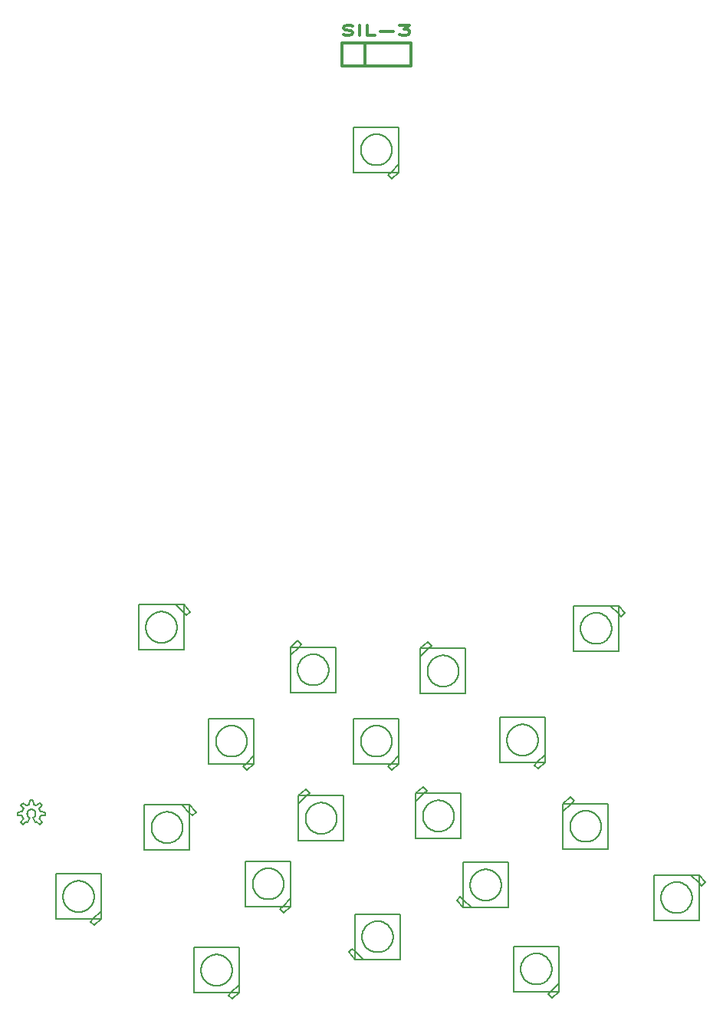
<source format=gto>
G04 ( created by brdgerber.py ( brdgerber.py v0.1 2014-03-12 ) ) date 2021-05-04 13:10:16 EDT*
G04 Gerber Fmt 3.4, Leading zero omitted, Abs format*
%MOIN*%
%FSLAX34Y34*%
G01*
G70*
G90*
G04 APERTURE LIST*
%ADD17R,0.0354X0.0590*%
%ADD18C,0.0200*%
%ADD19C,0.0059*%
%ADD12C,0.0120*%
%ADD21C,0.0060*%
%ADD11C,0.0550*%
%ADD22R,0.0709X0.0629*%
%ADD23C,0.0100*%
%ADD10R,0.0550X0.0550*%
%ADD13R,0.0590X0.0354*%
%ADD14C,0.0032*%
%ADD15C,0.0000*%
%ADD16C,0.0050*%
%ADD20R,0.0629X0.0709*%
G04 APERTURE END LIST*
G54D17*
D12*
G01X-27700Y30700D02*
G01X-27700Y31700D01*
D12*
G01X-27700Y31700D02*
G01X-24700Y31700D01*
D12*
G01X-24700Y31700D02*
G01X-24700Y30700D01*
D12*
G01X-24700Y30700D02*
G01X-27700Y30700D01*
D12*
G01X-26700Y31700D02*
G01X-26700Y30700D01*
D12*
G01X-27627Y32049D02*
G01X-27526Y32028D01*
G01X-27358Y32028D01*
G01X-27291Y32049D01*
G01X-27258Y32069D01*
G01X-27224Y32109D01*
G01X-27224Y32150D01*
G01X-27258Y32190D01*
G01X-27291Y32210D01*
G01X-27358Y32230D01*
G01X-27492Y32250D01*
G01X-27560Y32271D01*
G01X-27593Y32291D01*
G01X-27627Y32331D01*
G01X-27627Y32372D01*
G01X-27593Y32412D01*
G01X-27560Y32432D01*
G01X-27492Y32452D01*
G01X-27325Y32452D01*
G01X-27224Y32432D01*
D12*
G01X-26922Y32028D02*
G01X-26922Y32452D01*
D12*
G01X-26250Y32028D02*
G01X-26586Y32028D01*
G01X-26586Y32452D01*
D12*
G01X-26015Y32190D02*
G01X-25478Y32190D01*
D12*
G01X-25210Y32452D02*
G01X-24773Y32452D01*
G01X-25008Y32291D01*
G01X-24907Y32291D01*
G01X-24840Y32271D01*
G01X-24807Y32250D01*
G01X-24773Y32210D01*
G01X-24773Y32109D01*
G01X-24807Y32069D01*
G01X-24840Y32049D01*
G01X-24907Y32028D01*
G01X-25109Y32028D01*
G01X-25176Y32049D01*
G01X-25210Y32069D01*
D16*
G01X-33484Y02334D02*
G01X-31516Y02334D01*
D16*
G01X-31516Y02334D02*
G01X-31516Y00721D01*
D16*
G01X-31516Y00721D02*
G01X-31516Y00366D01*
D16*
G01X-31516Y00366D02*
G01X-31871Y00366D01*
D16*
G01X-31871Y00366D02*
G01X-33484Y00366D01*
D16*
G01X-33484Y00366D02*
G01X-33484Y02334D01*
D16*
G01X-31516Y00721D02*
G01X-31871Y00366D01*
D16*
G01X-31871Y00366D02*
G01X-31989Y00248D01*
D16*
G01X-31989Y00248D02*
G01X-31831Y00091D01*
D16*
G01X-31831Y00091D02*
G01X-31516Y00366D01*
D16*
G01X-31823Y01350D02*
G01X-31823Y01350D01*
G01X-31823Y01367D01*
G01X-31824Y01383D01*
G01X-31825Y01400D01*
G01X-31826Y01416D01*
G01X-31828Y01433D01*
G01X-31830Y01449D01*
G01X-31833Y01466D01*
G01X-31836Y01482D01*
G01X-31839Y01498D01*
G01X-31843Y01514D01*
G01X-31848Y01531D01*
G01X-31852Y01547D01*
G01X-31857Y01562D01*
G01X-31863Y01578D01*
G01X-31868Y01594D01*
G01X-31875Y01609D01*
G01X-31881Y01624D01*
G01X-31888Y01639D01*
G01X-31895Y01654D01*
G01X-31903Y01669D01*
G01X-31911Y01684D01*
G01X-31919Y01698D01*
G01X-31928Y01712D01*
G01X-31937Y01726D01*
G01X-31946Y01740D01*
G01X-31956Y01753D01*
G01X-31966Y01767D01*
G01X-31977Y01779D01*
G01X-31987Y01792D01*
G01X-31998Y01805D01*
G01X-32010Y01817D01*
G01X-32021Y01829D01*
G01X-32033Y01840D01*
G01X-32045Y01852D01*
G01X-32058Y01863D01*
G01X-32071Y01873D01*
G01X-32083Y01884D01*
G01X-32097Y01894D01*
G01X-32110Y01904D01*
G01X-32124Y01913D01*
G01X-32138Y01922D01*
G01X-32152Y01931D01*
G01X-32166Y01939D01*
G01X-32181Y01947D01*
G01X-32196Y01955D01*
G01X-32211Y01962D01*
G01X-32226Y01969D01*
G01X-32241Y01975D01*
G01X-32256Y01982D01*
G01X-32272Y01987D01*
G01X-32288Y01993D01*
G01X-32303Y01998D01*
G01X-32319Y02002D01*
G01X-32336Y02007D01*
G01X-32352Y02011D01*
G01X-32368Y02014D01*
G01X-32384Y02017D01*
G01X-32401Y02020D01*
G01X-32417Y02022D01*
G01X-32434Y02024D01*
G01X-32450Y02025D01*
G01X-32467Y02026D01*
G01X-32483Y02027D01*
G01X-32500Y02027D01*
G01X-32517Y02027D01*
G01X-32533Y02026D01*
G01X-32550Y02025D01*
G01X-32566Y02024D01*
G01X-32583Y02022D01*
G01X-32599Y02020D01*
G01X-32616Y02017D01*
G01X-32632Y02014D01*
G01X-32648Y02011D01*
G01X-32664Y02007D01*
G01X-32681Y02002D01*
G01X-32697Y01998D01*
G01X-32712Y01993D01*
G01X-32728Y01987D01*
G01X-32744Y01982D01*
G01X-32759Y01975D01*
G01X-32774Y01969D01*
G01X-32789Y01962D01*
G01X-32804Y01955D01*
G01X-32819Y01947D01*
G01X-32834Y01939D01*
G01X-32848Y01931D01*
G01X-32862Y01922D01*
G01X-32876Y01913D01*
G01X-32890Y01904D01*
G01X-32903Y01894D01*
G01X-32917Y01884D01*
G01X-32929Y01873D01*
G01X-32942Y01863D01*
G01X-32955Y01852D01*
G01X-32967Y01840D01*
G01X-32979Y01829D01*
G01X-32990Y01817D01*
G01X-33002Y01805D01*
G01X-33013Y01792D01*
G01X-33023Y01779D01*
G01X-33034Y01767D01*
G01X-33044Y01753D01*
G01X-33054Y01740D01*
G01X-33063Y01726D01*
G01X-33072Y01712D01*
G01X-33081Y01698D01*
G01X-33089Y01684D01*
G01X-33097Y01669D01*
G01X-33105Y01654D01*
G01X-33112Y01639D01*
G01X-33119Y01624D01*
G01X-33125Y01609D01*
G01X-33132Y01594D01*
G01X-33137Y01578D01*
G01X-33143Y01562D01*
G01X-33148Y01547D01*
G01X-33152Y01531D01*
G01X-33157Y01514D01*
G01X-33161Y01498D01*
G01X-33164Y01482D01*
G01X-33167Y01466D01*
G01X-33170Y01449D01*
G01X-33172Y01433D01*
G01X-33174Y01416D01*
G01X-33175Y01400D01*
G01X-33176Y01383D01*
G01X-33177Y01367D01*
G01X-33177Y01350D01*
G01X-33177Y01333D01*
G01X-33176Y01317D01*
G01X-33175Y01300D01*
G01X-33174Y01284D01*
G01X-33172Y01267D01*
G01X-33170Y01251D01*
G01X-33167Y01234D01*
G01X-33164Y01218D01*
G01X-33161Y01202D01*
G01X-33157Y01186D01*
G01X-33152Y01169D01*
G01X-33148Y01153D01*
G01X-33143Y01138D01*
G01X-33137Y01122D01*
G01X-33132Y01106D01*
G01X-33125Y01091D01*
G01X-33119Y01076D01*
G01X-33112Y01061D01*
G01X-33105Y01046D01*
G01X-33097Y01031D01*
G01X-33089Y01016D01*
G01X-33081Y01002D01*
G01X-33072Y00988D01*
G01X-33063Y00974D01*
G01X-33054Y00960D01*
G01X-33044Y00947D01*
G01X-33034Y00933D01*
G01X-33023Y00921D01*
G01X-33013Y00908D01*
G01X-33002Y00895D01*
G01X-32990Y00883D01*
G01X-32979Y00871D01*
G01X-32967Y00860D01*
G01X-32955Y00848D01*
G01X-32942Y00837D01*
G01X-32929Y00827D01*
G01X-32917Y00816D01*
G01X-32903Y00806D01*
G01X-32890Y00796D01*
G01X-32876Y00787D01*
G01X-32862Y00778D01*
G01X-32848Y00769D01*
G01X-32834Y00761D01*
G01X-32819Y00753D01*
G01X-32804Y00745D01*
G01X-32789Y00738D01*
G01X-32774Y00731D01*
G01X-32759Y00725D01*
G01X-32744Y00718D01*
G01X-32728Y00713D01*
G01X-32712Y00707D01*
G01X-32697Y00702D01*
G01X-32681Y00698D01*
G01X-32664Y00693D01*
G01X-32648Y00689D01*
G01X-32632Y00686D01*
G01X-32616Y00683D01*
G01X-32599Y00680D01*
G01X-32583Y00678D01*
G01X-32566Y00676D01*
G01X-32550Y00675D01*
G01X-32533Y00674D01*
G01X-32517Y00673D01*
G01X-32500Y00673D01*
G01X-32483Y00673D01*
G01X-32467Y00674D01*
G01X-32450Y00675D01*
G01X-32434Y00676D01*
G01X-32417Y00678D01*
G01X-32401Y00680D01*
G01X-32384Y00683D01*
G01X-32368Y00686D01*
G01X-32352Y00689D01*
G01X-32336Y00693D01*
G01X-32319Y00698D01*
G01X-32303Y00702D01*
G01X-32288Y00707D01*
G01X-32272Y00713D01*
G01X-32256Y00718D01*
G01X-32241Y00725D01*
G01X-32226Y00731D01*
G01X-32211Y00738D01*
G01X-32196Y00745D01*
G01X-32181Y00753D01*
G01X-32166Y00761D01*
G01X-32152Y00769D01*
G01X-32138Y00778D01*
G01X-32124Y00787D01*
G01X-32110Y00796D01*
G01X-32097Y00806D01*
G01X-32083Y00816D01*
G01X-32071Y00827D01*
G01X-32058Y00837D01*
G01X-32045Y00848D01*
G01X-32033Y00860D01*
G01X-32021Y00871D01*
G01X-32010Y00883D01*
G01X-31998Y00895D01*
G01X-31987Y00908D01*
G01X-31977Y00921D01*
G01X-31966Y00933D01*
G01X-31956Y00947D01*
G01X-31946Y00960D01*
G01X-31937Y00974D01*
G01X-31928Y00988D01*
G01X-31919Y01002D01*
G01X-31911Y01016D01*
G01X-31903Y01031D01*
G01X-31895Y01046D01*
G01X-31888Y01061D01*
G01X-31881Y01076D01*
G01X-31875Y01091D01*
G01X-31868Y01106D01*
G01X-31863Y01122D01*
G01X-31857Y01138D01*
G01X-31852Y01153D01*
G01X-31848Y01169D01*
G01X-31843Y01186D01*
G01X-31839Y01202D01*
G01X-31836Y01218D01*
G01X-31833Y01234D01*
G01X-31830Y01251D01*
G01X-31828Y01267D01*
G01X-31826Y01284D01*
G01X-31825Y01300D01*
G01X-31824Y01317D01*
G01X-31823Y01333D01*
G01X-31823Y01350D01*
D16*
G01X-27184Y28034D02*
G01X-25216Y28034D01*
D16*
G01X-25216Y28034D02*
G01X-25216Y26421D01*
D16*
G01X-25216Y26421D02*
G01X-25216Y26066D01*
D16*
G01X-25216Y26066D02*
G01X-25571Y26066D01*
D16*
G01X-25571Y26066D02*
G01X-27184Y26066D01*
D16*
G01X-27184Y26066D02*
G01X-27184Y28034D01*
D16*
G01X-25216Y26421D02*
G01X-25571Y26066D01*
D16*
G01X-25571Y26066D02*
G01X-25689Y25948D01*
D16*
G01X-25689Y25948D02*
G01X-25531Y25791D01*
D16*
G01X-25531Y25791D02*
G01X-25216Y26066D01*
D16*
G01X-25523Y27050D02*
G01X-25523Y27050D01*
G01X-25523Y27067D01*
G01X-25524Y27083D01*
G01X-25525Y27100D01*
G01X-25526Y27116D01*
G01X-25528Y27133D01*
G01X-25530Y27149D01*
G01X-25533Y27166D01*
G01X-25536Y27182D01*
G01X-25539Y27198D01*
G01X-25543Y27214D01*
G01X-25548Y27231D01*
G01X-25552Y27247D01*
G01X-25557Y27262D01*
G01X-25563Y27278D01*
G01X-25568Y27294D01*
G01X-25575Y27309D01*
G01X-25581Y27324D01*
G01X-25588Y27339D01*
G01X-25595Y27354D01*
G01X-25603Y27369D01*
G01X-25611Y27384D01*
G01X-25619Y27398D01*
G01X-25628Y27412D01*
G01X-25637Y27426D01*
G01X-25646Y27440D01*
G01X-25656Y27453D01*
G01X-25666Y27467D01*
G01X-25677Y27479D01*
G01X-25687Y27492D01*
G01X-25698Y27505D01*
G01X-25710Y27517D01*
G01X-25721Y27529D01*
G01X-25733Y27540D01*
G01X-25745Y27552D01*
G01X-25758Y27563D01*
G01X-25771Y27573D01*
G01X-25783Y27584D01*
G01X-25797Y27594D01*
G01X-25810Y27604D01*
G01X-25824Y27613D01*
G01X-25838Y27622D01*
G01X-25852Y27631D01*
G01X-25866Y27639D01*
G01X-25881Y27647D01*
G01X-25896Y27655D01*
G01X-25911Y27662D01*
G01X-25926Y27669D01*
G01X-25941Y27675D01*
G01X-25956Y27682D01*
G01X-25972Y27687D01*
G01X-25988Y27693D01*
G01X-26003Y27698D01*
G01X-26019Y27702D01*
G01X-26036Y27707D01*
G01X-26052Y27711D01*
G01X-26068Y27714D01*
G01X-26084Y27717D01*
G01X-26101Y27720D01*
G01X-26117Y27722D01*
G01X-26134Y27724D01*
G01X-26150Y27725D01*
G01X-26167Y27726D01*
G01X-26183Y27727D01*
G01X-26200Y27727D01*
G01X-26217Y27727D01*
G01X-26233Y27726D01*
G01X-26250Y27725D01*
G01X-26266Y27724D01*
G01X-26283Y27722D01*
G01X-26299Y27720D01*
G01X-26316Y27717D01*
G01X-26332Y27714D01*
G01X-26348Y27711D01*
G01X-26364Y27707D01*
G01X-26381Y27702D01*
G01X-26397Y27698D01*
G01X-26412Y27693D01*
G01X-26428Y27687D01*
G01X-26444Y27682D01*
G01X-26459Y27675D01*
G01X-26474Y27669D01*
G01X-26489Y27662D01*
G01X-26504Y27655D01*
G01X-26519Y27647D01*
G01X-26534Y27639D01*
G01X-26548Y27631D01*
G01X-26562Y27622D01*
G01X-26576Y27613D01*
G01X-26590Y27604D01*
G01X-26603Y27594D01*
G01X-26617Y27584D01*
G01X-26629Y27573D01*
G01X-26642Y27563D01*
G01X-26655Y27552D01*
G01X-26667Y27540D01*
G01X-26679Y27529D01*
G01X-26690Y27517D01*
G01X-26702Y27505D01*
G01X-26713Y27492D01*
G01X-26723Y27479D01*
G01X-26734Y27467D01*
G01X-26744Y27453D01*
G01X-26754Y27440D01*
G01X-26763Y27426D01*
G01X-26772Y27412D01*
G01X-26781Y27398D01*
G01X-26789Y27384D01*
G01X-26797Y27369D01*
G01X-26805Y27354D01*
G01X-26812Y27339D01*
G01X-26819Y27324D01*
G01X-26825Y27309D01*
G01X-26832Y27294D01*
G01X-26837Y27278D01*
G01X-26843Y27262D01*
G01X-26848Y27247D01*
G01X-26852Y27231D01*
G01X-26857Y27214D01*
G01X-26861Y27198D01*
G01X-26864Y27182D01*
G01X-26867Y27166D01*
G01X-26870Y27149D01*
G01X-26872Y27133D01*
G01X-26874Y27116D01*
G01X-26875Y27100D01*
G01X-26876Y27083D01*
G01X-26877Y27067D01*
G01X-26877Y27050D01*
G01X-26877Y27033D01*
G01X-26876Y27017D01*
G01X-26875Y27000D01*
G01X-26874Y26984D01*
G01X-26872Y26967D01*
G01X-26870Y26951D01*
G01X-26867Y26934D01*
G01X-26864Y26918D01*
G01X-26861Y26902D01*
G01X-26857Y26886D01*
G01X-26852Y26869D01*
G01X-26848Y26853D01*
G01X-26843Y26838D01*
G01X-26837Y26822D01*
G01X-26832Y26806D01*
G01X-26825Y26791D01*
G01X-26819Y26776D01*
G01X-26812Y26761D01*
G01X-26805Y26746D01*
G01X-26797Y26731D01*
G01X-26789Y26716D01*
G01X-26781Y26702D01*
G01X-26772Y26688D01*
G01X-26763Y26674D01*
G01X-26754Y26660D01*
G01X-26744Y26647D01*
G01X-26734Y26633D01*
G01X-26723Y26621D01*
G01X-26713Y26608D01*
G01X-26702Y26595D01*
G01X-26690Y26583D01*
G01X-26679Y26571D01*
G01X-26667Y26560D01*
G01X-26655Y26548D01*
G01X-26642Y26537D01*
G01X-26629Y26527D01*
G01X-26617Y26516D01*
G01X-26603Y26506D01*
G01X-26590Y26496D01*
G01X-26576Y26487D01*
G01X-26562Y26478D01*
G01X-26548Y26469D01*
G01X-26534Y26461D01*
G01X-26519Y26453D01*
G01X-26504Y26445D01*
G01X-26489Y26438D01*
G01X-26474Y26431D01*
G01X-26459Y26425D01*
G01X-26444Y26418D01*
G01X-26428Y26413D01*
G01X-26412Y26407D01*
G01X-26397Y26402D01*
G01X-26381Y26398D01*
G01X-26364Y26393D01*
G01X-26348Y26389D01*
G01X-26332Y26386D01*
G01X-26316Y26383D01*
G01X-26299Y26380D01*
G01X-26283Y26378D01*
G01X-26266Y26376D01*
G01X-26250Y26375D01*
G01X-26233Y26374D01*
G01X-26217Y26373D01*
G01X-26200Y26373D01*
G01X-26183Y26373D01*
G01X-26167Y26374D01*
G01X-26150Y26375D01*
G01X-26134Y26376D01*
G01X-26117Y26378D01*
G01X-26101Y26380D01*
G01X-26084Y26383D01*
G01X-26068Y26386D01*
G01X-26052Y26389D01*
G01X-26036Y26393D01*
G01X-26019Y26398D01*
G01X-26003Y26402D01*
G01X-25988Y26407D01*
G01X-25972Y26413D01*
G01X-25956Y26418D01*
G01X-25941Y26425D01*
G01X-25926Y26431D01*
G01X-25911Y26438D01*
G01X-25896Y26445D01*
G01X-25881Y26453D01*
G01X-25866Y26461D01*
G01X-25852Y26469D01*
G01X-25838Y26478D01*
G01X-25824Y26487D01*
G01X-25810Y26496D01*
G01X-25797Y26506D01*
G01X-25783Y26516D01*
G01X-25771Y26527D01*
G01X-25758Y26537D01*
G01X-25745Y26548D01*
G01X-25733Y26560D01*
G01X-25721Y26571D01*
G01X-25710Y26583D01*
G01X-25698Y26595D01*
G01X-25687Y26608D01*
G01X-25677Y26621D01*
G01X-25666Y26633D01*
G01X-25656Y26647D01*
G01X-25646Y26660D01*
G01X-25637Y26674D01*
G01X-25628Y26688D01*
G01X-25619Y26702D01*
G01X-25611Y26716D01*
G01X-25603Y26731D01*
G01X-25595Y26746D01*
G01X-25588Y26761D01*
G01X-25581Y26776D01*
G01X-25575Y26791D01*
G01X-25568Y26806D01*
G01X-25563Y26822D01*
G01X-25557Y26838D01*
G01X-25552Y26853D01*
G01X-25548Y26869D01*
G01X-25543Y26886D01*
G01X-25539Y26902D01*
G01X-25536Y26918D01*
G01X-25533Y26934D01*
G01X-25530Y26951D01*
G01X-25528Y26967D01*
G01X-25526Y26984D01*
G01X-25525Y27000D01*
G01X-25524Y27017D01*
G01X-25523Y27033D01*
G01X-25523Y27050D01*
D16*
G01X-17634Y05266D02*
G01X-17634Y07234D01*
D16*
G01X-17634Y07234D02*
G01X-16021Y07234D01*
D16*
G01X-16021Y07234D02*
G01X-15666Y07234D01*
D16*
G01X-15666Y07234D02*
G01X-15666Y06879D01*
D16*
G01X-15666Y06879D02*
G01X-15666Y05266D01*
D16*
G01X-15666Y05266D02*
G01X-17634Y05266D01*
D16*
G01X-16021Y07234D02*
G01X-15666Y06879D01*
D16*
G01X-15666Y06879D02*
G01X-15548Y06761D01*
D16*
G01X-15548Y06761D02*
G01X-15391Y06919D01*
D16*
G01X-15391Y06919D02*
G01X-15666Y07234D01*
D16*
G01X-15973Y06250D02*
G01X-15973Y06250D01*
G01X-15973Y06267D01*
G01X-15974Y06283D01*
G01X-15975Y06300D01*
G01X-15976Y06316D01*
G01X-15978Y06333D01*
G01X-15980Y06349D01*
G01X-15983Y06366D01*
G01X-15986Y06382D01*
G01X-15989Y06398D01*
G01X-15993Y06414D01*
G01X-15998Y06431D01*
G01X-16002Y06447D01*
G01X-16007Y06462D01*
G01X-16013Y06478D01*
G01X-16018Y06494D01*
G01X-16025Y06509D01*
G01X-16031Y06524D01*
G01X-16038Y06539D01*
G01X-16045Y06554D01*
G01X-16053Y06569D01*
G01X-16061Y06584D01*
G01X-16069Y06598D01*
G01X-16078Y06612D01*
G01X-16087Y06626D01*
G01X-16096Y06640D01*
G01X-16106Y06653D01*
G01X-16116Y06667D01*
G01X-16127Y06679D01*
G01X-16137Y06692D01*
G01X-16148Y06705D01*
G01X-16160Y06717D01*
G01X-16171Y06729D01*
G01X-16183Y06740D01*
G01X-16195Y06752D01*
G01X-16208Y06763D01*
G01X-16221Y06773D01*
G01X-16233Y06784D01*
G01X-16247Y06794D01*
G01X-16260Y06804D01*
G01X-16274Y06813D01*
G01X-16288Y06822D01*
G01X-16302Y06831D01*
G01X-16316Y06839D01*
G01X-16331Y06847D01*
G01X-16346Y06855D01*
G01X-16361Y06862D01*
G01X-16376Y06869D01*
G01X-16391Y06875D01*
G01X-16406Y06882D01*
G01X-16422Y06887D01*
G01X-16438Y06893D01*
G01X-16453Y06898D01*
G01X-16469Y06902D01*
G01X-16486Y06907D01*
G01X-16502Y06911D01*
G01X-16518Y06914D01*
G01X-16534Y06917D01*
G01X-16551Y06920D01*
G01X-16567Y06922D01*
G01X-16584Y06924D01*
G01X-16600Y06925D01*
G01X-16617Y06926D01*
G01X-16633Y06927D01*
G01X-16650Y06927D01*
G01X-16667Y06927D01*
G01X-16683Y06926D01*
G01X-16700Y06925D01*
G01X-16716Y06924D01*
G01X-16733Y06922D01*
G01X-16749Y06920D01*
G01X-16766Y06917D01*
G01X-16782Y06914D01*
G01X-16798Y06911D01*
G01X-16814Y06907D01*
G01X-16831Y06902D01*
G01X-16847Y06898D01*
G01X-16862Y06893D01*
G01X-16878Y06887D01*
G01X-16894Y06882D01*
G01X-16909Y06875D01*
G01X-16924Y06869D01*
G01X-16939Y06862D01*
G01X-16954Y06855D01*
G01X-16969Y06847D01*
G01X-16984Y06839D01*
G01X-16998Y06831D01*
G01X-17012Y06822D01*
G01X-17026Y06813D01*
G01X-17040Y06804D01*
G01X-17053Y06794D01*
G01X-17067Y06784D01*
G01X-17079Y06773D01*
G01X-17092Y06763D01*
G01X-17105Y06752D01*
G01X-17117Y06740D01*
G01X-17129Y06729D01*
G01X-17140Y06717D01*
G01X-17152Y06705D01*
G01X-17163Y06692D01*
G01X-17173Y06679D01*
G01X-17184Y06667D01*
G01X-17194Y06653D01*
G01X-17204Y06640D01*
G01X-17213Y06626D01*
G01X-17222Y06612D01*
G01X-17231Y06598D01*
G01X-17239Y06584D01*
G01X-17247Y06569D01*
G01X-17255Y06554D01*
G01X-17262Y06539D01*
G01X-17269Y06524D01*
G01X-17275Y06509D01*
G01X-17282Y06494D01*
G01X-17287Y06478D01*
G01X-17293Y06462D01*
G01X-17298Y06447D01*
G01X-17302Y06431D01*
G01X-17307Y06414D01*
G01X-17311Y06398D01*
G01X-17314Y06382D01*
G01X-17317Y06366D01*
G01X-17320Y06349D01*
G01X-17322Y06333D01*
G01X-17324Y06316D01*
G01X-17325Y06300D01*
G01X-17326Y06283D01*
G01X-17327Y06267D01*
G01X-17327Y06250D01*
G01X-17327Y06233D01*
G01X-17326Y06217D01*
G01X-17325Y06200D01*
G01X-17324Y06184D01*
G01X-17322Y06167D01*
G01X-17320Y06151D01*
G01X-17317Y06134D01*
G01X-17314Y06118D01*
G01X-17311Y06102D01*
G01X-17307Y06086D01*
G01X-17302Y06069D01*
G01X-17298Y06053D01*
G01X-17293Y06038D01*
G01X-17287Y06022D01*
G01X-17282Y06006D01*
G01X-17275Y05991D01*
G01X-17269Y05976D01*
G01X-17262Y05961D01*
G01X-17255Y05946D01*
G01X-17247Y05931D01*
G01X-17239Y05916D01*
G01X-17231Y05902D01*
G01X-17222Y05888D01*
G01X-17213Y05874D01*
G01X-17204Y05860D01*
G01X-17194Y05847D01*
G01X-17184Y05833D01*
G01X-17173Y05821D01*
G01X-17163Y05808D01*
G01X-17152Y05795D01*
G01X-17140Y05783D01*
G01X-17129Y05771D01*
G01X-17117Y05760D01*
G01X-17105Y05748D01*
G01X-17092Y05737D01*
G01X-17079Y05727D01*
G01X-17067Y05716D01*
G01X-17053Y05706D01*
G01X-17040Y05696D01*
G01X-17026Y05687D01*
G01X-17012Y05678D01*
G01X-16998Y05669D01*
G01X-16984Y05661D01*
G01X-16969Y05653D01*
G01X-16954Y05645D01*
G01X-16939Y05638D01*
G01X-16924Y05631D01*
G01X-16909Y05625D01*
G01X-16894Y05618D01*
G01X-16878Y05613D01*
G01X-16862Y05607D01*
G01X-16847Y05602D01*
G01X-16831Y05598D01*
G01X-16814Y05593D01*
G01X-16798Y05589D01*
G01X-16782Y05586D01*
G01X-16766Y05583D01*
G01X-16749Y05580D01*
G01X-16733Y05578D01*
G01X-16716Y05576D01*
G01X-16700Y05575D01*
G01X-16683Y05574D01*
G01X-16667Y05573D01*
G01X-16650Y05573D01*
G01X-16633Y05573D01*
G01X-16617Y05574D01*
G01X-16600Y05575D01*
G01X-16584Y05576D01*
G01X-16567Y05578D01*
G01X-16551Y05580D01*
G01X-16534Y05583D01*
G01X-16518Y05586D01*
G01X-16502Y05589D01*
G01X-16486Y05593D01*
G01X-16469Y05598D01*
G01X-16453Y05602D01*
G01X-16438Y05607D01*
G01X-16422Y05613D01*
G01X-16406Y05618D01*
G01X-16391Y05625D01*
G01X-16376Y05631D01*
G01X-16361Y05638D01*
G01X-16346Y05645D01*
G01X-16331Y05653D01*
G01X-16316Y05661D01*
G01X-16302Y05669D01*
G01X-16288Y05678D01*
G01X-16274Y05687D01*
G01X-16260Y05696D01*
G01X-16247Y05706D01*
G01X-16233Y05716D01*
G01X-16221Y05727D01*
G01X-16208Y05737D01*
G01X-16195Y05748D01*
G01X-16183Y05760D01*
G01X-16171Y05771D01*
G01X-16160Y05783D01*
G01X-16148Y05795D01*
G01X-16137Y05808D01*
G01X-16127Y05821D01*
G01X-16116Y05833D01*
G01X-16106Y05847D01*
G01X-16096Y05860D01*
G01X-16087Y05874D01*
G01X-16078Y05888D01*
G01X-16069Y05902D01*
G01X-16061Y05916D01*
G01X-16053Y05931D01*
G01X-16045Y05946D01*
G01X-16038Y05961D01*
G01X-16031Y05976D01*
G01X-16025Y05991D01*
G01X-16018Y06006D01*
G01X-16013Y06022D01*
G01X-16007Y06038D01*
G01X-16002Y06053D01*
G01X-15998Y06069D01*
G01X-15993Y06086D01*
G01X-15989Y06102D01*
G01X-15986Y06118D01*
G01X-15983Y06134D01*
G01X-15980Y06151D01*
G01X-15978Y06167D01*
G01X-15976Y06184D01*
G01X-15975Y06200D01*
G01X-15974Y06217D01*
G01X-15973Y06233D01*
G01X-15973Y06250D01*
D16*
G01X-16116Y-03334D02*
G01X-18084Y-03334D01*
D16*
G01X-18084Y-03334D02*
G01X-18084Y-01721D01*
D16*
G01X-18084Y-01721D02*
G01X-18084Y-01366D01*
D16*
G01X-18084Y-01366D02*
G01X-17729Y-01366D01*
D16*
G01X-17729Y-01366D02*
G01X-16116Y-01366D01*
D16*
G01X-16116Y-01366D02*
G01X-16116Y-03334D01*
D16*
G01X-18084Y-01721D02*
G01X-17729Y-01366D01*
D16*
G01X-17729Y-01366D02*
G01X-17611Y-01248D01*
D16*
G01X-17611Y-01248D02*
G01X-17769Y-01091D01*
D16*
G01X-17769Y-01091D02*
G01X-18084Y-01366D01*
D16*
G01X-16423Y-02350D02*
G01X-16423Y-02350D01*
G01X-16423Y-02333D01*
G01X-16424Y-02317D01*
G01X-16425Y-02300D01*
G01X-16426Y-02284D01*
G01X-16428Y-02267D01*
G01X-16430Y-02251D01*
G01X-16433Y-02234D01*
G01X-16436Y-02218D01*
G01X-16439Y-02202D01*
G01X-16443Y-02186D01*
G01X-16448Y-02169D01*
G01X-16452Y-02153D01*
G01X-16457Y-02138D01*
G01X-16463Y-02122D01*
G01X-16468Y-02106D01*
G01X-16475Y-02091D01*
G01X-16481Y-02076D01*
G01X-16488Y-02061D01*
G01X-16495Y-02046D01*
G01X-16503Y-02031D01*
G01X-16511Y-02016D01*
G01X-16519Y-02002D01*
G01X-16528Y-01988D01*
G01X-16537Y-01974D01*
G01X-16546Y-01960D01*
G01X-16556Y-01947D01*
G01X-16566Y-01933D01*
G01X-16577Y-01921D01*
G01X-16587Y-01908D01*
G01X-16598Y-01895D01*
G01X-16610Y-01883D01*
G01X-16621Y-01871D01*
G01X-16633Y-01860D01*
G01X-16645Y-01848D01*
G01X-16658Y-01837D01*
G01X-16671Y-01827D01*
G01X-16683Y-01816D01*
G01X-16697Y-01806D01*
G01X-16710Y-01796D01*
G01X-16724Y-01787D01*
G01X-16738Y-01778D01*
G01X-16752Y-01769D01*
G01X-16766Y-01761D01*
G01X-16781Y-01753D01*
G01X-16796Y-01745D01*
G01X-16811Y-01738D01*
G01X-16826Y-01731D01*
G01X-16841Y-01725D01*
G01X-16856Y-01718D01*
G01X-16872Y-01713D01*
G01X-16888Y-01707D01*
G01X-16903Y-01702D01*
G01X-16919Y-01698D01*
G01X-16936Y-01693D01*
G01X-16952Y-01689D01*
G01X-16968Y-01686D01*
G01X-16984Y-01683D01*
G01X-17001Y-01680D01*
G01X-17017Y-01678D01*
G01X-17034Y-01676D01*
G01X-17050Y-01675D01*
G01X-17067Y-01674D01*
G01X-17083Y-01673D01*
G01X-17100Y-01673D01*
G01X-17117Y-01673D01*
G01X-17133Y-01674D01*
G01X-17150Y-01675D01*
G01X-17166Y-01676D01*
G01X-17183Y-01678D01*
G01X-17199Y-01680D01*
G01X-17216Y-01683D01*
G01X-17232Y-01686D01*
G01X-17248Y-01689D01*
G01X-17264Y-01693D01*
G01X-17281Y-01698D01*
G01X-17297Y-01702D01*
G01X-17312Y-01707D01*
G01X-17328Y-01713D01*
G01X-17344Y-01718D01*
G01X-17359Y-01725D01*
G01X-17374Y-01731D01*
G01X-17389Y-01738D01*
G01X-17404Y-01745D01*
G01X-17419Y-01753D01*
G01X-17434Y-01761D01*
G01X-17448Y-01769D01*
G01X-17462Y-01778D01*
G01X-17476Y-01787D01*
G01X-17490Y-01796D01*
G01X-17503Y-01806D01*
G01X-17517Y-01816D01*
G01X-17529Y-01827D01*
G01X-17542Y-01837D01*
G01X-17555Y-01848D01*
G01X-17567Y-01860D01*
G01X-17579Y-01871D01*
G01X-17590Y-01883D01*
G01X-17602Y-01895D01*
G01X-17613Y-01908D01*
G01X-17623Y-01921D01*
G01X-17634Y-01933D01*
G01X-17644Y-01947D01*
G01X-17654Y-01960D01*
G01X-17663Y-01974D01*
G01X-17672Y-01988D01*
G01X-17681Y-02002D01*
G01X-17689Y-02016D01*
G01X-17697Y-02031D01*
G01X-17705Y-02046D01*
G01X-17712Y-02061D01*
G01X-17719Y-02076D01*
G01X-17725Y-02091D01*
G01X-17732Y-02106D01*
G01X-17737Y-02122D01*
G01X-17743Y-02138D01*
G01X-17748Y-02153D01*
G01X-17752Y-02169D01*
G01X-17757Y-02186D01*
G01X-17761Y-02202D01*
G01X-17764Y-02218D01*
G01X-17767Y-02234D01*
G01X-17770Y-02251D01*
G01X-17772Y-02267D01*
G01X-17774Y-02284D01*
G01X-17775Y-02300D01*
G01X-17776Y-02317D01*
G01X-17777Y-02333D01*
G01X-17777Y-02350D01*
G01X-17777Y-02367D01*
G01X-17776Y-02383D01*
G01X-17775Y-02400D01*
G01X-17774Y-02416D01*
G01X-17772Y-02433D01*
G01X-17770Y-02449D01*
G01X-17767Y-02466D01*
G01X-17764Y-02482D01*
G01X-17761Y-02498D01*
G01X-17757Y-02514D01*
G01X-17752Y-02531D01*
G01X-17748Y-02547D01*
G01X-17743Y-02562D01*
G01X-17737Y-02578D01*
G01X-17732Y-02594D01*
G01X-17725Y-02609D01*
G01X-17719Y-02624D01*
G01X-17712Y-02639D01*
G01X-17705Y-02654D01*
G01X-17697Y-02669D01*
G01X-17689Y-02684D01*
G01X-17681Y-02698D01*
G01X-17672Y-02712D01*
G01X-17663Y-02726D01*
G01X-17654Y-02740D01*
G01X-17644Y-02753D01*
G01X-17634Y-02767D01*
G01X-17623Y-02779D01*
G01X-17613Y-02792D01*
G01X-17602Y-02805D01*
G01X-17590Y-02817D01*
G01X-17579Y-02829D01*
G01X-17567Y-02840D01*
G01X-17555Y-02852D01*
G01X-17542Y-02863D01*
G01X-17529Y-02873D01*
G01X-17517Y-02884D01*
G01X-17503Y-02894D01*
G01X-17490Y-02904D01*
G01X-17476Y-02913D01*
G01X-17462Y-02922D01*
G01X-17448Y-02931D01*
G01X-17434Y-02939D01*
G01X-17419Y-02947D01*
G01X-17404Y-02955D01*
G01X-17389Y-02962D01*
G01X-17374Y-02969D01*
G01X-17359Y-02975D01*
G01X-17344Y-02982D01*
G01X-17328Y-02987D01*
G01X-17312Y-02993D01*
G01X-17297Y-02998D01*
G01X-17281Y-03002D01*
G01X-17264Y-03007D01*
G01X-17248Y-03011D01*
G01X-17232Y-03014D01*
G01X-17216Y-03017D01*
G01X-17199Y-03020D01*
G01X-17183Y-03022D01*
G01X-17166Y-03024D01*
G01X-17150Y-03025D01*
G01X-17133Y-03026D01*
G01X-17117Y-03027D01*
G01X-17100Y-03027D01*
G01X-17083Y-03027D01*
G01X-17067Y-03026D01*
G01X-17050Y-03025D01*
G01X-17034Y-03024D01*
G01X-17017Y-03022D01*
G01X-17001Y-03020D01*
G01X-16984Y-03017D01*
G01X-16968Y-03014D01*
G01X-16952Y-03011D01*
G01X-16936Y-03007D01*
G01X-16919Y-03002D01*
G01X-16903Y-02998D01*
G01X-16888Y-02993D01*
G01X-16872Y-02987D01*
G01X-16856Y-02982D01*
G01X-16841Y-02975D01*
G01X-16826Y-02969D01*
G01X-16811Y-02962D01*
G01X-16796Y-02955D01*
G01X-16781Y-02947D01*
G01X-16766Y-02939D01*
G01X-16752Y-02931D01*
G01X-16738Y-02922D01*
G01X-16724Y-02913D01*
G01X-16710Y-02904D01*
G01X-16697Y-02894D01*
G01X-16683Y-02884D01*
G01X-16671Y-02873D01*
G01X-16658Y-02863D01*
G01X-16645Y-02852D01*
G01X-16633Y-02840D01*
G01X-16621Y-02829D01*
G01X-16610Y-02817D01*
G01X-16598Y-02805D01*
G01X-16587Y-02792D01*
G01X-16577Y-02779D01*
G01X-16566Y-02767D01*
G01X-16556Y-02753D01*
G01X-16546Y-02740D01*
G01X-16537Y-02726D01*
G01X-16528Y-02712D01*
G01X-16519Y-02698D01*
G01X-16511Y-02684D01*
G01X-16503Y-02669D01*
G01X-16495Y-02654D01*
G01X-16488Y-02639D01*
G01X-16481Y-02624D01*
G01X-16475Y-02609D01*
G01X-16468Y-02594D01*
G01X-16463Y-02578D01*
G01X-16457Y-02562D01*
G01X-16452Y-02547D01*
G01X-16448Y-02531D01*
G01X-16443Y-02514D01*
G01X-16439Y-02498D01*
G01X-16436Y-02482D01*
G01X-16433Y-02466D01*
G01X-16430Y-02449D01*
G01X-16428Y-02433D01*
G01X-16426Y-02416D01*
G01X-16425Y-02400D01*
G01X-16424Y-02383D01*
G01X-16423Y-02367D01*
G01X-16423Y-02350D01*
D16*
G01X-20834Y02384D02*
G01X-18866Y02384D01*
D16*
G01X-18866Y02384D02*
G01X-18866Y00771D01*
D16*
G01X-18866Y00771D02*
G01X-18866Y00416D01*
D16*
G01X-18866Y00416D02*
G01X-19221Y00416D01*
D16*
G01X-19221Y00416D02*
G01X-20834Y00416D01*
D16*
G01X-20834Y00416D02*
G01X-20834Y02384D01*
D16*
G01X-18866Y00771D02*
G01X-19221Y00416D01*
D16*
G01X-19221Y00416D02*
G01X-19339Y00298D01*
D16*
G01X-19339Y00298D02*
G01X-19181Y00141D01*
D16*
G01X-19181Y00141D02*
G01X-18866Y00416D01*
D16*
G01X-19173Y01400D02*
G01X-19173Y01400D01*
G01X-19173Y01417D01*
G01X-19174Y01433D01*
G01X-19175Y01450D01*
G01X-19176Y01466D01*
G01X-19178Y01483D01*
G01X-19180Y01499D01*
G01X-19183Y01516D01*
G01X-19186Y01532D01*
G01X-19189Y01548D01*
G01X-19193Y01564D01*
G01X-19198Y01581D01*
G01X-19202Y01597D01*
G01X-19207Y01612D01*
G01X-19213Y01628D01*
G01X-19218Y01644D01*
G01X-19225Y01659D01*
G01X-19231Y01674D01*
G01X-19238Y01689D01*
G01X-19245Y01704D01*
G01X-19253Y01719D01*
G01X-19261Y01734D01*
G01X-19269Y01748D01*
G01X-19278Y01762D01*
G01X-19287Y01776D01*
G01X-19296Y01790D01*
G01X-19306Y01803D01*
G01X-19316Y01817D01*
G01X-19327Y01829D01*
G01X-19337Y01842D01*
G01X-19348Y01855D01*
G01X-19360Y01867D01*
G01X-19371Y01879D01*
G01X-19383Y01890D01*
G01X-19395Y01902D01*
G01X-19408Y01913D01*
G01X-19421Y01923D01*
G01X-19433Y01934D01*
G01X-19447Y01944D01*
G01X-19460Y01954D01*
G01X-19474Y01963D01*
G01X-19488Y01972D01*
G01X-19502Y01981D01*
G01X-19516Y01989D01*
G01X-19531Y01997D01*
G01X-19546Y02005D01*
G01X-19561Y02012D01*
G01X-19576Y02019D01*
G01X-19591Y02025D01*
G01X-19606Y02032D01*
G01X-19622Y02037D01*
G01X-19638Y02043D01*
G01X-19653Y02048D01*
G01X-19669Y02052D01*
G01X-19686Y02057D01*
G01X-19702Y02061D01*
G01X-19718Y02064D01*
G01X-19734Y02067D01*
G01X-19751Y02070D01*
G01X-19767Y02072D01*
G01X-19784Y02074D01*
G01X-19800Y02075D01*
G01X-19817Y02076D01*
G01X-19833Y02077D01*
G01X-19850Y02077D01*
G01X-19867Y02077D01*
G01X-19883Y02076D01*
G01X-19900Y02075D01*
G01X-19916Y02074D01*
G01X-19933Y02072D01*
G01X-19949Y02070D01*
G01X-19966Y02067D01*
G01X-19982Y02064D01*
G01X-19998Y02061D01*
G01X-20014Y02057D01*
G01X-20031Y02052D01*
G01X-20047Y02048D01*
G01X-20062Y02043D01*
G01X-20078Y02037D01*
G01X-20094Y02032D01*
G01X-20109Y02025D01*
G01X-20124Y02019D01*
G01X-20139Y02012D01*
G01X-20154Y02005D01*
G01X-20169Y01997D01*
G01X-20184Y01989D01*
G01X-20198Y01981D01*
G01X-20212Y01972D01*
G01X-20226Y01963D01*
G01X-20240Y01954D01*
G01X-20253Y01944D01*
G01X-20267Y01934D01*
G01X-20279Y01923D01*
G01X-20292Y01913D01*
G01X-20305Y01902D01*
G01X-20317Y01890D01*
G01X-20329Y01879D01*
G01X-20340Y01867D01*
G01X-20352Y01855D01*
G01X-20363Y01842D01*
G01X-20373Y01829D01*
G01X-20384Y01817D01*
G01X-20394Y01803D01*
G01X-20404Y01790D01*
G01X-20413Y01776D01*
G01X-20422Y01762D01*
G01X-20431Y01748D01*
G01X-20439Y01734D01*
G01X-20447Y01719D01*
G01X-20455Y01704D01*
G01X-20462Y01689D01*
G01X-20469Y01674D01*
G01X-20475Y01659D01*
G01X-20482Y01644D01*
G01X-20487Y01628D01*
G01X-20493Y01612D01*
G01X-20498Y01597D01*
G01X-20502Y01581D01*
G01X-20507Y01564D01*
G01X-20511Y01548D01*
G01X-20514Y01532D01*
G01X-20517Y01516D01*
G01X-20520Y01499D01*
G01X-20522Y01483D01*
G01X-20524Y01466D01*
G01X-20525Y01450D01*
G01X-20526Y01433D01*
G01X-20527Y01417D01*
G01X-20527Y01400D01*
G01X-20527Y01383D01*
G01X-20526Y01367D01*
G01X-20525Y01350D01*
G01X-20524Y01334D01*
G01X-20522Y01317D01*
G01X-20520Y01301D01*
G01X-20517Y01284D01*
G01X-20514Y01268D01*
G01X-20511Y01252D01*
G01X-20507Y01236D01*
G01X-20502Y01219D01*
G01X-20498Y01203D01*
G01X-20493Y01188D01*
G01X-20487Y01172D01*
G01X-20482Y01156D01*
G01X-20475Y01141D01*
G01X-20469Y01126D01*
G01X-20462Y01111D01*
G01X-20455Y01096D01*
G01X-20447Y01081D01*
G01X-20439Y01066D01*
G01X-20431Y01052D01*
G01X-20422Y01038D01*
G01X-20413Y01024D01*
G01X-20404Y01010D01*
G01X-20394Y00997D01*
G01X-20384Y00983D01*
G01X-20373Y00971D01*
G01X-20363Y00958D01*
G01X-20352Y00945D01*
G01X-20340Y00933D01*
G01X-20329Y00921D01*
G01X-20317Y00910D01*
G01X-20305Y00898D01*
G01X-20292Y00887D01*
G01X-20279Y00877D01*
G01X-20267Y00866D01*
G01X-20253Y00856D01*
G01X-20240Y00846D01*
G01X-20226Y00837D01*
G01X-20212Y00828D01*
G01X-20198Y00819D01*
G01X-20184Y00811D01*
G01X-20169Y00803D01*
G01X-20154Y00795D01*
G01X-20139Y00788D01*
G01X-20124Y00781D01*
G01X-20109Y00775D01*
G01X-20094Y00768D01*
G01X-20078Y00763D01*
G01X-20062Y00757D01*
G01X-20047Y00752D01*
G01X-20031Y00748D01*
G01X-20014Y00743D01*
G01X-19998Y00739D01*
G01X-19982Y00736D01*
G01X-19966Y00733D01*
G01X-19949Y00730D01*
G01X-19933Y00728D01*
G01X-19916Y00726D01*
G01X-19900Y00725D01*
G01X-19883Y00724D01*
G01X-19867Y00723D01*
G01X-19850Y00723D01*
G01X-19833Y00723D01*
G01X-19817Y00724D01*
G01X-19800Y00725D01*
G01X-19784Y00726D01*
G01X-19767Y00728D01*
G01X-19751Y00730D01*
G01X-19734Y00733D01*
G01X-19718Y00736D01*
G01X-19702Y00739D01*
G01X-19686Y00743D01*
G01X-19669Y00748D01*
G01X-19653Y00752D01*
G01X-19638Y00757D01*
G01X-19622Y00763D01*
G01X-19606Y00768D01*
G01X-19591Y00775D01*
G01X-19576Y00781D01*
G01X-19561Y00788D01*
G01X-19546Y00795D01*
G01X-19531Y00803D01*
G01X-19516Y00811D01*
G01X-19502Y00819D01*
G01X-19488Y00828D01*
G01X-19474Y00837D01*
G01X-19460Y00846D01*
G01X-19447Y00856D01*
G01X-19433Y00866D01*
G01X-19421Y00877D01*
G01X-19408Y00887D01*
G01X-19395Y00898D01*
G01X-19383Y00910D01*
G01X-19371Y00921D01*
G01X-19360Y00933D01*
G01X-19348Y00945D01*
G01X-19337Y00958D01*
G01X-19327Y00971D01*
G01X-19316Y00983D01*
G01X-19306Y00997D01*
G01X-19296Y01010D01*
G01X-19287Y01024D01*
G01X-19278Y01038D01*
G01X-19269Y01052D01*
G01X-19261Y01066D01*
G01X-19253Y01081D01*
G01X-19245Y01096D01*
G01X-19238Y01111D01*
G01X-19231Y01126D01*
G01X-19225Y01141D01*
G01X-19218Y01156D01*
G01X-19213Y01172D01*
G01X-19207Y01188D01*
G01X-19202Y01203D01*
G01X-19198Y01219D01*
G01X-19193Y01236D01*
G01X-19189Y01252D01*
G01X-19186Y01268D01*
G01X-19183Y01284D01*
G01X-19180Y01301D01*
G01X-19178Y01317D01*
G01X-19176Y01334D01*
G01X-19175Y01350D01*
G01X-19174Y01367D01*
G01X-19173Y01383D01*
G01X-19173Y01400D01*
D16*
G01X-40134Y-04416D02*
G01X-38166Y-04416D01*
D16*
G01X-38166Y-04416D02*
G01X-38166Y-06029D01*
D16*
G01X-38166Y-06029D02*
G01X-38166Y-06384D01*
D16*
G01X-38166Y-06384D02*
G01X-38521Y-06384D01*
D16*
G01X-38521Y-06384D02*
G01X-40134Y-06384D01*
D16*
G01X-40134Y-06384D02*
G01X-40134Y-04416D01*
D16*
G01X-38166Y-06029D02*
G01X-38521Y-06384D01*
D16*
G01X-38521Y-06384D02*
G01X-38639Y-06502D01*
D16*
G01X-38639Y-06502D02*
G01X-38481Y-06659D01*
D16*
G01X-38481Y-06659D02*
G01X-38166Y-06384D01*
D16*
G01X-38473Y-05400D02*
G01X-38473Y-05400D01*
G01X-38473Y-05383D01*
G01X-38474Y-05367D01*
G01X-38475Y-05350D01*
G01X-38476Y-05334D01*
G01X-38478Y-05317D01*
G01X-38480Y-05301D01*
G01X-38483Y-05284D01*
G01X-38486Y-05268D01*
G01X-38489Y-05252D01*
G01X-38493Y-05236D01*
G01X-38498Y-05219D01*
G01X-38502Y-05203D01*
G01X-38507Y-05188D01*
G01X-38513Y-05172D01*
G01X-38518Y-05156D01*
G01X-38525Y-05141D01*
G01X-38531Y-05126D01*
G01X-38538Y-05111D01*
G01X-38545Y-05096D01*
G01X-38553Y-05081D01*
G01X-38561Y-05066D01*
G01X-38569Y-05052D01*
G01X-38578Y-05038D01*
G01X-38587Y-05024D01*
G01X-38596Y-05010D01*
G01X-38606Y-04997D01*
G01X-38616Y-04983D01*
G01X-38627Y-04971D01*
G01X-38637Y-04958D01*
G01X-38648Y-04945D01*
G01X-38660Y-04933D01*
G01X-38671Y-04921D01*
G01X-38683Y-04910D01*
G01X-38695Y-04898D01*
G01X-38708Y-04887D01*
G01X-38721Y-04877D01*
G01X-38733Y-04866D01*
G01X-38747Y-04856D01*
G01X-38760Y-04846D01*
G01X-38774Y-04837D01*
G01X-38788Y-04828D01*
G01X-38802Y-04819D01*
G01X-38816Y-04811D01*
G01X-38831Y-04803D01*
G01X-38846Y-04795D01*
G01X-38861Y-04788D01*
G01X-38876Y-04781D01*
G01X-38891Y-04775D01*
G01X-38906Y-04768D01*
G01X-38922Y-04763D01*
G01X-38938Y-04757D01*
G01X-38953Y-04752D01*
G01X-38969Y-04748D01*
G01X-38986Y-04743D01*
G01X-39002Y-04739D01*
G01X-39018Y-04736D01*
G01X-39034Y-04733D01*
G01X-39051Y-04730D01*
G01X-39067Y-04728D01*
G01X-39084Y-04726D01*
G01X-39100Y-04725D01*
G01X-39117Y-04724D01*
G01X-39133Y-04723D01*
G01X-39150Y-04723D01*
G01X-39167Y-04723D01*
G01X-39183Y-04724D01*
G01X-39200Y-04725D01*
G01X-39216Y-04726D01*
G01X-39233Y-04728D01*
G01X-39249Y-04730D01*
G01X-39266Y-04733D01*
G01X-39282Y-04736D01*
G01X-39298Y-04739D01*
G01X-39314Y-04743D01*
G01X-39331Y-04748D01*
G01X-39347Y-04752D01*
G01X-39362Y-04757D01*
G01X-39378Y-04763D01*
G01X-39394Y-04768D01*
G01X-39409Y-04775D01*
G01X-39424Y-04781D01*
G01X-39439Y-04788D01*
G01X-39454Y-04795D01*
G01X-39469Y-04803D01*
G01X-39484Y-04811D01*
G01X-39498Y-04819D01*
G01X-39512Y-04828D01*
G01X-39526Y-04837D01*
G01X-39540Y-04846D01*
G01X-39553Y-04856D01*
G01X-39567Y-04866D01*
G01X-39579Y-04877D01*
G01X-39592Y-04887D01*
G01X-39605Y-04898D01*
G01X-39617Y-04910D01*
G01X-39629Y-04921D01*
G01X-39640Y-04933D01*
G01X-39652Y-04945D01*
G01X-39663Y-04958D01*
G01X-39673Y-04971D01*
G01X-39684Y-04983D01*
G01X-39694Y-04997D01*
G01X-39704Y-05010D01*
G01X-39713Y-05024D01*
G01X-39722Y-05038D01*
G01X-39731Y-05052D01*
G01X-39739Y-05066D01*
G01X-39747Y-05081D01*
G01X-39755Y-05096D01*
G01X-39762Y-05111D01*
G01X-39769Y-05126D01*
G01X-39775Y-05141D01*
G01X-39782Y-05156D01*
G01X-39787Y-05172D01*
G01X-39793Y-05188D01*
G01X-39798Y-05203D01*
G01X-39802Y-05219D01*
G01X-39807Y-05236D01*
G01X-39811Y-05252D01*
G01X-39814Y-05268D01*
G01X-39817Y-05284D01*
G01X-39820Y-05301D01*
G01X-39822Y-05317D01*
G01X-39824Y-05334D01*
G01X-39825Y-05350D01*
G01X-39826Y-05367D01*
G01X-39827Y-05383D01*
G01X-39827Y-05400D01*
G01X-39827Y-05417D01*
G01X-39826Y-05433D01*
G01X-39825Y-05450D01*
G01X-39824Y-05466D01*
G01X-39822Y-05483D01*
G01X-39820Y-05499D01*
G01X-39817Y-05516D01*
G01X-39814Y-05532D01*
G01X-39811Y-05548D01*
G01X-39807Y-05564D01*
G01X-39802Y-05581D01*
G01X-39798Y-05597D01*
G01X-39793Y-05612D01*
G01X-39787Y-05628D01*
G01X-39782Y-05644D01*
G01X-39775Y-05659D01*
G01X-39769Y-05674D01*
G01X-39762Y-05689D01*
G01X-39755Y-05704D01*
G01X-39747Y-05719D01*
G01X-39739Y-05734D01*
G01X-39731Y-05748D01*
G01X-39722Y-05762D01*
G01X-39713Y-05776D01*
G01X-39704Y-05790D01*
G01X-39694Y-05803D01*
G01X-39684Y-05817D01*
G01X-39673Y-05829D01*
G01X-39663Y-05842D01*
G01X-39652Y-05855D01*
G01X-39640Y-05867D01*
G01X-39629Y-05879D01*
G01X-39617Y-05890D01*
G01X-39605Y-05902D01*
G01X-39592Y-05913D01*
G01X-39579Y-05923D01*
G01X-39567Y-05934D01*
G01X-39553Y-05944D01*
G01X-39540Y-05954D01*
G01X-39526Y-05963D01*
G01X-39512Y-05972D01*
G01X-39498Y-05981D01*
G01X-39484Y-05989D01*
G01X-39469Y-05997D01*
G01X-39454Y-06005D01*
G01X-39439Y-06012D01*
G01X-39424Y-06019D01*
G01X-39409Y-06025D01*
G01X-39394Y-06032D01*
G01X-39378Y-06037D01*
G01X-39362Y-06043D01*
G01X-39347Y-06048D01*
G01X-39331Y-06052D01*
G01X-39314Y-06057D01*
G01X-39298Y-06061D01*
G01X-39282Y-06064D01*
G01X-39266Y-06067D01*
G01X-39249Y-06070D01*
G01X-39233Y-06072D01*
G01X-39216Y-06074D01*
G01X-39200Y-06075D01*
G01X-39183Y-06076D01*
G01X-39167Y-06077D01*
G01X-39150Y-06077D01*
G01X-39133Y-06077D01*
G01X-39117Y-06076D01*
G01X-39100Y-06075D01*
G01X-39084Y-06074D01*
G01X-39067Y-06072D01*
G01X-39051Y-06070D01*
G01X-39034Y-06067D01*
G01X-39018Y-06064D01*
G01X-39002Y-06061D01*
G01X-38986Y-06057D01*
G01X-38969Y-06052D01*
G01X-38953Y-06048D01*
G01X-38938Y-06043D01*
G01X-38922Y-06037D01*
G01X-38906Y-06032D01*
G01X-38891Y-06025D01*
G01X-38876Y-06019D01*
G01X-38861Y-06012D01*
G01X-38846Y-06005D01*
G01X-38831Y-05997D01*
G01X-38816Y-05989D01*
G01X-38802Y-05981D01*
G01X-38788Y-05972D01*
G01X-38774Y-05963D01*
G01X-38760Y-05954D01*
G01X-38747Y-05944D01*
G01X-38733Y-05934D01*
G01X-38721Y-05923D01*
G01X-38708Y-05913D01*
G01X-38695Y-05902D01*
G01X-38683Y-05890D01*
G01X-38671Y-05879D01*
G01X-38660Y-05867D01*
G01X-38648Y-05855D01*
G01X-38637Y-05842D01*
G01X-38627Y-05829D01*
G01X-38616Y-05817D01*
G01X-38606Y-05803D01*
G01X-38596Y-05790D01*
G01X-38587Y-05776D01*
G01X-38578Y-05762D01*
G01X-38569Y-05748D01*
G01X-38561Y-05734D01*
G01X-38553Y-05719D01*
G01X-38545Y-05704D01*
G01X-38538Y-05689D01*
G01X-38531Y-05674D01*
G01X-38525Y-05659D01*
G01X-38518Y-05644D01*
G01X-38513Y-05628D01*
G01X-38507Y-05612D01*
G01X-38502Y-05597D01*
G01X-38498Y-05581D01*
G01X-38493Y-05564D01*
G01X-38489Y-05548D01*
G01X-38486Y-05532D01*
G01X-38483Y-05516D01*
G01X-38480Y-05499D01*
G01X-38478Y-05483D01*
G01X-38476Y-05466D01*
G01X-38475Y-05450D01*
G01X-38474Y-05433D01*
G01X-38473Y-05417D01*
G01X-38473Y-05400D01*
D16*
G01X-27184Y02334D02*
G01X-25216Y02334D01*
D16*
G01X-25216Y02334D02*
G01X-25216Y00721D01*
D16*
G01X-25216Y00721D02*
G01X-25216Y00366D01*
D16*
G01X-25216Y00366D02*
G01X-25571Y00366D01*
D16*
G01X-25571Y00366D02*
G01X-27184Y00366D01*
D16*
G01X-27184Y00366D02*
G01X-27184Y02334D01*
D16*
G01X-25216Y00721D02*
G01X-25571Y00366D01*
D16*
G01X-25571Y00366D02*
G01X-25689Y00248D01*
D16*
G01X-25689Y00248D02*
G01X-25531Y00091D01*
D16*
G01X-25531Y00091D02*
G01X-25216Y00366D01*
D16*
G01X-25523Y01350D02*
G01X-25523Y01350D01*
G01X-25523Y01367D01*
G01X-25524Y01383D01*
G01X-25525Y01400D01*
G01X-25526Y01416D01*
G01X-25528Y01433D01*
G01X-25530Y01449D01*
G01X-25533Y01466D01*
G01X-25536Y01482D01*
G01X-25539Y01498D01*
G01X-25543Y01514D01*
G01X-25548Y01531D01*
G01X-25552Y01547D01*
G01X-25557Y01562D01*
G01X-25563Y01578D01*
G01X-25568Y01594D01*
G01X-25575Y01609D01*
G01X-25581Y01624D01*
G01X-25588Y01639D01*
G01X-25595Y01654D01*
G01X-25603Y01669D01*
G01X-25611Y01684D01*
G01X-25619Y01698D01*
G01X-25628Y01712D01*
G01X-25637Y01726D01*
G01X-25646Y01740D01*
G01X-25656Y01753D01*
G01X-25666Y01767D01*
G01X-25677Y01779D01*
G01X-25687Y01792D01*
G01X-25698Y01805D01*
G01X-25710Y01817D01*
G01X-25721Y01829D01*
G01X-25733Y01840D01*
G01X-25745Y01852D01*
G01X-25758Y01863D01*
G01X-25771Y01873D01*
G01X-25783Y01884D01*
G01X-25797Y01894D01*
G01X-25810Y01904D01*
G01X-25824Y01913D01*
G01X-25838Y01922D01*
G01X-25852Y01931D01*
G01X-25866Y01939D01*
G01X-25881Y01947D01*
G01X-25896Y01955D01*
G01X-25911Y01962D01*
G01X-25926Y01969D01*
G01X-25941Y01975D01*
G01X-25956Y01982D01*
G01X-25972Y01987D01*
G01X-25988Y01993D01*
G01X-26003Y01998D01*
G01X-26019Y02002D01*
G01X-26036Y02007D01*
G01X-26052Y02011D01*
G01X-26068Y02014D01*
G01X-26084Y02017D01*
G01X-26101Y02020D01*
G01X-26117Y02022D01*
G01X-26134Y02024D01*
G01X-26150Y02025D01*
G01X-26167Y02026D01*
G01X-26183Y02027D01*
G01X-26200Y02027D01*
G01X-26217Y02027D01*
G01X-26233Y02026D01*
G01X-26250Y02025D01*
G01X-26266Y02024D01*
G01X-26283Y02022D01*
G01X-26299Y02020D01*
G01X-26316Y02017D01*
G01X-26332Y02014D01*
G01X-26348Y02011D01*
G01X-26364Y02007D01*
G01X-26381Y02002D01*
G01X-26397Y01998D01*
G01X-26412Y01993D01*
G01X-26428Y01987D01*
G01X-26444Y01982D01*
G01X-26459Y01975D01*
G01X-26474Y01969D01*
G01X-26489Y01962D01*
G01X-26504Y01955D01*
G01X-26519Y01947D01*
G01X-26534Y01939D01*
G01X-26548Y01931D01*
G01X-26562Y01922D01*
G01X-26576Y01913D01*
G01X-26590Y01904D01*
G01X-26603Y01894D01*
G01X-26617Y01884D01*
G01X-26629Y01873D01*
G01X-26642Y01863D01*
G01X-26655Y01852D01*
G01X-26667Y01840D01*
G01X-26679Y01829D01*
G01X-26690Y01817D01*
G01X-26702Y01805D01*
G01X-26713Y01792D01*
G01X-26723Y01779D01*
G01X-26734Y01767D01*
G01X-26744Y01753D01*
G01X-26754Y01740D01*
G01X-26763Y01726D01*
G01X-26772Y01712D01*
G01X-26781Y01698D01*
G01X-26789Y01684D01*
G01X-26797Y01669D01*
G01X-26805Y01654D01*
G01X-26812Y01639D01*
G01X-26819Y01624D01*
G01X-26825Y01609D01*
G01X-26832Y01594D01*
G01X-26837Y01578D01*
G01X-26843Y01562D01*
G01X-26848Y01547D01*
G01X-26852Y01531D01*
G01X-26857Y01514D01*
G01X-26861Y01498D01*
G01X-26864Y01482D01*
G01X-26867Y01466D01*
G01X-26870Y01449D01*
G01X-26872Y01433D01*
G01X-26874Y01416D01*
G01X-26875Y01400D01*
G01X-26876Y01383D01*
G01X-26877Y01367D01*
G01X-26877Y01350D01*
G01X-26877Y01333D01*
G01X-26876Y01317D01*
G01X-26875Y01300D01*
G01X-26874Y01284D01*
G01X-26872Y01267D01*
G01X-26870Y01251D01*
G01X-26867Y01234D01*
G01X-26864Y01218D01*
G01X-26861Y01202D01*
G01X-26857Y01186D01*
G01X-26852Y01169D01*
G01X-26848Y01153D01*
G01X-26843Y01138D01*
G01X-26837Y01122D01*
G01X-26832Y01106D01*
G01X-26825Y01091D01*
G01X-26819Y01076D01*
G01X-26812Y01061D01*
G01X-26805Y01046D01*
G01X-26797Y01031D01*
G01X-26789Y01016D01*
G01X-26781Y01002D01*
G01X-26772Y00988D01*
G01X-26763Y00974D01*
G01X-26754Y00960D01*
G01X-26744Y00947D01*
G01X-26734Y00933D01*
G01X-26723Y00921D01*
G01X-26713Y00908D01*
G01X-26702Y00895D01*
G01X-26690Y00883D01*
G01X-26679Y00871D01*
G01X-26667Y00860D01*
G01X-26655Y00848D01*
G01X-26642Y00837D01*
G01X-26629Y00827D01*
G01X-26617Y00816D01*
G01X-26603Y00806D01*
G01X-26590Y00796D01*
G01X-26576Y00787D01*
G01X-26562Y00778D01*
G01X-26548Y00769D01*
G01X-26534Y00761D01*
G01X-26519Y00753D01*
G01X-26504Y00745D01*
G01X-26489Y00738D01*
G01X-26474Y00731D01*
G01X-26459Y00725D01*
G01X-26444Y00718D01*
G01X-26428Y00713D01*
G01X-26412Y00707D01*
G01X-26397Y00702D01*
G01X-26381Y00698D01*
G01X-26364Y00693D01*
G01X-26348Y00689D01*
G01X-26332Y00686D01*
G01X-26316Y00683D01*
G01X-26299Y00680D01*
G01X-26283Y00678D01*
G01X-26266Y00676D01*
G01X-26250Y00675D01*
G01X-26233Y00674D01*
G01X-26217Y00673D01*
G01X-26200Y00673D01*
G01X-26183Y00673D01*
G01X-26167Y00674D01*
G01X-26150Y00675D01*
G01X-26134Y00676D01*
G01X-26117Y00678D01*
G01X-26101Y00680D01*
G01X-26084Y00683D01*
G01X-26068Y00686D01*
G01X-26052Y00689D01*
G01X-26036Y00693D01*
G01X-26019Y00698D01*
G01X-26003Y00702D01*
G01X-25988Y00707D01*
G01X-25972Y00713D01*
G01X-25956Y00718D01*
G01X-25941Y00725D01*
G01X-25926Y00731D01*
G01X-25911Y00738D01*
G01X-25896Y00745D01*
G01X-25881Y00753D01*
G01X-25866Y00761D01*
G01X-25852Y00769D01*
G01X-25838Y00778D01*
G01X-25824Y00787D01*
G01X-25810Y00796D01*
G01X-25797Y00806D01*
G01X-25783Y00816D01*
G01X-25771Y00827D01*
G01X-25758Y00837D01*
G01X-25745Y00848D01*
G01X-25733Y00860D01*
G01X-25721Y00871D01*
G01X-25710Y00883D01*
G01X-25698Y00895D01*
G01X-25687Y00908D01*
G01X-25677Y00921D01*
G01X-25666Y00933D01*
G01X-25656Y00947D01*
G01X-25646Y00960D01*
G01X-25637Y00974D01*
G01X-25628Y00988D01*
G01X-25619Y01002D01*
G01X-25611Y01016D01*
G01X-25603Y01031D01*
G01X-25595Y01046D01*
G01X-25588Y01061D01*
G01X-25581Y01076D01*
G01X-25575Y01091D01*
G01X-25568Y01106D01*
G01X-25563Y01122D01*
G01X-25557Y01138D01*
G01X-25552Y01153D01*
G01X-25548Y01169D01*
G01X-25543Y01186D01*
G01X-25539Y01202D01*
G01X-25536Y01218D01*
G01X-25533Y01234D01*
G01X-25530Y01251D01*
G01X-25528Y01267D01*
G01X-25526Y01284D01*
G01X-25525Y01300D01*
G01X-25524Y01317D01*
G01X-25523Y01333D01*
G01X-25523Y01350D01*
D16*
G01X-22516Y-02884D02*
G01X-24484Y-02884D01*
D16*
G01X-24484Y-02884D02*
G01X-24484Y-01271D01*
D16*
G01X-24484Y-01271D02*
G01X-24484Y-00916D01*
D16*
G01X-24484Y-00916D02*
G01X-24129Y-00916D01*
D16*
G01X-24129Y-00916D02*
G01X-22516Y-00916D01*
D16*
G01X-22516Y-00916D02*
G01X-22516Y-02884D01*
D16*
G01X-24484Y-01271D02*
G01X-24129Y-00916D01*
D16*
G01X-24129Y-00916D02*
G01X-24011Y-00798D01*
D16*
G01X-24011Y-00798D02*
G01X-24169Y-00641D01*
D16*
G01X-24169Y-00641D02*
G01X-24484Y-00916D01*
D16*
G01X-22823Y-01900D02*
G01X-22823Y-01900D01*
G01X-22823Y-01883D01*
G01X-22824Y-01867D01*
G01X-22825Y-01850D01*
G01X-22826Y-01834D01*
G01X-22828Y-01817D01*
G01X-22830Y-01801D01*
G01X-22833Y-01784D01*
G01X-22836Y-01768D01*
G01X-22839Y-01752D01*
G01X-22843Y-01736D01*
G01X-22848Y-01719D01*
G01X-22852Y-01703D01*
G01X-22857Y-01688D01*
G01X-22863Y-01672D01*
G01X-22868Y-01656D01*
G01X-22875Y-01641D01*
G01X-22881Y-01626D01*
G01X-22888Y-01611D01*
G01X-22895Y-01596D01*
G01X-22903Y-01581D01*
G01X-22911Y-01566D01*
G01X-22919Y-01552D01*
G01X-22928Y-01538D01*
G01X-22937Y-01524D01*
G01X-22946Y-01510D01*
G01X-22956Y-01497D01*
G01X-22966Y-01483D01*
G01X-22977Y-01471D01*
G01X-22987Y-01458D01*
G01X-22998Y-01445D01*
G01X-23010Y-01433D01*
G01X-23021Y-01421D01*
G01X-23033Y-01410D01*
G01X-23045Y-01398D01*
G01X-23058Y-01387D01*
G01X-23071Y-01377D01*
G01X-23083Y-01366D01*
G01X-23097Y-01356D01*
G01X-23110Y-01346D01*
G01X-23124Y-01337D01*
G01X-23138Y-01328D01*
G01X-23152Y-01319D01*
G01X-23166Y-01311D01*
G01X-23181Y-01303D01*
G01X-23196Y-01295D01*
G01X-23211Y-01288D01*
G01X-23226Y-01281D01*
G01X-23241Y-01275D01*
G01X-23256Y-01268D01*
G01X-23272Y-01263D01*
G01X-23288Y-01257D01*
G01X-23303Y-01252D01*
G01X-23319Y-01248D01*
G01X-23336Y-01243D01*
G01X-23352Y-01239D01*
G01X-23368Y-01236D01*
G01X-23384Y-01233D01*
G01X-23401Y-01230D01*
G01X-23417Y-01228D01*
G01X-23434Y-01226D01*
G01X-23450Y-01225D01*
G01X-23467Y-01224D01*
G01X-23483Y-01223D01*
G01X-23500Y-01223D01*
G01X-23517Y-01223D01*
G01X-23533Y-01224D01*
G01X-23550Y-01225D01*
G01X-23566Y-01226D01*
G01X-23583Y-01228D01*
G01X-23599Y-01230D01*
G01X-23616Y-01233D01*
G01X-23632Y-01236D01*
G01X-23648Y-01239D01*
G01X-23664Y-01243D01*
G01X-23681Y-01248D01*
G01X-23697Y-01252D01*
G01X-23712Y-01257D01*
G01X-23728Y-01263D01*
G01X-23744Y-01268D01*
G01X-23759Y-01275D01*
G01X-23774Y-01281D01*
G01X-23789Y-01288D01*
G01X-23804Y-01295D01*
G01X-23819Y-01303D01*
G01X-23834Y-01311D01*
G01X-23848Y-01319D01*
G01X-23862Y-01328D01*
G01X-23876Y-01337D01*
G01X-23890Y-01346D01*
G01X-23903Y-01356D01*
G01X-23917Y-01366D01*
G01X-23929Y-01377D01*
G01X-23942Y-01387D01*
G01X-23955Y-01398D01*
G01X-23967Y-01410D01*
G01X-23979Y-01421D01*
G01X-23990Y-01433D01*
G01X-24002Y-01445D01*
G01X-24013Y-01458D01*
G01X-24023Y-01471D01*
G01X-24034Y-01483D01*
G01X-24044Y-01497D01*
G01X-24054Y-01510D01*
G01X-24063Y-01524D01*
G01X-24072Y-01538D01*
G01X-24081Y-01552D01*
G01X-24089Y-01566D01*
G01X-24097Y-01581D01*
G01X-24105Y-01596D01*
G01X-24112Y-01611D01*
G01X-24119Y-01626D01*
G01X-24125Y-01641D01*
G01X-24132Y-01656D01*
G01X-24137Y-01672D01*
G01X-24143Y-01688D01*
G01X-24148Y-01703D01*
G01X-24152Y-01719D01*
G01X-24157Y-01736D01*
G01X-24161Y-01752D01*
G01X-24164Y-01768D01*
G01X-24167Y-01784D01*
G01X-24170Y-01801D01*
G01X-24172Y-01817D01*
G01X-24174Y-01834D01*
G01X-24175Y-01850D01*
G01X-24176Y-01867D01*
G01X-24177Y-01883D01*
G01X-24177Y-01900D01*
G01X-24177Y-01917D01*
G01X-24176Y-01933D01*
G01X-24175Y-01950D01*
G01X-24174Y-01966D01*
G01X-24172Y-01983D01*
G01X-24170Y-01999D01*
G01X-24167Y-02016D01*
G01X-24164Y-02032D01*
G01X-24161Y-02048D01*
G01X-24157Y-02064D01*
G01X-24152Y-02081D01*
G01X-24148Y-02097D01*
G01X-24143Y-02112D01*
G01X-24137Y-02128D01*
G01X-24132Y-02144D01*
G01X-24125Y-02159D01*
G01X-24119Y-02174D01*
G01X-24112Y-02189D01*
G01X-24105Y-02204D01*
G01X-24097Y-02219D01*
G01X-24089Y-02234D01*
G01X-24081Y-02248D01*
G01X-24072Y-02262D01*
G01X-24063Y-02276D01*
G01X-24054Y-02290D01*
G01X-24044Y-02303D01*
G01X-24034Y-02317D01*
G01X-24023Y-02329D01*
G01X-24013Y-02342D01*
G01X-24002Y-02355D01*
G01X-23990Y-02367D01*
G01X-23979Y-02379D01*
G01X-23967Y-02390D01*
G01X-23955Y-02402D01*
G01X-23942Y-02413D01*
G01X-23929Y-02423D01*
G01X-23917Y-02434D01*
G01X-23903Y-02444D01*
G01X-23890Y-02454D01*
G01X-23876Y-02463D01*
G01X-23862Y-02472D01*
G01X-23848Y-02481D01*
G01X-23834Y-02489D01*
G01X-23819Y-02497D01*
G01X-23804Y-02505D01*
G01X-23789Y-02512D01*
G01X-23774Y-02519D01*
G01X-23759Y-02525D01*
G01X-23744Y-02532D01*
G01X-23728Y-02537D01*
G01X-23712Y-02543D01*
G01X-23697Y-02548D01*
G01X-23681Y-02552D01*
G01X-23664Y-02557D01*
G01X-23648Y-02561D01*
G01X-23632Y-02564D01*
G01X-23616Y-02567D01*
G01X-23599Y-02570D01*
G01X-23583Y-02572D01*
G01X-23566Y-02574D01*
G01X-23550Y-02575D01*
G01X-23533Y-02576D01*
G01X-23517Y-02577D01*
G01X-23500Y-02577D01*
G01X-23483Y-02577D01*
G01X-23467Y-02576D01*
G01X-23450Y-02575D01*
G01X-23434Y-02574D01*
G01X-23417Y-02572D01*
G01X-23401Y-02570D01*
G01X-23384Y-02567D01*
G01X-23368Y-02564D01*
G01X-23352Y-02561D01*
G01X-23336Y-02557D01*
G01X-23319Y-02552D01*
G01X-23303Y-02548D01*
G01X-23288Y-02543D01*
G01X-23272Y-02537D01*
G01X-23256Y-02532D01*
G01X-23241Y-02525D01*
G01X-23226Y-02519D01*
G01X-23211Y-02512D01*
G01X-23196Y-02505D01*
G01X-23181Y-02497D01*
G01X-23166Y-02489D01*
G01X-23152Y-02481D01*
G01X-23138Y-02472D01*
G01X-23124Y-02463D01*
G01X-23110Y-02454D01*
G01X-23097Y-02444D01*
G01X-23083Y-02434D01*
G01X-23071Y-02423D01*
G01X-23058Y-02413D01*
G01X-23045Y-02402D01*
G01X-23033Y-02390D01*
G01X-23021Y-02379D01*
G01X-23010Y-02367D01*
G01X-22998Y-02355D01*
G01X-22987Y-02342D01*
G01X-22977Y-02329D01*
G01X-22966Y-02317D01*
G01X-22956Y-02303D01*
G01X-22946Y-02290D01*
G01X-22937Y-02276D01*
G01X-22928Y-02262D01*
G01X-22919Y-02248D01*
G01X-22911Y-02234D01*
G01X-22903Y-02219D01*
G01X-22895Y-02204D01*
G01X-22888Y-02189D01*
G01X-22881Y-02174D01*
G01X-22875Y-02159D01*
G01X-22868Y-02144D01*
G01X-22863Y-02128D01*
G01X-22857Y-02112D01*
G01X-22852Y-02097D01*
G01X-22848Y-02081D01*
G01X-22843Y-02064D01*
G01X-22839Y-02048D01*
G01X-22836Y-02032D01*
G01X-22833Y-02016D01*
G01X-22830Y-01999D01*
G01X-22828Y-01983D01*
G01X-22826Y-01966D01*
G01X-22825Y-01950D01*
G01X-22824Y-01933D01*
G01X-22823Y-01917D01*
G01X-22823Y-01900D01*
D16*
G01X-25166Y-06166D02*
G01X-25166Y-08134D01*
D16*
G01X-25166Y-08134D02*
G01X-26779Y-08134D01*
D16*
G01X-26779Y-08134D02*
G01X-27134Y-08134D01*
D16*
G01X-27134Y-08134D02*
G01X-27134Y-07779D01*
D16*
G01X-27134Y-07779D02*
G01X-27134Y-06166D01*
D16*
G01X-27134Y-06166D02*
G01X-25166Y-06166D01*
D16*
G01X-26779Y-08134D02*
G01X-27134Y-07779D01*
D16*
G01X-27134Y-07779D02*
G01X-27252Y-07661D01*
D16*
G01X-27252Y-07661D02*
G01X-27409Y-07819D01*
D16*
G01X-27409Y-07819D02*
G01X-27134Y-08134D01*
D16*
G01X-25473Y-07150D02*
G01X-25473Y-07150D01*
G01X-25473Y-07133D01*
G01X-25474Y-07117D01*
G01X-25475Y-07100D01*
G01X-25476Y-07084D01*
G01X-25478Y-07067D01*
G01X-25480Y-07051D01*
G01X-25483Y-07034D01*
G01X-25486Y-07018D01*
G01X-25489Y-07002D01*
G01X-25493Y-06986D01*
G01X-25498Y-06969D01*
G01X-25502Y-06953D01*
G01X-25507Y-06938D01*
G01X-25513Y-06922D01*
G01X-25518Y-06906D01*
G01X-25525Y-06891D01*
G01X-25531Y-06876D01*
G01X-25538Y-06861D01*
G01X-25545Y-06846D01*
G01X-25553Y-06831D01*
G01X-25561Y-06816D01*
G01X-25569Y-06802D01*
G01X-25578Y-06788D01*
G01X-25587Y-06774D01*
G01X-25596Y-06760D01*
G01X-25606Y-06747D01*
G01X-25616Y-06733D01*
G01X-25627Y-06721D01*
G01X-25637Y-06708D01*
G01X-25648Y-06695D01*
G01X-25660Y-06683D01*
G01X-25671Y-06671D01*
G01X-25683Y-06660D01*
G01X-25695Y-06648D01*
G01X-25708Y-06637D01*
G01X-25721Y-06627D01*
G01X-25733Y-06616D01*
G01X-25747Y-06606D01*
G01X-25760Y-06596D01*
G01X-25774Y-06587D01*
G01X-25788Y-06578D01*
G01X-25802Y-06569D01*
G01X-25816Y-06561D01*
G01X-25831Y-06553D01*
G01X-25846Y-06545D01*
G01X-25861Y-06538D01*
G01X-25876Y-06531D01*
G01X-25891Y-06525D01*
G01X-25906Y-06518D01*
G01X-25922Y-06513D01*
G01X-25938Y-06507D01*
G01X-25953Y-06502D01*
G01X-25969Y-06498D01*
G01X-25986Y-06493D01*
G01X-26002Y-06489D01*
G01X-26018Y-06486D01*
G01X-26034Y-06483D01*
G01X-26051Y-06480D01*
G01X-26067Y-06478D01*
G01X-26084Y-06476D01*
G01X-26100Y-06475D01*
G01X-26117Y-06474D01*
G01X-26133Y-06473D01*
G01X-26150Y-06473D01*
G01X-26167Y-06473D01*
G01X-26183Y-06474D01*
G01X-26200Y-06475D01*
G01X-26216Y-06476D01*
G01X-26233Y-06478D01*
G01X-26249Y-06480D01*
G01X-26266Y-06483D01*
G01X-26282Y-06486D01*
G01X-26298Y-06489D01*
G01X-26314Y-06493D01*
G01X-26331Y-06498D01*
G01X-26347Y-06502D01*
G01X-26362Y-06507D01*
G01X-26378Y-06513D01*
G01X-26394Y-06518D01*
G01X-26409Y-06525D01*
G01X-26424Y-06531D01*
G01X-26439Y-06538D01*
G01X-26454Y-06545D01*
G01X-26469Y-06553D01*
G01X-26484Y-06561D01*
G01X-26498Y-06569D01*
G01X-26512Y-06578D01*
G01X-26526Y-06587D01*
G01X-26540Y-06596D01*
G01X-26553Y-06606D01*
G01X-26567Y-06616D01*
G01X-26579Y-06627D01*
G01X-26592Y-06637D01*
G01X-26605Y-06648D01*
G01X-26617Y-06660D01*
G01X-26629Y-06671D01*
G01X-26640Y-06683D01*
G01X-26652Y-06695D01*
G01X-26663Y-06708D01*
G01X-26673Y-06721D01*
G01X-26684Y-06733D01*
G01X-26694Y-06747D01*
G01X-26704Y-06760D01*
G01X-26713Y-06774D01*
G01X-26722Y-06788D01*
G01X-26731Y-06802D01*
G01X-26739Y-06816D01*
G01X-26747Y-06831D01*
G01X-26755Y-06846D01*
G01X-26762Y-06861D01*
G01X-26769Y-06876D01*
G01X-26775Y-06891D01*
G01X-26782Y-06906D01*
G01X-26787Y-06922D01*
G01X-26793Y-06938D01*
G01X-26798Y-06953D01*
G01X-26802Y-06969D01*
G01X-26807Y-06986D01*
G01X-26811Y-07002D01*
G01X-26814Y-07018D01*
G01X-26817Y-07034D01*
G01X-26820Y-07051D01*
G01X-26822Y-07067D01*
G01X-26824Y-07084D01*
G01X-26825Y-07100D01*
G01X-26826Y-07117D01*
G01X-26827Y-07133D01*
G01X-26827Y-07150D01*
G01X-26827Y-07167D01*
G01X-26826Y-07183D01*
G01X-26825Y-07200D01*
G01X-26824Y-07216D01*
G01X-26822Y-07233D01*
G01X-26820Y-07249D01*
G01X-26817Y-07266D01*
G01X-26814Y-07282D01*
G01X-26811Y-07298D01*
G01X-26807Y-07314D01*
G01X-26802Y-07331D01*
G01X-26798Y-07347D01*
G01X-26793Y-07362D01*
G01X-26787Y-07378D01*
G01X-26782Y-07394D01*
G01X-26775Y-07409D01*
G01X-26769Y-07424D01*
G01X-26762Y-07439D01*
G01X-26755Y-07454D01*
G01X-26747Y-07469D01*
G01X-26739Y-07484D01*
G01X-26731Y-07498D01*
G01X-26722Y-07512D01*
G01X-26713Y-07526D01*
G01X-26704Y-07540D01*
G01X-26694Y-07553D01*
G01X-26684Y-07567D01*
G01X-26673Y-07579D01*
G01X-26663Y-07592D01*
G01X-26652Y-07605D01*
G01X-26640Y-07617D01*
G01X-26629Y-07629D01*
G01X-26617Y-07640D01*
G01X-26605Y-07652D01*
G01X-26592Y-07663D01*
G01X-26579Y-07673D01*
G01X-26567Y-07684D01*
G01X-26553Y-07694D01*
G01X-26540Y-07704D01*
G01X-26526Y-07713D01*
G01X-26512Y-07722D01*
G01X-26498Y-07731D01*
G01X-26484Y-07739D01*
G01X-26469Y-07747D01*
G01X-26454Y-07755D01*
G01X-26439Y-07762D01*
G01X-26424Y-07769D01*
G01X-26409Y-07775D01*
G01X-26394Y-07782D01*
G01X-26378Y-07787D01*
G01X-26362Y-07793D01*
G01X-26347Y-07798D01*
G01X-26331Y-07802D01*
G01X-26314Y-07807D01*
G01X-26298Y-07811D01*
G01X-26282Y-07814D01*
G01X-26266Y-07817D01*
G01X-26249Y-07820D01*
G01X-26233Y-07822D01*
G01X-26216Y-07824D01*
G01X-26200Y-07825D01*
G01X-26183Y-07826D01*
G01X-26167Y-07827D01*
G01X-26150Y-07827D01*
G01X-26133Y-07827D01*
G01X-26117Y-07826D01*
G01X-26100Y-07825D01*
G01X-26084Y-07824D01*
G01X-26067Y-07822D01*
G01X-26051Y-07820D01*
G01X-26034Y-07817D01*
G01X-26018Y-07814D01*
G01X-26002Y-07811D01*
G01X-25986Y-07807D01*
G01X-25969Y-07802D01*
G01X-25953Y-07798D01*
G01X-25938Y-07793D01*
G01X-25922Y-07787D01*
G01X-25906Y-07782D01*
G01X-25891Y-07775D01*
G01X-25876Y-07769D01*
G01X-25861Y-07762D01*
G01X-25846Y-07755D01*
G01X-25831Y-07747D01*
G01X-25816Y-07739D01*
G01X-25802Y-07731D01*
G01X-25788Y-07722D01*
G01X-25774Y-07713D01*
G01X-25760Y-07704D01*
G01X-25747Y-07694D01*
G01X-25733Y-07684D01*
G01X-25721Y-07673D01*
G01X-25708Y-07663D01*
G01X-25695Y-07652D01*
G01X-25683Y-07640D01*
G01X-25671Y-07629D01*
G01X-25660Y-07617D01*
G01X-25648Y-07605D01*
G01X-25637Y-07592D01*
G01X-25627Y-07579D01*
G01X-25616Y-07567D01*
G01X-25606Y-07553D01*
G01X-25596Y-07540D01*
G01X-25587Y-07526D01*
G01X-25578Y-07512D01*
G01X-25569Y-07498D01*
G01X-25561Y-07484D01*
G01X-25553Y-07469D01*
G01X-25545Y-07454D01*
G01X-25538Y-07439D01*
G01X-25531Y-07424D01*
G01X-25525Y-07409D01*
G01X-25518Y-07394D01*
G01X-25513Y-07378D01*
G01X-25507Y-07362D01*
G01X-25502Y-07347D01*
G01X-25498Y-07331D01*
G01X-25493Y-07314D01*
G01X-25489Y-07298D01*
G01X-25486Y-07282D01*
G01X-25483Y-07266D01*
G01X-25480Y-07249D01*
G01X-25478Y-07233D01*
G01X-25476Y-07216D01*
G01X-25475Y-07200D01*
G01X-25474Y-07183D01*
G01X-25473Y-07167D01*
G01X-25473Y-07150D01*
D16*
G01X-20466Y-03916D02*
G01X-20466Y-05884D01*
D16*
G01X-20466Y-05884D02*
G01X-22079Y-05884D01*
D16*
G01X-22079Y-05884D02*
G01X-22434Y-05884D01*
D16*
G01X-22434Y-05884D02*
G01X-22434Y-05529D01*
D16*
G01X-22434Y-05529D02*
G01X-22434Y-03916D01*
D16*
G01X-22434Y-03916D02*
G01X-20466Y-03916D01*
D16*
G01X-22079Y-05884D02*
G01X-22434Y-05529D01*
D16*
G01X-22434Y-05529D02*
G01X-22552Y-05411D01*
D16*
G01X-22552Y-05411D02*
G01X-22709Y-05569D01*
D16*
G01X-22709Y-05569D02*
G01X-22434Y-05884D01*
D16*
G01X-20773Y-04900D02*
G01X-20773Y-04900D01*
G01X-20773Y-04883D01*
G01X-20774Y-04867D01*
G01X-20775Y-04850D01*
G01X-20776Y-04834D01*
G01X-20778Y-04817D01*
G01X-20780Y-04801D01*
G01X-20783Y-04784D01*
G01X-20786Y-04768D01*
G01X-20789Y-04752D01*
G01X-20793Y-04736D01*
G01X-20798Y-04719D01*
G01X-20802Y-04703D01*
G01X-20807Y-04688D01*
G01X-20813Y-04672D01*
G01X-20818Y-04656D01*
G01X-20825Y-04641D01*
G01X-20831Y-04626D01*
G01X-20838Y-04611D01*
G01X-20845Y-04596D01*
G01X-20853Y-04581D01*
G01X-20861Y-04566D01*
G01X-20869Y-04552D01*
G01X-20878Y-04538D01*
G01X-20887Y-04524D01*
G01X-20896Y-04510D01*
G01X-20906Y-04497D01*
G01X-20916Y-04483D01*
G01X-20927Y-04471D01*
G01X-20937Y-04458D01*
G01X-20948Y-04445D01*
G01X-20960Y-04433D01*
G01X-20971Y-04421D01*
G01X-20983Y-04410D01*
G01X-20995Y-04398D01*
G01X-21008Y-04387D01*
G01X-21021Y-04377D01*
G01X-21033Y-04366D01*
G01X-21047Y-04356D01*
G01X-21060Y-04346D01*
G01X-21074Y-04337D01*
G01X-21088Y-04328D01*
G01X-21102Y-04319D01*
G01X-21116Y-04311D01*
G01X-21131Y-04303D01*
G01X-21146Y-04295D01*
G01X-21161Y-04288D01*
G01X-21176Y-04281D01*
G01X-21191Y-04275D01*
G01X-21206Y-04268D01*
G01X-21222Y-04263D01*
G01X-21238Y-04257D01*
G01X-21253Y-04252D01*
G01X-21269Y-04248D01*
G01X-21286Y-04243D01*
G01X-21302Y-04239D01*
G01X-21318Y-04236D01*
G01X-21334Y-04233D01*
G01X-21351Y-04230D01*
G01X-21367Y-04228D01*
G01X-21384Y-04226D01*
G01X-21400Y-04225D01*
G01X-21417Y-04224D01*
G01X-21433Y-04223D01*
G01X-21450Y-04223D01*
G01X-21467Y-04223D01*
G01X-21483Y-04224D01*
G01X-21500Y-04225D01*
G01X-21516Y-04226D01*
G01X-21533Y-04228D01*
G01X-21549Y-04230D01*
G01X-21566Y-04233D01*
G01X-21582Y-04236D01*
G01X-21598Y-04239D01*
G01X-21614Y-04243D01*
G01X-21631Y-04248D01*
G01X-21647Y-04252D01*
G01X-21662Y-04257D01*
G01X-21678Y-04263D01*
G01X-21694Y-04268D01*
G01X-21709Y-04275D01*
G01X-21724Y-04281D01*
G01X-21739Y-04288D01*
G01X-21754Y-04295D01*
G01X-21769Y-04303D01*
G01X-21784Y-04311D01*
G01X-21798Y-04319D01*
G01X-21812Y-04328D01*
G01X-21826Y-04337D01*
G01X-21840Y-04346D01*
G01X-21853Y-04356D01*
G01X-21867Y-04366D01*
G01X-21879Y-04377D01*
G01X-21892Y-04387D01*
G01X-21905Y-04398D01*
G01X-21917Y-04410D01*
G01X-21929Y-04421D01*
G01X-21940Y-04433D01*
G01X-21952Y-04445D01*
G01X-21963Y-04458D01*
G01X-21973Y-04471D01*
G01X-21984Y-04483D01*
G01X-21994Y-04497D01*
G01X-22004Y-04510D01*
G01X-22013Y-04524D01*
G01X-22022Y-04538D01*
G01X-22031Y-04552D01*
G01X-22039Y-04566D01*
G01X-22047Y-04581D01*
G01X-22055Y-04596D01*
G01X-22062Y-04611D01*
G01X-22069Y-04626D01*
G01X-22075Y-04641D01*
G01X-22082Y-04656D01*
G01X-22087Y-04672D01*
G01X-22093Y-04688D01*
G01X-22098Y-04703D01*
G01X-22102Y-04719D01*
G01X-22107Y-04736D01*
G01X-22111Y-04752D01*
G01X-22114Y-04768D01*
G01X-22117Y-04784D01*
G01X-22120Y-04801D01*
G01X-22122Y-04817D01*
G01X-22124Y-04834D01*
G01X-22125Y-04850D01*
G01X-22126Y-04867D01*
G01X-22127Y-04883D01*
G01X-22127Y-04900D01*
G01X-22127Y-04917D01*
G01X-22126Y-04933D01*
G01X-22125Y-04950D01*
G01X-22124Y-04966D01*
G01X-22122Y-04983D01*
G01X-22120Y-04999D01*
G01X-22117Y-05016D01*
G01X-22114Y-05032D01*
G01X-22111Y-05048D01*
G01X-22107Y-05064D01*
G01X-22102Y-05081D01*
G01X-22098Y-05097D01*
G01X-22093Y-05112D01*
G01X-22087Y-05128D01*
G01X-22082Y-05144D01*
G01X-22075Y-05159D01*
G01X-22069Y-05174D01*
G01X-22062Y-05189D01*
G01X-22055Y-05204D01*
G01X-22047Y-05219D01*
G01X-22039Y-05234D01*
G01X-22031Y-05248D01*
G01X-22022Y-05262D01*
G01X-22013Y-05276D01*
G01X-22004Y-05290D01*
G01X-21994Y-05303D01*
G01X-21984Y-05317D01*
G01X-21973Y-05329D01*
G01X-21963Y-05342D01*
G01X-21952Y-05355D01*
G01X-21940Y-05367D01*
G01X-21929Y-05379D01*
G01X-21917Y-05390D01*
G01X-21905Y-05402D01*
G01X-21892Y-05413D01*
G01X-21879Y-05423D01*
G01X-21867Y-05434D01*
G01X-21853Y-05444D01*
G01X-21840Y-05454D01*
G01X-21826Y-05463D01*
G01X-21812Y-05472D01*
G01X-21798Y-05481D01*
G01X-21784Y-05489D01*
G01X-21769Y-05497D01*
G01X-21754Y-05505D01*
G01X-21739Y-05512D01*
G01X-21724Y-05519D01*
G01X-21709Y-05525D01*
G01X-21694Y-05532D01*
G01X-21678Y-05537D01*
G01X-21662Y-05543D01*
G01X-21647Y-05548D01*
G01X-21631Y-05552D01*
G01X-21614Y-05557D01*
G01X-21598Y-05561D01*
G01X-21582Y-05564D01*
G01X-21566Y-05567D01*
G01X-21549Y-05570D01*
G01X-21533Y-05572D01*
G01X-21516Y-05574D01*
G01X-21500Y-05575D01*
G01X-21483Y-05576D01*
G01X-21467Y-05577D01*
G01X-21450Y-05577D01*
G01X-21433Y-05577D01*
G01X-21417Y-05576D01*
G01X-21400Y-05575D01*
G01X-21384Y-05574D01*
G01X-21367Y-05572D01*
G01X-21351Y-05570D01*
G01X-21334Y-05567D01*
G01X-21318Y-05564D01*
G01X-21302Y-05561D01*
G01X-21286Y-05557D01*
G01X-21269Y-05552D01*
G01X-21253Y-05548D01*
G01X-21238Y-05543D01*
G01X-21222Y-05537D01*
G01X-21206Y-05532D01*
G01X-21191Y-05525D01*
G01X-21176Y-05519D01*
G01X-21161Y-05512D01*
G01X-21146Y-05505D01*
G01X-21131Y-05497D01*
G01X-21116Y-05489D01*
G01X-21102Y-05481D01*
G01X-21088Y-05472D01*
G01X-21074Y-05463D01*
G01X-21060Y-05454D01*
G01X-21047Y-05444D01*
G01X-21033Y-05434D01*
G01X-21021Y-05423D01*
G01X-21008Y-05413D01*
G01X-20995Y-05402D01*
G01X-20983Y-05390D01*
G01X-20971Y-05379D01*
G01X-20960Y-05367D01*
G01X-20948Y-05355D01*
G01X-20937Y-05342D01*
G01X-20927Y-05329D01*
G01X-20916Y-05317D01*
G01X-20906Y-05303D01*
G01X-20896Y-05290D01*
G01X-20887Y-05276D01*
G01X-20878Y-05262D01*
G01X-20869Y-05248D01*
G01X-20861Y-05234D01*
G01X-20853Y-05219D01*
G01X-20845Y-05204D01*
G01X-20838Y-05189D01*
G01X-20831Y-05174D01*
G01X-20825Y-05159D01*
G01X-20818Y-05144D01*
G01X-20813Y-05128D01*
G01X-20807Y-05112D01*
G01X-20802Y-05097D01*
G01X-20798Y-05081D01*
G01X-20793Y-05064D01*
G01X-20789Y-05048D01*
G01X-20786Y-05032D01*
G01X-20783Y-05016D01*
G01X-20780Y-04999D01*
G01X-20778Y-04983D01*
G01X-20776Y-04966D01*
G01X-20775Y-04950D01*
G01X-20774Y-04933D01*
G01X-20773Y-04917D01*
G01X-20773Y-04900D01*
D16*
G01X-31884Y-03866D02*
G01X-29916Y-03866D01*
D16*
G01X-29916Y-03866D02*
G01X-29916Y-05479D01*
D16*
G01X-29916Y-05479D02*
G01X-29916Y-05834D01*
D16*
G01X-29916Y-05834D02*
G01X-30271Y-05834D01*
D16*
G01X-30271Y-05834D02*
G01X-31884Y-05834D01*
D16*
G01X-31884Y-05834D02*
G01X-31884Y-03866D01*
D16*
G01X-29916Y-05479D02*
G01X-30271Y-05834D01*
D16*
G01X-30271Y-05834D02*
G01X-30389Y-05952D01*
D16*
G01X-30389Y-05952D02*
G01X-30231Y-06109D01*
D16*
G01X-30231Y-06109D02*
G01X-29916Y-05834D01*
D16*
G01X-30223Y-04850D02*
G01X-30223Y-04850D01*
G01X-30223Y-04833D01*
G01X-30224Y-04817D01*
G01X-30225Y-04800D01*
G01X-30226Y-04784D01*
G01X-30228Y-04767D01*
G01X-30230Y-04751D01*
G01X-30233Y-04734D01*
G01X-30236Y-04718D01*
G01X-30239Y-04702D01*
G01X-30243Y-04686D01*
G01X-30248Y-04669D01*
G01X-30252Y-04653D01*
G01X-30257Y-04638D01*
G01X-30263Y-04622D01*
G01X-30268Y-04606D01*
G01X-30275Y-04591D01*
G01X-30281Y-04576D01*
G01X-30288Y-04561D01*
G01X-30295Y-04546D01*
G01X-30303Y-04531D01*
G01X-30311Y-04516D01*
G01X-30319Y-04502D01*
G01X-30328Y-04488D01*
G01X-30337Y-04474D01*
G01X-30346Y-04460D01*
G01X-30356Y-04447D01*
G01X-30366Y-04433D01*
G01X-30377Y-04421D01*
G01X-30387Y-04408D01*
G01X-30398Y-04395D01*
G01X-30410Y-04383D01*
G01X-30421Y-04371D01*
G01X-30433Y-04360D01*
G01X-30445Y-04348D01*
G01X-30458Y-04337D01*
G01X-30471Y-04327D01*
G01X-30483Y-04316D01*
G01X-30497Y-04306D01*
G01X-30510Y-04296D01*
G01X-30524Y-04287D01*
G01X-30538Y-04278D01*
G01X-30552Y-04269D01*
G01X-30566Y-04261D01*
G01X-30581Y-04253D01*
G01X-30596Y-04245D01*
G01X-30611Y-04238D01*
G01X-30626Y-04231D01*
G01X-30641Y-04225D01*
G01X-30656Y-04218D01*
G01X-30672Y-04213D01*
G01X-30688Y-04207D01*
G01X-30703Y-04202D01*
G01X-30719Y-04198D01*
G01X-30736Y-04193D01*
G01X-30752Y-04189D01*
G01X-30768Y-04186D01*
G01X-30784Y-04183D01*
G01X-30801Y-04180D01*
G01X-30817Y-04178D01*
G01X-30834Y-04176D01*
G01X-30850Y-04175D01*
G01X-30867Y-04174D01*
G01X-30883Y-04173D01*
G01X-30900Y-04173D01*
G01X-30917Y-04173D01*
G01X-30933Y-04174D01*
G01X-30950Y-04175D01*
G01X-30966Y-04176D01*
G01X-30983Y-04178D01*
G01X-30999Y-04180D01*
G01X-31016Y-04183D01*
G01X-31032Y-04186D01*
G01X-31048Y-04189D01*
G01X-31064Y-04193D01*
G01X-31081Y-04198D01*
G01X-31097Y-04202D01*
G01X-31112Y-04207D01*
G01X-31128Y-04213D01*
G01X-31144Y-04218D01*
G01X-31159Y-04225D01*
G01X-31174Y-04231D01*
G01X-31189Y-04238D01*
G01X-31204Y-04245D01*
G01X-31219Y-04253D01*
G01X-31234Y-04261D01*
G01X-31248Y-04269D01*
G01X-31262Y-04278D01*
G01X-31276Y-04287D01*
G01X-31290Y-04296D01*
G01X-31303Y-04306D01*
G01X-31317Y-04316D01*
G01X-31329Y-04327D01*
G01X-31342Y-04337D01*
G01X-31355Y-04348D01*
G01X-31367Y-04360D01*
G01X-31379Y-04371D01*
G01X-31390Y-04383D01*
G01X-31402Y-04395D01*
G01X-31413Y-04408D01*
G01X-31423Y-04421D01*
G01X-31434Y-04433D01*
G01X-31444Y-04447D01*
G01X-31454Y-04460D01*
G01X-31463Y-04474D01*
G01X-31472Y-04488D01*
G01X-31481Y-04502D01*
G01X-31489Y-04516D01*
G01X-31497Y-04531D01*
G01X-31505Y-04546D01*
G01X-31512Y-04561D01*
G01X-31519Y-04576D01*
G01X-31525Y-04591D01*
G01X-31532Y-04606D01*
G01X-31537Y-04622D01*
G01X-31543Y-04638D01*
G01X-31548Y-04653D01*
G01X-31552Y-04669D01*
G01X-31557Y-04686D01*
G01X-31561Y-04702D01*
G01X-31564Y-04718D01*
G01X-31567Y-04734D01*
G01X-31570Y-04751D01*
G01X-31572Y-04767D01*
G01X-31574Y-04784D01*
G01X-31575Y-04800D01*
G01X-31576Y-04817D01*
G01X-31577Y-04833D01*
G01X-31577Y-04850D01*
G01X-31577Y-04867D01*
G01X-31576Y-04883D01*
G01X-31575Y-04900D01*
G01X-31574Y-04916D01*
G01X-31572Y-04933D01*
G01X-31570Y-04949D01*
G01X-31567Y-04966D01*
G01X-31564Y-04982D01*
G01X-31561Y-04998D01*
G01X-31557Y-05014D01*
G01X-31552Y-05031D01*
G01X-31548Y-05047D01*
G01X-31543Y-05062D01*
G01X-31537Y-05078D01*
G01X-31532Y-05094D01*
G01X-31525Y-05109D01*
G01X-31519Y-05124D01*
G01X-31512Y-05139D01*
G01X-31505Y-05154D01*
G01X-31497Y-05169D01*
G01X-31489Y-05184D01*
G01X-31481Y-05198D01*
G01X-31472Y-05212D01*
G01X-31463Y-05226D01*
G01X-31454Y-05240D01*
G01X-31444Y-05253D01*
G01X-31434Y-05267D01*
G01X-31423Y-05279D01*
G01X-31413Y-05292D01*
G01X-31402Y-05305D01*
G01X-31390Y-05317D01*
G01X-31379Y-05329D01*
G01X-31367Y-05340D01*
G01X-31355Y-05352D01*
G01X-31342Y-05363D01*
G01X-31329Y-05373D01*
G01X-31317Y-05384D01*
G01X-31303Y-05394D01*
G01X-31290Y-05404D01*
G01X-31276Y-05413D01*
G01X-31262Y-05422D01*
G01X-31248Y-05431D01*
G01X-31234Y-05439D01*
G01X-31219Y-05447D01*
G01X-31204Y-05455D01*
G01X-31189Y-05462D01*
G01X-31174Y-05469D01*
G01X-31159Y-05475D01*
G01X-31144Y-05482D01*
G01X-31128Y-05487D01*
G01X-31112Y-05493D01*
G01X-31097Y-05498D01*
G01X-31081Y-05502D01*
G01X-31064Y-05507D01*
G01X-31048Y-05511D01*
G01X-31032Y-05514D01*
G01X-31016Y-05517D01*
G01X-30999Y-05520D01*
G01X-30983Y-05522D01*
G01X-30966Y-05524D01*
G01X-30950Y-05525D01*
G01X-30933Y-05526D01*
G01X-30917Y-05527D01*
G01X-30900Y-05527D01*
G01X-30883Y-05527D01*
G01X-30867Y-05526D01*
G01X-30850Y-05525D01*
G01X-30834Y-05524D01*
G01X-30817Y-05522D01*
G01X-30801Y-05520D01*
G01X-30784Y-05517D01*
G01X-30768Y-05514D01*
G01X-30752Y-05511D01*
G01X-30736Y-05507D01*
G01X-30719Y-05502D01*
G01X-30703Y-05498D01*
G01X-30688Y-05493D01*
G01X-30672Y-05487D01*
G01X-30656Y-05482D01*
G01X-30641Y-05475D01*
G01X-30626Y-05469D01*
G01X-30611Y-05462D01*
G01X-30596Y-05455D01*
G01X-30581Y-05447D01*
G01X-30566Y-05439D01*
G01X-30552Y-05431D01*
G01X-30538Y-05422D01*
G01X-30524Y-05413D01*
G01X-30510Y-05404D01*
G01X-30497Y-05394D01*
G01X-30483Y-05384D01*
G01X-30471Y-05373D01*
G01X-30458Y-05363D01*
G01X-30445Y-05352D01*
G01X-30433Y-05340D01*
G01X-30421Y-05329D01*
G01X-30410Y-05317D01*
G01X-30398Y-05305D01*
G01X-30387Y-05292D01*
G01X-30377Y-05279D01*
G01X-30366Y-05267D01*
G01X-30356Y-05253D01*
G01X-30346Y-05240D01*
G01X-30337Y-05226D01*
G01X-30328Y-05212D01*
G01X-30319Y-05198D01*
G01X-30311Y-05184D01*
G01X-30303Y-05169D01*
G01X-30295Y-05154D01*
G01X-30288Y-05139D01*
G01X-30281Y-05124D01*
G01X-30275Y-05109D01*
G01X-30268Y-05094D01*
G01X-30263Y-05078D01*
G01X-30257Y-05062D01*
G01X-30252Y-05047D01*
G01X-30248Y-05031D01*
G01X-30243Y-05014D01*
G01X-30239Y-04998D01*
G01X-30236Y-04982D01*
G01X-30233Y-04966D01*
G01X-30230Y-04949D01*
G01X-30228Y-04933D01*
G01X-30226Y-04916D01*
G01X-30225Y-04900D01*
G01X-30224Y-04883D01*
G01X-30223Y-04867D01*
G01X-30223Y-04850D01*
D16*
G01X-36284Y-03384D02*
G01X-36284Y-01416D01*
D16*
G01X-36284Y-01416D02*
G01X-34671Y-01416D01*
D16*
G01X-34671Y-01416D02*
G01X-34316Y-01416D01*
D16*
G01X-34316Y-01416D02*
G01X-34316Y-01771D01*
D16*
G01X-34316Y-01771D02*
G01X-34316Y-03384D01*
D16*
G01X-34316Y-03384D02*
G01X-36284Y-03384D01*
D16*
G01X-34671Y-01416D02*
G01X-34316Y-01771D01*
D16*
G01X-34316Y-01771D02*
G01X-34198Y-01889D01*
D16*
G01X-34198Y-01889D02*
G01X-34041Y-01731D01*
D16*
G01X-34041Y-01731D02*
G01X-34316Y-01416D01*
D16*
G01X-34623Y-02400D02*
G01X-34623Y-02400D01*
G01X-34623Y-02383D01*
G01X-34624Y-02367D01*
G01X-34625Y-02350D01*
G01X-34626Y-02334D01*
G01X-34628Y-02317D01*
G01X-34630Y-02301D01*
G01X-34633Y-02284D01*
G01X-34636Y-02268D01*
G01X-34639Y-02252D01*
G01X-34643Y-02236D01*
G01X-34648Y-02219D01*
G01X-34652Y-02203D01*
G01X-34657Y-02188D01*
G01X-34663Y-02172D01*
G01X-34668Y-02156D01*
G01X-34675Y-02141D01*
G01X-34681Y-02126D01*
G01X-34688Y-02111D01*
G01X-34695Y-02096D01*
G01X-34703Y-02081D01*
G01X-34711Y-02066D01*
G01X-34719Y-02052D01*
G01X-34728Y-02038D01*
G01X-34737Y-02024D01*
G01X-34746Y-02010D01*
G01X-34756Y-01997D01*
G01X-34766Y-01983D01*
G01X-34777Y-01971D01*
G01X-34787Y-01958D01*
G01X-34798Y-01945D01*
G01X-34810Y-01933D01*
G01X-34821Y-01921D01*
G01X-34833Y-01910D01*
G01X-34845Y-01898D01*
G01X-34858Y-01887D01*
G01X-34871Y-01877D01*
G01X-34883Y-01866D01*
G01X-34897Y-01856D01*
G01X-34910Y-01846D01*
G01X-34924Y-01837D01*
G01X-34938Y-01828D01*
G01X-34952Y-01819D01*
G01X-34966Y-01811D01*
G01X-34981Y-01803D01*
G01X-34996Y-01795D01*
G01X-35011Y-01788D01*
G01X-35026Y-01781D01*
G01X-35041Y-01775D01*
G01X-35056Y-01768D01*
G01X-35072Y-01763D01*
G01X-35088Y-01757D01*
G01X-35103Y-01752D01*
G01X-35119Y-01748D01*
G01X-35136Y-01743D01*
G01X-35152Y-01739D01*
G01X-35168Y-01736D01*
G01X-35184Y-01733D01*
G01X-35201Y-01730D01*
G01X-35217Y-01728D01*
G01X-35234Y-01726D01*
G01X-35250Y-01725D01*
G01X-35267Y-01724D01*
G01X-35283Y-01723D01*
G01X-35300Y-01723D01*
G01X-35317Y-01723D01*
G01X-35333Y-01724D01*
G01X-35350Y-01725D01*
G01X-35366Y-01726D01*
G01X-35383Y-01728D01*
G01X-35399Y-01730D01*
G01X-35416Y-01733D01*
G01X-35432Y-01736D01*
G01X-35448Y-01739D01*
G01X-35464Y-01743D01*
G01X-35481Y-01748D01*
G01X-35497Y-01752D01*
G01X-35512Y-01757D01*
G01X-35528Y-01763D01*
G01X-35544Y-01768D01*
G01X-35559Y-01775D01*
G01X-35574Y-01781D01*
G01X-35589Y-01788D01*
G01X-35604Y-01795D01*
G01X-35619Y-01803D01*
G01X-35634Y-01811D01*
G01X-35648Y-01819D01*
G01X-35662Y-01828D01*
G01X-35676Y-01837D01*
G01X-35690Y-01846D01*
G01X-35703Y-01856D01*
G01X-35717Y-01866D01*
G01X-35729Y-01877D01*
G01X-35742Y-01887D01*
G01X-35755Y-01898D01*
G01X-35767Y-01910D01*
G01X-35779Y-01921D01*
G01X-35790Y-01933D01*
G01X-35802Y-01945D01*
G01X-35813Y-01958D01*
G01X-35823Y-01971D01*
G01X-35834Y-01983D01*
G01X-35844Y-01997D01*
G01X-35854Y-02010D01*
G01X-35863Y-02024D01*
G01X-35872Y-02038D01*
G01X-35881Y-02052D01*
G01X-35889Y-02066D01*
G01X-35897Y-02081D01*
G01X-35905Y-02096D01*
G01X-35912Y-02111D01*
G01X-35919Y-02126D01*
G01X-35925Y-02141D01*
G01X-35932Y-02156D01*
G01X-35937Y-02172D01*
G01X-35943Y-02188D01*
G01X-35948Y-02203D01*
G01X-35952Y-02219D01*
G01X-35957Y-02236D01*
G01X-35961Y-02252D01*
G01X-35964Y-02268D01*
G01X-35967Y-02284D01*
G01X-35970Y-02301D01*
G01X-35972Y-02317D01*
G01X-35974Y-02334D01*
G01X-35975Y-02350D01*
G01X-35976Y-02367D01*
G01X-35977Y-02383D01*
G01X-35977Y-02400D01*
G01X-35977Y-02417D01*
G01X-35976Y-02433D01*
G01X-35975Y-02450D01*
G01X-35974Y-02466D01*
G01X-35972Y-02483D01*
G01X-35970Y-02499D01*
G01X-35967Y-02516D01*
G01X-35964Y-02532D01*
G01X-35961Y-02548D01*
G01X-35957Y-02564D01*
G01X-35952Y-02581D01*
G01X-35948Y-02597D01*
G01X-35943Y-02612D01*
G01X-35937Y-02628D01*
G01X-35932Y-02644D01*
G01X-35925Y-02659D01*
G01X-35919Y-02674D01*
G01X-35912Y-02689D01*
G01X-35905Y-02704D01*
G01X-35897Y-02719D01*
G01X-35889Y-02734D01*
G01X-35881Y-02748D01*
G01X-35872Y-02762D01*
G01X-35863Y-02776D01*
G01X-35854Y-02790D01*
G01X-35844Y-02803D01*
G01X-35834Y-02817D01*
G01X-35823Y-02829D01*
G01X-35813Y-02842D01*
G01X-35802Y-02855D01*
G01X-35790Y-02867D01*
G01X-35779Y-02879D01*
G01X-35767Y-02890D01*
G01X-35755Y-02902D01*
G01X-35742Y-02913D01*
G01X-35729Y-02923D01*
G01X-35717Y-02934D01*
G01X-35703Y-02944D01*
G01X-35690Y-02954D01*
G01X-35676Y-02963D01*
G01X-35662Y-02972D01*
G01X-35648Y-02981D01*
G01X-35634Y-02989D01*
G01X-35619Y-02997D01*
G01X-35604Y-03005D01*
G01X-35589Y-03012D01*
G01X-35574Y-03019D01*
G01X-35559Y-03025D01*
G01X-35544Y-03032D01*
G01X-35528Y-03037D01*
G01X-35512Y-03043D01*
G01X-35497Y-03048D01*
G01X-35481Y-03052D01*
G01X-35464Y-03057D01*
G01X-35448Y-03061D01*
G01X-35432Y-03064D01*
G01X-35416Y-03067D01*
G01X-35399Y-03070D01*
G01X-35383Y-03072D01*
G01X-35366Y-03074D01*
G01X-35350Y-03075D01*
G01X-35333Y-03076D01*
G01X-35317Y-03077D01*
G01X-35300Y-03077D01*
G01X-35283Y-03077D01*
G01X-35267Y-03076D01*
G01X-35250Y-03075D01*
G01X-35234Y-03074D01*
G01X-35217Y-03072D01*
G01X-35201Y-03070D01*
G01X-35184Y-03067D01*
G01X-35168Y-03064D01*
G01X-35152Y-03061D01*
G01X-35136Y-03057D01*
G01X-35119Y-03052D01*
G01X-35103Y-03048D01*
G01X-35088Y-03043D01*
G01X-35072Y-03037D01*
G01X-35056Y-03032D01*
G01X-35041Y-03025D01*
G01X-35026Y-03019D01*
G01X-35011Y-03012D01*
G01X-34996Y-03005D01*
G01X-34981Y-02997D01*
G01X-34966Y-02989D01*
G01X-34952Y-02981D01*
G01X-34938Y-02972D01*
G01X-34924Y-02963D01*
G01X-34910Y-02954D01*
G01X-34897Y-02944D01*
G01X-34883Y-02934D01*
G01X-34871Y-02923D01*
G01X-34858Y-02913D01*
G01X-34845Y-02902D01*
G01X-34833Y-02890D01*
G01X-34821Y-02879D01*
G01X-34810Y-02867D01*
G01X-34798Y-02855D01*
G01X-34787Y-02842D01*
G01X-34777Y-02829D01*
G01X-34766Y-02817D01*
G01X-34756Y-02803D01*
G01X-34746Y-02790D01*
G01X-34737Y-02776D01*
G01X-34728Y-02762D01*
G01X-34719Y-02748D01*
G01X-34711Y-02734D01*
G01X-34703Y-02719D01*
G01X-34695Y-02704D01*
G01X-34688Y-02689D01*
G01X-34681Y-02674D01*
G01X-34675Y-02659D01*
G01X-34668Y-02644D01*
G01X-34663Y-02628D01*
G01X-34657Y-02612D01*
G01X-34652Y-02597D01*
G01X-34648Y-02581D01*
G01X-34643Y-02564D01*
G01X-34639Y-02548D01*
G01X-34636Y-02532D01*
G01X-34633Y-02516D01*
G01X-34630Y-02499D01*
G01X-34628Y-02483D01*
G01X-34626Y-02466D01*
G01X-34625Y-02450D01*
G01X-34624Y-02433D01*
G01X-34623Y-02417D01*
G01X-34623Y-02400D01*
D16*
G01X-36534Y05316D02*
G01X-36534Y07284D01*
D16*
G01X-36534Y07284D02*
G01X-34921Y07284D01*
D16*
G01X-34921Y07284D02*
G01X-34566Y07284D01*
D16*
G01X-34566Y07284D02*
G01X-34566Y06929D01*
D16*
G01X-34566Y06929D02*
G01X-34566Y05316D01*
D16*
G01X-34566Y05316D02*
G01X-36534Y05316D01*
D16*
G01X-34921Y07284D02*
G01X-34566Y06929D01*
D16*
G01X-34566Y06929D02*
G01X-34448Y06811D01*
D16*
G01X-34448Y06811D02*
G01X-34291Y06969D01*
D16*
G01X-34291Y06969D02*
G01X-34566Y07284D01*
D16*
G01X-34873Y06300D02*
G01X-34873Y06300D01*
G01X-34873Y06317D01*
G01X-34874Y06333D01*
G01X-34875Y06350D01*
G01X-34876Y06366D01*
G01X-34878Y06383D01*
G01X-34880Y06399D01*
G01X-34883Y06416D01*
G01X-34886Y06432D01*
G01X-34889Y06448D01*
G01X-34893Y06464D01*
G01X-34898Y06481D01*
G01X-34902Y06497D01*
G01X-34907Y06512D01*
G01X-34913Y06528D01*
G01X-34918Y06544D01*
G01X-34925Y06559D01*
G01X-34931Y06574D01*
G01X-34938Y06589D01*
G01X-34945Y06604D01*
G01X-34953Y06619D01*
G01X-34961Y06634D01*
G01X-34969Y06648D01*
G01X-34978Y06662D01*
G01X-34987Y06676D01*
G01X-34996Y06690D01*
G01X-35006Y06703D01*
G01X-35016Y06717D01*
G01X-35027Y06729D01*
G01X-35037Y06742D01*
G01X-35048Y06755D01*
G01X-35060Y06767D01*
G01X-35071Y06779D01*
G01X-35083Y06790D01*
G01X-35095Y06802D01*
G01X-35108Y06813D01*
G01X-35121Y06823D01*
G01X-35133Y06834D01*
G01X-35147Y06844D01*
G01X-35160Y06854D01*
G01X-35174Y06863D01*
G01X-35188Y06872D01*
G01X-35202Y06881D01*
G01X-35216Y06889D01*
G01X-35231Y06897D01*
G01X-35246Y06905D01*
G01X-35261Y06912D01*
G01X-35276Y06919D01*
G01X-35291Y06925D01*
G01X-35306Y06932D01*
G01X-35322Y06937D01*
G01X-35338Y06943D01*
G01X-35353Y06948D01*
G01X-35369Y06952D01*
G01X-35386Y06957D01*
G01X-35402Y06961D01*
G01X-35418Y06964D01*
G01X-35434Y06967D01*
G01X-35451Y06970D01*
G01X-35467Y06972D01*
G01X-35484Y06974D01*
G01X-35500Y06975D01*
G01X-35517Y06976D01*
G01X-35533Y06977D01*
G01X-35550Y06977D01*
G01X-35567Y06977D01*
G01X-35583Y06976D01*
G01X-35600Y06975D01*
G01X-35616Y06974D01*
G01X-35633Y06972D01*
G01X-35649Y06970D01*
G01X-35666Y06967D01*
G01X-35682Y06964D01*
G01X-35698Y06961D01*
G01X-35714Y06957D01*
G01X-35731Y06952D01*
G01X-35747Y06948D01*
G01X-35762Y06943D01*
G01X-35778Y06937D01*
G01X-35794Y06932D01*
G01X-35809Y06925D01*
G01X-35824Y06919D01*
G01X-35839Y06912D01*
G01X-35854Y06905D01*
G01X-35869Y06897D01*
G01X-35884Y06889D01*
G01X-35898Y06881D01*
G01X-35912Y06872D01*
G01X-35926Y06863D01*
G01X-35940Y06854D01*
G01X-35953Y06844D01*
G01X-35967Y06834D01*
G01X-35979Y06823D01*
G01X-35992Y06813D01*
G01X-36005Y06802D01*
G01X-36017Y06790D01*
G01X-36029Y06779D01*
G01X-36040Y06767D01*
G01X-36052Y06755D01*
G01X-36063Y06742D01*
G01X-36073Y06729D01*
G01X-36084Y06717D01*
G01X-36094Y06703D01*
G01X-36104Y06690D01*
G01X-36113Y06676D01*
G01X-36122Y06662D01*
G01X-36131Y06648D01*
G01X-36139Y06634D01*
G01X-36147Y06619D01*
G01X-36155Y06604D01*
G01X-36162Y06589D01*
G01X-36169Y06574D01*
G01X-36175Y06559D01*
G01X-36182Y06544D01*
G01X-36187Y06528D01*
G01X-36193Y06512D01*
G01X-36198Y06497D01*
G01X-36202Y06481D01*
G01X-36207Y06464D01*
G01X-36211Y06448D01*
G01X-36214Y06432D01*
G01X-36217Y06416D01*
G01X-36220Y06399D01*
G01X-36222Y06383D01*
G01X-36224Y06366D01*
G01X-36225Y06350D01*
G01X-36226Y06333D01*
G01X-36227Y06317D01*
G01X-36227Y06300D01*
G01X-36227Y06283D01*
G01X-36226Y06267D01*
G01X-36225Y06250D01*
G01X-36224Y06234D01*
G01X-36222Y06217D01*
G01X-36220Y06201D01*
G01X-36217Y06184D01*
G01X-36214Y06168D01*
G01X-36211Y06152D01*
G01X-36207Y06136D01*
G01X-36202Y06119D01*
G01X-36198Y06103D01*
G01X-36193Y06088D01*
G01X-36187Y06072D01*
G01X-36182Y06056D01*
G01X-36175Y06041D01*
G01X-36169Y06026D01*
G01X-36162Y06011D01*
G01X-36155Y05996D01*
G01X-36147Y05981D01*
G01X-36139Y05966D01*
G01X-36131Y05952D01*
G01X-36122Y05938D01*
G01X-36113Y05924D01*
G01X-36104Y05910D01*
G01X-36094Y05897D01*
G01X-36084Y05883D01*
G01X-36073Y05871D01*
G01X-36063Y05858D01*
G01X-36052Y05845D01*
G01X-36040Y05833D01*
G01X-36029Y05821D01*
G01X-36017Y05810D01*
G01X-36005Y05798D01*
G01X-35992Y05787D01*
G01X-35979Y05777D01*
G01X-35967Y05766D01*
G01X-35953Y05756D01*
G01X-35940Y05746D01*
G01X-35926Y05737D01*
G01X-35912Y05728D01*
G01X-35898Y05719D01*
G01X-35884Y05711D01*
G01X-35869Y05703D01*
G01X-35854Y05695D01*
G01X-35839Y05688D01*
G01X-35824Y05681D01*
G01X-35809Y05675D01*
G01X-35794Y05668D01*
G01X-35778Y05663D01*
G01X-35762Y05657D01*
G01X-35747Y05652D01*
G01X-35731Y05648D01*
G01X-35714Y05643D01*
G01X-35698Y05639D01*
G01X-35682Y05636D01*
G01X-35666Y05633D01*
G01X-35649Y05630D01*
G01X-35633Y05628D01*
G01X-35616Y05626D01*
G01X-35600Y05625D01*
G01X-35583Y05624D01*
G01X-35567Y05623D01*
G01X-35550Y05623D01*
G01X-35533Y05623D01*
G01X-35517Y05624D01*
G01X-35500Y05625D01*
G01X-35484Y05626D01*
G01X-35467Y05628D01*
G01X-35451Y05630D01*
G01X-35434Y05633D01*
G01X-35418Y05636D01*
G01X-35402Y05639D01*
G01X-35386Y05643D01*
G01X-35369Y05648D01*
G01X-35353Y05652D01*
G01X-35338Y05657D01*
G01X-35322Y05663D01*
G01X-35306Y05668D01*
G01X-35291Y05675D01*
G01X-35276Y05681D01*
G01X-35261Y05688D01*
G01X-35246Y05695D01*
G01X-35231Y05703D01*
G01X-35216Y05711D01*
G01X-35202Y05719D01*
G01X-35188Y05728D01*
G01X-35174Y05737D01*
G01X-35160Y05746D01*
G01X-35147Y05756D01*
G01X-35133Y05766D01*
G01X-35121Y05777D01*
G01X-35108Y05787D01*
G01X-35095Y05798D01*
G01X-35083Y05810D01*
G01X-35071Y05821D01*
G01X-35060Y05833D01*
G01X-35048Y05845D01*
G01X-35037Y05858D01*
G01X-35027Y05871D01*
G01X-35016Y05883D01*
G01X-35006Y05897D01*
G01X-34996Y05910D01*
G01X-34987Y05924D01*
G01X-34978Y05938D01*
G01X-34969Y05952D01*
G01X-34961Y05966D01*
G01X-34953Y05981D01*
G01X-34945Y05996D01*
G01X-34938Y06011D01*
G01X-34931Y06026D01*
G01X-34925Y06041D01*
G01X-34918Y06056D01*
G01X-34913Y06072D01*
G01X-34907Y06088D01*
G01X-34902Y06103D01*
G01X-34898Y06119D01*
G01X-34893Y06136D01*
G01X-34889Y06152D01*
G01X-34886Y06168D01*
G01X-34883Y06184D01*
G01X-34880Y06201D01*
G01X-34878Y06217D01*
G01X-34876Y06234D01*
G01X-34875Y06250D01*
G01X-34874Y06267D01*
G01X-34873Y06283D01*
G01X-34873Y06300D01*
D16*
G01X-14134Y-06434D02*
G01X-14134Y-04466D01*
D16*
G01X-14134Y-04466D02*
G01X-12521Y-04466D01*
D16*
G01X-12521Y-04466D02*
G01X-12166Y-04466D01*
D16*
G01X-12166Y-04466D02*
G01X-12166Y-04821D01*
D16*
G01X-12166Y-04821D02*
G01X-12166Y-06434D01*
D16*
G01X-12166Y-06434D02*
G01X-14134Y-06434D01*
D16*
G01X-12521Y-04466D02*
G01X-12166Y-04821D01*
D16*
G01X-12166Y-04821D02*
G01X-12048Y-04939D01*
D16*
G01X-12048Y-04939D02*
G01X-11891Y-04781D01*
D16*
G01X-11891Y-04781D02*
G01X-12166Y-04466D01*
D16*
G01X-12473Y-05450D02*
G01X-12473Y-05450D01*
G01X-12473Y-05433D01*
G01X-12474Y-05417D01*
G01X-12475Y-05400D01*
G01X-12476Y-05384D01*
G01X-12478Y-05367D01*
G01X-12480Y-05351D01*
G01X-12483Y-05334D01*
G01X-12486Y-05318D01*
G01X-12489Y-05302D01*
G01X-12493Y-05286D01*
G01X-12498Y-05269D01*
G01X-12502Y-05253D01*
G01X-12507Y-05238D01*
G01X-12513Y-05222D01*
G01X-12518Y-05206D01*
G01X-12525Y-05191D01*
G01X-12531Y-05176D01*
G01X-12538Y-05161D01*
G01X-12545Y-05146D01*
G01X-12553Y-05131D01*
G01X-12561Y-05116D01*
G01X-12569Y-05102D01*
G01X-12578Y-05088D01*
G01X-12587Y-05074D01*
G01X-12596Y-05060D01*
G01X-12606Y-05047D01*
G01X-12616Y-05033D01*
G01X-12627Y-05021D01*
G01X-12637Y-05008D01*
G01X-12648Y-04995D01*
G01X-12660Y-04983D01*
G01X-12671Y-04971D01*
G01X-12683Y-04960D01*
G01X-12695Y-04948D01*
G01X-12708Y-04937D01*
G01X-12721Y-04927D01*
G01X-12733Y-04916D01*
G01X-12747Y-04906D01*
G01X-12760Y-04896D01*
G01X-12774Y-04887D01*
G01X-12788Y-04878D01*
G01X-12802Y-04869D01*
G01X-12816Y-04861D01*
G01X-12831Y-04853D01*
G01X-12846Y-04845D01*
G01X-12861Y-04838D01*
G01X-12876Y-04831D01*
G01X-12891Y-04825D01*
G01X-12906Y-04818D01*
G01X-12922Y-04813D01*
G01X-12938Y-04807D01*
G01X-12953Y-04802D01*
G01X-12969Y-04798D01*
G01X-12986Y-04793D01*
G01X-13002Y-04789D01*
G01X-13018Y-04786D01*
G01X-13034Y-04783D01*
G01X-13051Y-04780D01*
G01X-13067Y-04778D01*
G01X-13084Y-04776D01*
G01X-13100Y-04775D01*
G01X-13117Y-04774D01*
G01X-13133Y-04773D01*
G01X-13150Y-04773D01*
G01X-13167Y-04773D01*
G01X-13183Y-04774D01*
G01X-13200Y-04775D01*
G01X-13216Y-04776D01*
G01X-13233Y-04778D01*
G01X-13249Y-04780D01*
G01X-13266Y-04783D01*
G01X-13282Y-04786D01*
G01X-13298Y-04789D01*
G01X-13314Y-04793D01*
G01X-13331Y-04798D01*
G01X-13347Y-04802D01*
G01X-13362Y-04807D01*
G01X-13378Y-04813D01*
G01X-13394Y-04818D01*
G01X-13409Y-04825D01*
G01X-13424Y-04831D01*
G01X-13439Y-04838D01*
G01X-13454Y-04845D01*
G01X-13469Y-04853D01*
G01X-13484Y-04861D01*
G01X-13498Y-04869D01*
G01X-13512Y-04878D01*
G01X-13526Y-04887D01*
G01X-13540Y-04896D01*
G01X-13553Y-04906D01*
G01X-13567Y-04916D01*
G01X-13579Y-04927D01*
G01X-13592Y-04937D01*
G01X-13605Y-04948D01*
G01X-13617Y-04960D01*
G01X-13629Y-04971D01*
G01X-13640Y-04983D01*
G01X-13652Y-04995D01*
G01X-13663Y-05008D01*
G01X-13673Y-05021D01*
G01X-13684Y-05033D01*
G01X-13694Y-05047D01*
G01X-13704Y-05060D01*
G01X-13713Y-05074D01*
G01X-13722Y-05088D01*
G01X-13731Y-05102D01*
G01X-13739Y-05116D01*
G01X-13747Y-05131D01*
G01X-13755Y-05146D01*
G01X-13762Y-05161D01*
G01X-13769Y-05176D01*
G01X-13775Y-05191D01*
G01X-13782Y-05206D01*
G01X-13787Y-05222D01*
G01X-13793Y-05238D01*
G01X-13798Y-05253D01*
G01X-13802Y-05269D01*
G01X-13807Y-05286D01*
G01X-13811Y-05302D01*
G01X-13814Y-05318D01*
G01X-13817Y-05334D01*
G01X-13820Y-05351D01*
G01X-13822Y-05367D01*
G01X-13824Y-05384D01*
G01X-13825Y-05400D01*
G01X-13826Y-05417D01*
G01X-13827Y-05433D01*
G01X-13827Y-05450D01*
G01X-13827Y-05467D01*
G01X-13826Y-05483D01*
G01X-13825Y-05500D01*
G01X-13824Y-05516D01*
G01X-13822Y-05533D01*
G01X-13820Y-05549D01*
G01X-13817Y-05566D01*
G01X-13814Y-05582D01*
G01X-13811Y-05598D01*
G01X-13807Y-05614D01*
G01X-13802Y-05631D01*
G01X-13798Y-05647D01*
G01X-13793Y-05662D01*
G01X-13787Y-05678D01*
G01X-13782Y-05694D01*
G01X-13775Y-05709D01*
G01X-13769Y-05724D01*
G01X-13762Y-05739D01*
G01X-13755Y-05754D01*
G01X-13747Y-05769D01*
G01X-13739Y-05784D01*
G01X-13731Y-05798D01*
G01X-13722Y-05812D01*
G01X-13713Y-05826D01*
G01X-13704Y-05840D01*
G01X-13694Y-05853D01*
G01X-13684Y-05867D01*
G01X-13673Y-05879D01*
G01X-13663Y-05892D01*
G01X-13652Y-05905D01*
G01X-13640Y-05917D01*
G01X-13629Y-05929D01*
G01X-13617Y-05940D01*
G01X-13605Y-05952D01*
G01X-13592Y-05963D01*
G01X-13579Y-05973D01*
G01X-13567Y-05984D01*
G01X-13553Y-05994D01*
G01X-13540Y-06004D01*
G01X-13526Y-06013D01*
G01X-13512Y-06022D01*
G01X-13498Y-06031D01*
G01X-13484Y-06039D01*
G01X-13469Y-06047D01*
G01X-13454Y-06055D01*
G01X-13439Y-06062D01*
G01X-13424Y-06069D01*
G01X-13409Y-06075D01*
G01X-13394Y-06082D01*
G01X-13378Y-06087D01*
G01X-13362Y-06093D01*
G01X-13347Y-06098D01*
G01X-13331Y-06102D01*
G01X-13314Y-06107D01*
G01X-13298Y-06111D01*
G01X-13282Y-06114D01*
G01X-13266Y-06117D01*
G01X-13249Y-06120D01*
G01X-13233Y-06122D01*
G01X-13216Y-06124D01*
G01X-13200Y-06125D01*
G01X-13183Y-06126D01*
G01X-13167Y-06127D01*
G01X-13150Y-06127D01*
G01X-13133Y-06127D01*
G01X-13117Y-06126D01*
G01X-13100Y-06125D01*
G01X-13084Y-06124D01*
G01X-13067Y-06122D01*
G01X-13051Y-06120D01*
G01X-13034Y-06117D01*
G01X-13018Y-06114D01*
G01X-13002Y-06111D01*
G01X-12986Y-06107D01*
G01X-12969Y-06102D01*
G01X-12953Y-06098D01*
G01X-12938Y-06093D01*
G01X-12922Y-06087D01*
G01X-12906Y-06082D01*
G01X-12891Y-06075D01*
G01X-12876Y-06069D01*
G01X-12861Y-06062D01*
G01X-12846Y-06055D01*
G01X-12831Y-06047D01*
G01X-12816Y-06039D01*
G01X-12802Y-06031D01*
G01X-12788Y-06022D01*
G01X-12774Y-06013D01*
G01X-12760Y-06004D01*
G01X-12747Y-05994D01*
G01X-12733Y-05984D01*
G01X-12721Y-05973D01*
G01X-12708Y-05963D01*
G01X-12695Y-05952D01*
G01X-12683Y-05940D01*
G01X-12671Y-05929D01*
G01X-12660Y-05917D01*
G01X-12648Y-05905D01*
G01X-12637Y-05892D01*
G01X-12627Y-05879D01*
G01X-12616Y-05867D01*
G01X-12606Y-05853D01*
G01X-12596Y-05840D01*
G01X-12587Y-05826D01*
G01X-12578Y-05812D01*
G01X-12569Y-05798D01*
G01X-12561Y-05784D01*
G01X-12553Y-05769D01*
G01X-12545Y-05754D01*
G01X-12538Y-05739D01*
G01X-12531Y-05724D01*
G01X-12525Y-05709D01*
G01X-12518Y-05694D01*
G01X-12513Y-05678D01*
G01X-12507Y-05662D01*
G01X-12502Y-05647D01*
G01X-12498Y-05631D01*
G01X-12493Y-05614D01*
G01X-12489Y-05598D01*
G01X-12486Y-05582D01*
G01X-12483Y-05566D01*
G01X-12480Y-05549D01*
G01X-12478Y-05533D01*
G01X-12476Y-05516D01*
G01X-12475Y-05500D01*
G01X-12474Y-05483D01*
G01X-12473Y-05467D01*
G01X-12473Y-05450D01*
D16*
G01X-20234Y-07566D02*
G01X-18266Y-07566D01*
D16*
G01X-18266Y-07566D02*
G01X-18266Y-09179D01*
D16*
G01X-18266Y-09179D02*
G01X-18266Y-09534D01*
D16*
G01X-18266Y-09534D02*
G01X-18621Y-09534D01*
D16*
G01X-18621Y-09534D02*
G01X-20234Y-09534D01*
D16*
G01X-20234Y-09534D02*
G01X-20234Y-07566D01*
D16*
G01X-18266Y-09179D02*
G01X-18621Y-09534D01*
D16*
G01X-18621Y-09534D02*
G01X-18739Y-09652D01*
D16*
G01X-18739Y-09652D02*
G01X-18581Y-09809D01*
D16*
G01X-18581Y-09809D02*
G01X-18266Y-09534D01*
D16*
G01X-18573Y-08550D02*
G01X-18573Y-08550D01*
G01X-18573Y-08533D01*
G01X-18574Y-08517D01*
G01X-18575Y-08500D01*
G01X-18576Y-08484D01*
G01X-18578Y-08467D01*
G01X-18580Y-08451D01*
G01X-18583Y-08434D01*
G01X-18586Y-08418D01*
G01X-18589Y-08402D01*
G01X-18593Y-08386D01*
G01X-18598Y-08369D01*
G01X-18602Y-08353D01*
G01X-18607Y-08338D01*
G01X-18613Y-08322D01*
G01X-18618Y-08306D01*
G01X-18625Y-08291D01*
G01X-18631Y-08276D01*
G01X-18638Y-08261D01*
G01X-18645Y-08246D01*
G01X-18653Y-08231D01*
G01X-18661Y-08216D01*
G01X-18669Y-08202D01*
G01X-18678Y-08188D01*
G01X-18687Y-08174D01*
G01X-18696Y-08160D01*
G01X-18706Y-08147D01*
G01X-18716Y-08133D01*
G01X-18727Y-08121D01*
G01X-18737Y-08108D01*
G01X-18748Y-08095D01*
G01X-18760Y-08083D01*
G01X-18771Y-08071D01*
G01X-18783Y-08060D01*
G01X-18795Y-08048D01*
G01X-18808Y-08037D01*
G01X-18821Y-08027D01*
G01X-18833Y-08016D01*
G01X-18847Y-08006D01*
G01X-18860Y-07996D01*
G01X-18874Y-07987D01*
G01X-18888Y-07978D01*
G01X-18902Y-07969D01*
G01X-18916Y-07961D01*
G01X-18931Y-07953D01*
G01X-18946Y-07945D01*
G01X-18961Y-07938D01*
G01X-18976Y-07931D01*
G01X-18991Y-07925D01*
G01X-19006Y-07918D01*
G01X-19022Y-07913D01*
G01X-19038Y-07907D01*
G01X-19053Y-07902D01*
G01X-19069Y-07898D01*
G01X-19086Y-07893D01*
G01X-19102Y-07889D01*
G01X-19118Y-07886D01*
G01X-19134Y-07883D01*
G01X-19151Y-07880D01*
G01X-19167Y-07878D01*
G01X-19184Y-07876D01*
G01X-19200Y-07875D01*
G01X-19217Y-07874D01*
G01X-19233Y-07873D01*
G01X-19250Y-07873D01*
G01X-19267Y-07873D01*
G01X-19283Y-07874D01*
G01X-19300Y-07875D01*
G01X-19316Y-07876D01*
G01X-19333Y-07878D01*
G01X-19349Y-07880D01*
G01X-19366Y-07883D01*
G01X-19382Y-07886D01*
G01X-19398Y-07889D01*
G01X-19414Y-07893D01*
G01X-19431Y-07898D01*
G01X-19447Y-07902D01*
G01X-19462Y-07907D01*
G01X-19478Y-07913D01*
G01X-19494Y-07918D01*
G01X-19509Y-07925D01*
G01X-19524Y-07931D01*
G01X-19539Y-07938D01*
G01X-19554Y-07945D01*
G01X-19569Y-07953D01*
G01X-19584Y-07961D01*
G01X-19598Y-07969D01*
G01X-19612Y-07978D01*
G01X-19626Y-07987D01*
G01X-19640Y-07996D01*
G01X-19653Y-08006D01*
G01X-19667Y-08016D01*
G01X-19679Y-08027D01*
G01X-19692Y-08037D01*
G01X-19705Y-08048D01*
G01X-19717Y-08060D01*
G01X-19729Y-08071D01*
G01X-19740Y-08083D01*
G01X-19752Y-08095D01*
G01X-19763Y-08108D01*
G01X-19773Y-08121D01*
G01X-19784Y-08133D01*
G01X-19794Y-08147D01*
G01X-19804Y-08160D01*
G01X-19813Y-08174D01*
G01X-19822Y-08188D01*
G01X-19831Y-08202D01*
G01X-19839Y-08216D01*
G01X-19847Y-08231D01*
G01X-19855Y-08246D01*
G01X-19862Y-08261D01*
G01X-19869Y-08276D01*
G01X-19875Y-08291D01*
G01X-19882Y-08306D01*
G01X-19887Y-08322D01*
G01X-19893Y-08338D01*
G01X-19898Y-08353D01*
G01X-19902Y-08369D01*
G01X-19907Y-08386D01*
G01X-19911Y-08402D01*
G01X-19914Y-08418D01*
G01X-19917Y-08434D01*
G01X-19920Y-08451D01*
G01X-19922Y-08467D01*
G01X-19924Y-08484D01*
G01X-19925Y-08500D01*
G01X-19926Y-08517D01*
G01X-19927Y-08533D01*
G01X-19927Y-08550D01*
G01X-19927Y-08567D01*
G01X-19926Y-08583D01*
G01X-19925Y-08600D01*
G01X-19924Y-08616D01*
G01X-19922Y-08633D01*
G01X-19920Y-08649D01*
G01X-19917Y-08666D01*
G01X-19914Y-08682D01*
G01X-19911Y-08698D01*
G01X-19907Y-08714D01*
G01X-19902Y-08731D01*
G01X-19898Y-08747D01*
G01X-19893Y-08762D01*
G01X-19887Y-08778D01*
G01X-19882Y-08794D01*
G01X-19875Y-08809D01*
G01X-19869Y-08824D01*
G01X-19862Y-08839D01*
G01X-19855Y-08854D01*
G01X-19847Y-08869D01*
G01X-19839Y-08884D01*
G01X-19831Y-08898D01*
G01X-19822Y-08912D01*
G01X-19813Y-08926D01*
G01X-19804Y-08940D01*
G01X-19794Y-08953D01*
G01X-19784Y-08967D01*
G01X-19773Y-08979D01*
G01X-19763Y-08992D01*
G01X-19752Y-09005D01*
G01X-19740Y-09017D01*
G01X-19729Y-09029D01*
G01X-19717Y-09040D01*
G01X-19705Y-09052D01*
G01X-19692Y-09063D01*
G01X-19679Y-09073D01*
G01X-19667Y-09084D01*
G01X-19653Y-09094D01*
G01X-19640Y-09104D01*
G01X-19626Y-09113D01*
G01X-19612Y-09122D01*
G01X-19598Y-09131D01*
G01X-19584Y-09139D01*
G01X-19569Y-09147D01*
G01X-19554Y-09155D01*
G01X-19539Y-09162D01*
G01X-19524Y-09169D01*
G01X-19509Y-09175D01*
G01X-19494Y-09182D01*
G01X-19478Y-09187D01*
G01X-19462Y-09193D01*
G01X-19447Y-09198D01*
G01X-19431Y-09202D01*
G01X-19414Y-09207D01*
G01X-19398Y-09211D01*
G01X-19382Y-09214D01*
G01X-19366Y-09217D01*
G01X-19349Y-09220D01*
G01X-19333Y-09222D01*
G01X-19316Y-09224D01*
G01X-19300Y-09225D01*
G01X-19283Y-09226D01*
G01X-19267Y-09227D01*
G01X-19250Y-09227D01*
G01X-19233Y-09227D01*
G01X-19217Y-09226D01*
G01X-19200Y-09225D01*
G01X-19184Y-09224D01*
G01X-19167Y-09222D01*
G01X-19151Y-09220D01*
G01X-19134Y-09217D01*
G01X-19118Y-09214D01*
G01X-19102Y-09211D01*
G01X-19086Y-09207D01*
G01X-19069Y-09202D01*
G01X-19053Y-09198D01*
G01X-19038Y-09193D01*
G01X-19022Y-09187D01*
G01X-19006Y-09182D01*
G01X-18991Y-09175D01*
G01X-18976Y-09169D01*
G01X-18961Y-09162D01*
G01X-18946Y-09155D01*
G01X-18931Y-09147D01*
G01X-18916Y-09139D01*
G01X-18902Y-09131D01*
G01X-18888Y-09122D01*
G01X-18874Y-09113D01*
G01X-18860Y-09104D01*
G01X-18847Y-09094D01*
G01X-18833Y-09084D01*
G01X-18821Y-09073D01*
G01X-18808Y-09063D01*
G01X-18795Y-09052D01*
G01X-18783Y-09040D01*
G01X-18771Y-09029D01*
G01X-18760Y-09017D01*
G01X-18748Y-09005D01*
G01X-18737Y-08992D01*
G01X-18727Y-08979D01*
G01X-18716Y-08967D01*
G01X-18706Y-08953D01*
G01X-18696Y-08940D01*
G01X-18687Y-08926D01*
G01X-18678Y-08912D01*
G01X-18669Y-08898D01*
G01X-18661Y-08884D01*
G01X-18653Y-08869D01*
G01X-18645Y-08854D01*
G01X-18638Y-08839D01*
G01X-18631Y-08824D01*
G01X-18625Y-08809D01*
G01X-18618Y-08794D01*
G01X-18613Y-08778D01*
G01X-18607Y-08762D01*
G01X-18602Y-08747D01*
G01X-18598Y-08731D01*
G01X-18593Y-08714D01*
G01X-18589Y-08698D01*
G01X-18586Y-08682D01*
G01X-18583Y-08666D01*
G01X-18580Y-08649D01*
G01X-18578Y-08633D01*
G01X-18576Y-08616D01*
G01X-18575Y-08600D01*
G01X-18574Y-08583D01*
G01X-18573Y-08567D01*
G01X-18573Y-08550D01*
D16*
G01X-34134Y-07616D02*
G01X-32166Y-07616D01*
D16*
G01X-32166Y-07616D02*
G01X-32166Y-09229D01*
D16*
G01X-32166Y-09229D02*
G01X-32166Y-09584D01*
D16*
G01X-32166Y-09584D02*
G01X-32521Y-09584D01*
D16*
G01X-32521Y-09584D02*
G01X-34134Y-09584D01*
D16*
G01X-34134Y-09584D02*
G01X-34134Y-07616D01*
D16*
G01X-32166Y-09229D02*
G01X-32521Y-09584D01*
D16*
G01X-32521Y-09584D02*
G01X-32639Y-09702D01*
D16*
G01X-32639Y-09702D02*
G01X-32481Y-09859D01*
D16*
G01X-32481Y-09859D02*
G01X-32166Y-09584D01*
D16*
G01X-32473Y-08600D02*
G01X-32473Y-08600D01*
G01X-32473Y-08583D01*
G01X-32474Y-08567D01*
G01X-32475Y-08550D01*
G01X-32476Y-08534D01*
G01X-32478Y-08517D01*
G01X-32480Y-08501D01*
G01X-32483Y-08484D01*
G01X-32486Y-08468D01*
G01X-32489Y-08452D01*
G01X-32493Y-08436D01*
G01X-32498Y-08419D01*
G01X-32502Y-08403D01*
G01X-32507Y-08388D01*
G01X-32513Y-08372D01*
G01X-32518Y-08356D01*
G01X-32525Y-08341D01*
G01X-32531Y-08326D01*
G01X-32538Y-08311D01*
G01X-32545Y-08296D01*
G01X-32553Y-08281D01*
G01X-32561Y-08266D01*
G01X-32569Y-08252D01*
G01X-32578Y-08238D01*
G01X-32587Y-08224D01*
G01X-32596Y-08210D01*
G01X-32606Y-08197D01*
G01X-32616Y-08183D01*
G01X-32627Y-08171D01*
G01X-32637Y-08158D01*
G01X-32648Y-08145D01*
G01X-32660Y-08133D01*
G01X-32671Y-08121D01*
G01X-32683Y-08110D01*
G01X-32695Y-08098D01*
G01X-32708Y-08087D01*
G01X-32721Y-08077D01*
G01X-32733Y-08066D01*
G01X-32747Y-08056D01*
G01X-32760Y-08046D01*
G01X-32774Y-08037D01*
G01X-32788Y-08028D01*
G01X-32802Y-08019D01*
G01X-32816Y-08011D01*
G01X-32831Y-08003D01*
G01X-32846Y-07995D01*
G01X-32861Y-07988D01*
G01X-32876Y-07981D01*
G01X-32891Y-07975D01*
G01X-32906Y-07968D01*
G01X-32922Y-07963D01*
G01X-32938Y-07957D01*
G01X-32953Y-07952D01*
G01X-32969Y-07948D01*
G01X-32986Y-07943D01*
G01X-33002Y-07939D01*
G01X-33018Y-07936D01*
G01X-33034Y-07933D01*
G01X-33051Y-07930D01*
G01X-33067Y-07928D01*
G01X-33084Y-07926D01*
G01X-33100Y-07925D01*
G01X-33117Y-07924D01*
G01X-33133Y-07923D01*
G01X-33150Y-07923D01*
G01X-33167Y-07923D01*
G01X-33183Y-07924D01*
G01X-33200Y-07925D01*
G01X-33216Y-07926D01*
G01X-33233Y-07928D01*
G01X-33249Y-07930D01*
G01X-33266Y-07933D01*
G01X-33282Y-07936D01*
G01X-33298Y-07939D01*
G01X-33314Y-07943D01*
G01X-33331Y-07948D01*
G01X-33347Y-07952D01*
G01X-33362Y-07957D01*
G01X-33378Y-07963D01*
G01X-33394Y-07968D01*
G01X-33409Y-07975D01*
G01X-33424Y-07981D01*
G01X-33439Y-07988D01*
G01X-33454Y-07995D01*
G01X-33469Y-08003D01*
G01X-33484Y-08011D01*
G01X-33498Y-08019D01*
G01X-33512Y-08028D01*
G01X-33526Y-08037D01*
G01X-33540Y-08046D01*
G01X-33553Y-08056D01*
G01X-33567Y-08066D01*
G01X-33579Y-08077D01*
G01X-33592Y-08087D01*
G01X-33605Y-08098D01*
G01X-33617Y-08110D01*
G01X-33629Y-08121D01*
G01X-33640Y-08133D01*
G01X-33652Y-08145D01*
G01X-33663Y-08158D01*
G01X-33673Y-08171D01*
G01X-33684Y-08183D01*
G01X-33694Y-08197D01*
G01X-33704Y-08210D01*
G01X-33713Y-08224D01*
G01X-33722Y-08238D01*
G01X-33731Y-08252D01*
G01X-33739Y-08266D01*
G01X-33747Y-08281D01*
G01X-33755Y-08296D01*
G01X-33762Y-08311D01*
G01X-33769Y-08326D01*
G01X-33775Y-08341D01*
G01X-33782Y-08356D01*
G01X-33787Y-08372D01*
G01X-33793Y-08388D01*
G01X-33798Y-08403D01*
G01X-33802Y-08419D01*
G01X-33807Y-08436D01*
G01X-33811Y-08452D01*
G01X-33814Y-08468D01*
G01X-33817Y-08484D01*
G01X-33820Y-08501D01*
G01X-33822Y-08517D01*
G01X-33824Y-08534D01*
G01X-33825Y-08550D01*
G01X-33826Y-08567D01*
G01X-33827Y-08583D01*
G01X-33827Y-08600D01*
G01X-33827Y-08617D01*
G01X-33826Y-08633D01*
G01X-33825Y-08650D01*
G01X-33824Y-08666D01*
G01X-33822Y-08683D01*
G01X-33820Y-08699D01*
G01X-33817Y-08716D01*
G01X-33814Y-08732D01*
G01X-33811Y-08748D01*
G01X-33807Y-08764D01*
G01X-33802Y-08781D01*
G01X-33798Y-08797D01*
G01X-33793Y-08812D01*
G01X-33787Y-08828D01*
G01X-33782Y-08844D01*
G01X-33775Y-08859D01*
G01X-33769Y-08874D01*
G01X-33762Y-08889D01*
G01X-33755Y-08904D01*
G01X-33747Y-08919D01*
G01X-33739Y-08934D01*
G01X-33731Y-08948D01*
G01X-33722Y-08962D01*
G01X-33713Y-08976D01*
G01X-33704Y-08990D01*
G01X-33694Y-09003D01*
G01X-33684Y-09017D01*
G01X-33673Y-09029D01*
G01X-33663Y-09042D01*
G01X-33652Y-09055D01*
G01X-33640Y-09067D01*
G01X-33629Y-09079D01*
G01X-33617Y-09090D01*
G01X-33605Y-09102D01*
G01X-33592Y-09113D01*
G01X-33579Y-09123D01*
G01X-33567Y-09134D01*
G01X-33553Y-09144D01*
G01X-33540Y-09154D01*
G01X-33526Y-09163D01*
G01X-33512Y-09172D01*
G01X-33498Y-09181D01*
G01X-33484Y-09189D01*
G01X-33469Y-09197D01*
G01X-33454Y-09205D01*
G01X-33439Y-09212D01*
G01X-33424Y-09219D01*
G01X-33409Y-09225D01*
G01X-33394Y-09232D01*
G01X-33378Y-09237D01*
G01X-33362Y-09243D01*
G01X-33347Y-09248D01*
G01X-33331Y-09252D01*
G01X-33314Y-09257D01*
G01X-33298Y-09261D01*
G01X-33282Y-09264D01*
G01X-33266Y-09267D01*
G01X-33249Y-09270D01*
G01X-33233Y-09272D01*
G01X-33216Y-09274D01*
G01X-33200Y-09275D01*
G01X-33183Y-09276D01*
G01X-33167Y-09277D01*
G01X-33150Y-09277D01*
G01X-33133Y-09277D01*
G01X-33117Y-09276D01*
G01X-33100Y-09275D01*
G01X-33084Y-09274D01*
G01X-33067Y-09272D01*
G01X-33051Y-09270D01*
G01X-33034Y-09267D01*
G01X-33018Y-09264D01*
G01X-33002Y-09261D01*
G01X-32986Y-09257D01*
G01X-32969Y-09252D01*
G01X-32953Y-09248D01*
G01X-32938Y-09243D01*
G01X-32922Y-09237D01*
G01X-32906Y-09232D01*
G01X-32891Y-09225D01*
G01X-32876Y-09219D01*
G01X-32861Y-09212D01*
G01X-32846Y-09205D01*
G01X-32831Y-09197D01*
G01X-32816Y-09189D01*
G01X-32802Y-09181D01*
G01X-32788Y-09172D01*
G01X-32774Y-09163D01*
G01X-32760Y-09154D01*
G01X-32747Y-09144D01*
G01X-32733Y-09134D01*
G01X-32721Y-09123D01*
G01X-32708Y-09113D01*
G01X-32695Y-09102D01*
G01X-32683Y-09090D01*
G01X-32671Y-09079D01*
G01X-32660Y-09067D01*
G01X-32648Y-09055D01*
G01X-32637Y-09042D01*
G01X-32627Y-09029D01*
G01X-32616Y-09017D01*
G01X-32606Y-09003D01*
G01X-32596Y-08990D01*
G01X-32587Y-08976D01*
G01X-32578Y-08962D01*
G01X-32569Y-08948D01*
G01X-32561Y-08934D01*
G01X-32553Y-08919D01*
G01X-32545Y-08904D01*
G01X-32538Y-08889D01*
G01X-32531Y-08874D01*
G01X-32525Y-08859D01*
G01X-32518Y-08844D01*
G01X-32513Y-08828D01*
G01X-32507Y-08812D01*
G01X-32502Y-08797D01*
G01X-32498Y-08781D01*
G01X-32493Y-08764D01*
G01X-32489Y-08748D01*
G01X-32486Y-08732D01*
G01X-32483Y-08716D01*
G01X-32480Y-08699D01*
G01X-32478Y-08683D01*
G01X-32476Y-08666D01*
G01X-32475Y-08650D01*
G01X-32474Y-08633D01*
G01X-32473Y-08617D01*
G01X-32473Y-08600D01*
D16*
G01X-22316Y03416D02*
G01X-24284Y03416D01*
D16*
G01X-24284Y03416D02*
G01X-24284Y05029D01*
D16*
G01X-24284Y05029D02*
G01X-24284Y05384D01*
D16*
G01X-24284Y05384D02*
G01X-23929Y05384D01*
D16*
G01X-23929Y05384D02*
G01X-22316Y05384D01*
D16*
G01X-22316Y05384D02*
G01X-22316Y03416D01*
D16*
G01X-24284Y05029D02*
G01X-23929Y05384D01*
D16*
G01X-23929Y05384D02*
G01X-23811Y05502D01*
D16*
G01X-23811Y05502D02*
G01X-23969Y05659D01*
D16*
G01X-23969Y05659D02*
G01X-24284Y05384D01*
D16*
G01X-22623Y04400D02*
G01X-22623Y04400D01*
G01X-22623Y04417D01*
G01X-22624Y04433D01*
G01X-22625Y04450D01*
G01X-22626Y04466D01*
G01X-22628Y04483D01*
G01X-22630Y04499D01*
G01X-22633Y04516D01*
G01X-22636Y04532D01*
G01X-22639Y04548D01*
G01X-22643Y04564D01*
G01X-22648Y04581D01*
G01X-22652Y04597D01*
G01X-22657Y04612D01*
G01X-22663Y04628D01*
G01X-22668Y04644D01*
G01X-22675Y04659D01*
G01X-22681Y04674D01*
G01X-22688Y04689D01*
G01X-22695Y04704D01*
G01X-22703Y04719D01*
G01X-22711Y04734D01*
G01X-22719Y04748D01*
G01X-22728Y04762D01*
G01X-22737Y04776D01*
G01X-22746Y04790D01*
G01X-22756Y04803D01*
G01X-22766Y04817D01*
G01X-22777Y04829D01*
G01X-22787Y04842D01*
G01X-22798Y04855D01*
G01X-22810Y04867D01*
G01X-22821Y04879D01*
G01X-22833Y04890D01*
G01X-22845Y04902D01*
G01X-22858Y04913D01*
G01X-22871Y04923D01*
G01X-22883Y04934D01*
G01X-22897Y04944D01*
G01X-22910Y04954D01*
G01X-22924Y04963D01*
G01X-22938Y04972D01*
G01X-22952Y04981D01*
G01X-22966Y04989D01*
G01X-22981Y04997D01*
G01X-22996Y05005D01*
G01X-23011Y05012D01*
G01X-23026Y05019D01*
G01X-23041Y05025D01*
G01X-23056Y05032D01*
G01X-23072Y05037D01*
G01X-23088Y05043D01*
G01X-23103Y05048D01*
G01X-23119Y05052D01*
G01X-23136Y05057D01*
G01X-23152Y05061D01*
G01X-23168Y05064D01*
G01X-23184Y05067D01*
G01X-23201Y05070D01*
G01X-23217Y05072D01*
G01X-23234Y05074D01*
G01X-23250Y05075D01*
G01X-23267Y05076D01*
G01X-23283Y05077D01*
G01X-23300Y05077D01*
G01X-23317Y05077D01*
G01X-23333Y05076D01*
G01X-23350Y05075D01*
G01X-23366Y05074D01*
G01X-23383Y05072D01*
G01X-23399Y05070D01*
G01X-23416Y05067D01*
G01X-23432Y05064D01*
G01X-23448Y05061D01*
G01X-23464Y05057D01*
G01X-23481Y05052D01*
G01X-23497Y05048D01*
G01X-23512Y05043D01*
G01X-23528Y05037D01*
G01X-23544Y05032D01*
G01X-23559Y05025D01*
G01X-23574Y05019D01*
G01X-23589Y05012D01*
G01X-23604Y05005D01*
G01X-23619Y04997D01*
G01X-23634Y04989D01*
G01X-23648Y04981D01*
G01X-23662Y04972D01*
G01X-23676Y04963D01*
G01X-23690Y04954D01*
G01X-23703Y04944D01*
G01X-23717Y04934D01*
G01X-23729Y04923D01*
G01X-23742Y04913D01*
G01X-23755Y04902D01*
G01X-23767Y04890D01*
G01X-23779Y04879D01*
G01X-23790Y04867D01*
G01X-23802Y04855D01*
G01X-23813Y04842D01*
G01X-23823Y04829D01*
G01X-23834Y04817D01*
G01X-23844Y04803D01*
G01X-23854Y04790D01*
G01X-23863Y04776D01*
G01X-23872Y04762D01*
G01X-23881Y04748D01*
G01X-23889Y04734D01*
G01X-23897Y04719D01*
G01X-23905Y04704D01*
G01X-23912Y04689D01*
G01X-23919Y04674D01*
G01X-23925Y04659D01*
G01X-23932Y04644D01*
G01X-23937Y04628D01*
G01X-23943Y04612D01*
G01X-23948Y04597D01*
G01X-23952Y04581D01*
G01X-23957Y04564D01*
G01X-23961Y04548D01*
G01X-23964Y04532D01*
G01X-23967Y04516D01*
G01X-23970Y04499D01*
G01X-23972Y04483D01*
G01X-23974Y04466D01*
G01X-23975Y04450D01*
G01X-23976Y04433D01*
G01X-23977Y04417D01*
G01X-23977Y04400D01*
G01X-23977Y04383D01*
G01X-23976Y04367D01*
G01X-23975Y04350D01*
G01X-23974Y04334D01*
G01X-23972Y04317D01*
G01X-23970Y04301D01*
G01X-23967Y04284D01*
G01X-23964Y04268D01*
G01X-23961Y04252D01*
G01X-23957Y04236D01*
G01X-23952Y04219D01*
G01X-23948Y04203D01*
G01X-23943Y04188D01*
G01X-23937Y04172D01*
G01X-23932Y04156D01*
G01X-23925Y04141D01*
G01X-23919Y04126D01*
G01X-23912Y04111D01*
G01X-23905Y04096D01*
G01X-23897Y04081D01*
G01X-23889Y04066D01*
G01X-23881Y04052D01*
G01X-23872Y04038D01*
G01X-23863Y04024D01*
G01X-23854Y04010D01*
G01X-23844Y03997D01*
G01X-23834Y03983D01*
G01X-23823Y03971D01*
G01X-23813Y03958D01*
G01X-23802Y03945D01*
G01X-23790Y03933D01*
G01X-23779Y03921D01*
G01X-23767Y03910D01*
G01X-23755Y03898D01*
G01X-23742Y03887D01*
G01X-23729Y03877D01*
G01X-23717Y03866D01*
G01X-23703Y03856D01*
G01X-23690Y03846D01*
G01X-23676Y03837D01*
G01X-23662Y03828D01*
G01X-23648Y03819D01*
G01X-23634Y03811D01*
G01X-23619Y03803D01*
G01X-23604Y03795D01*
G01X-23589Y03788D01*
G01X-23574Y03781D01*
G01X-23559Y03775D01*
G01X-23544Y03768D01*
G01X-23528Y03763D01*
G01X-23512Y03757D01*
G01X-23497Y03752D01*
G01X-23481Y03748D01*
G01X-23464Y03743D01*
G01X-23448Y03739D01*
G01X-23432Y03736D01*
G01X-23416Y03733D01*
G01X-23399Y03730D01*
G01X-23383Y03728D01*
G01X-23366Y03726D01*
G01X-23350Y03725D01*
G01X-23333Y03724D01*
G01X-23317Y03723D01*
G01X-23300Y03723D01*
G01X-23283Y03723D01*
G01X-23267Y03724D01*
G01X-23250Y03725D01*
G01X-23234Y03726D01*
G01X-23217Y03728D01*
G01X-23201Y03730D01*
G01X-23184Y03733D01*
G01X-23168Y03736D01*
G01X-23152Y03739D01*
G01X-23136Y03743D01*
G01X-23119Y03748D01*
G01X-23103Y03752D01*
G01X-23088Y03757D01*
G01X-23072Y03763D01*
G01X-23056Y03768D01*
G01X-23041Y03775D01*
G01X-23026Y03781D01*
G01X-23011Y03788D01*
G01X-22996Y03795D01*
G01X-22981Y03803D01*
G01X-22966Y03811D01*
G01X-22952Y03819D01*
G01X-22938Y03828D01*
G01X-22924Y03837D01*
G01X-22910Y03846D01*
G01X-22897Y03856D01*
G01X-22883Y03866D01*
G01X-22871Y03877D01*
G01X-22858Y03887D01*
G01X-22845Y03898D01*
G01X-22833Y03910D01*
G01X-22821Y03921D01*
G01X-22810Y03933D01*
G01X-22798Y03945D01*
G01X-22787Y03958D01*
G01X-22777Y03971D01*
G01X-22766Y03983D01*
G01X-22756Y03997D01*
G01X-22746Y04010D01*
G01X-22737Y04024D01*
G01X-22728Y04038D01*
G01X-22719Y04052D01*
G01X-22711Y04066D01*
G01X-22703Y04081D01*
G01X-22695Y04096D01*
G01X-22688Y04111D01*
G01X-22681Y04126D01*
G01X-22675Y04141D01*
G01X-22668Y04156D01*
G01X-22663Y04172D01*
G01X-22657Y04188D01*
G01X-22652Y04203D01*
G01X-22648Y04219D01*
G01X-22643Y04236D01*
G01X-22639Y04252D01*
G01X-22636Y04268D01*
G01X-22633Y04284D01*
G01X-22630Y04301D01*
G01X-22628Y04317D01*
G01X-22626Y04334D01*
G01X-22625Y04350D01*
G01X-22624Y04367D01*
G01X-22623Y04383D01*
G01X-22623Y04400D01*
D16*
G01X-27616Y-02984D02*
G01X-29584Y-02984D01*
D16*
G01X-29584Y-02984D02*
G01X-29584Y-01371D01*
D16*
G01X-29584Y-01371D02*
G01X-29584Y-01016D01*
D16*
G01X-29584Y-01016D02*
G01X-29229Y-01016D01*
D16*
G01X-29229Y-01016D02*
G01X-27616Y-01016D01*
D16*
G01X-27616Y-01016D02*
G01X-27616Y-02984D01*
D16*
G01X-29584Y-01371D02*
G01X-29229Y-01016D01*
D16*
G01X-29229Y-01016D02*
G01X-29111Y-00898D01*
D16*
G01X-29111Y-00898D02*
G01X-29269Y-00741D01*
D16*
G01X-29269Y-00741D02*
G01X-29584Y-01016D01*
D16*
G01X-27923Y-02000D02*
G01X-27923Y-02000D01*
G01X-27923Y-01983D01*
G01X-27924Y-01967D01*
G01X-27925Y-01950D01*
G01X-27926Y-01934D01*
G01X-27928Y-01917D01*
G01X-27930Y-01901D01*
G01X-27933Y-01884D01*
G01X-27936Y-01868D01*
G01X-27939Y-01852D01*
G01X-27943Y-01836D01*
G01X-27948Y-01819D01*
G01X-27952Y-01803D01*
G01X-27957Y-01788D01*
G01X-27963Y-01772D01*
G01X-27968Y-01756D01*
G01X-27975Y-01741D01*
G01X-27981Y-01726D01*
G01X-27988Y-01711D01*
G01X-27995Y-01696D01*
G01X-28003Y-01681D01*
G01X-28011Y-01666D01*
G01X-28019Y-01652D01*
G01X-28028Y-01638D01*
G01X-28037Y-01624D01*
G01X-28046Y-01610D01*
G01X-28056Y-01597D01*
G01X-28066Y-01583D01*
G01X-28077Y-01571D01*
G01X-28087Y-01558D01*
G01X-28098Y-01545D01*
G01X-28110Y-01533D01*
G01X-28121Y-01521D01*
G01X-28133Y-01510D01*
G01X-28145Y-01498D01*
G01X-28158Y-01487D01*
G01X-28171Y-01477D01*
G01X-28183Y-01466D01*
G01X-28197Y-01456D01*
G01X-28210Y-01446D01*
G01X-28224Y-01437D01*
G01X-28238Y-01428D01*
G01X-28252Y-01419D01*
G01X-28266Y-01411D01*
G01X-28281Y-01403D01*
G01X-28296Y-01395D01*
G01X-28311Y-01388D01*
G01X-28326Y-01381D01*
G01X-28341Y-01375D01*
G01X-28356Y-01368D01*
G01X-28372Y-01363D01*
G01X-28388Y-01357D01*
G01X-28403Y-01352D01*
G01X-28419Y-01348D01*
G01X-28436Y-01343D01*
G01X-28452Y-01339D01*
G01X-28468Y-01336D01*
G01X-28484Y-01333D01*
G01X-28501Y-01330D01*
G01X-28517Y-01328D01*
G01X-28534Y-01326D01*
G01X-28550Y-01325D01*
G01X-28567Y-01324D01*
G01X-28583Y-01323D01*
G01X-28600Y-01323D01*
G01X-28617Y-01323D01*
G01X-28633Y-01324D01*
G01X-28650Y-01325D01*
G01X-28666Y-01326D01*
G01X-28683Y-01328D01*
G01X-28699Y-01330D01*
G01X-28716Y-01333D01*
G01X-28732Y-01336D01*
G01X-28748Y-01339D01*
G01X-28764Y-01343D01*
G01X-28781Y-01348D01*
G01X-28797Y-01352D01*
G01X-28812Y-01357D01*
G01X-28828Y-01363D01*
G01X-28844Y-01368D01*
G01X-28859Y-01375D01*
G01X-28874Y-01381D01*
G01X-28889Y-01388D01*
G01X-28904Y-01395D01*
G01X-28919Y-01403D01*
G01X-28934Y-01411D01*
G01X-28948Y-01419D01*
G01X-28962Y-01428D01*
G01X-28976Y-01437D01*
G01X-28990Y-01446D01*
G01X-29003Y-01456D01*
G01X-29017Y-01466D01*
G01X-29029Y-01477D01*
G01X-29042Y-01487D01*
G01X-29055Y-01498D01*
G01X-29067Y-01510D01*
G01X-29079Y-01521D01*
G01X-29090Y-01533D01*
G01X-29102Y-01545D01*
G01X-29113Y-01558D01*
G01X-29123Y-01571D01*
G01X-29134Y-01583D01*
G01X-29144Y-01597D01*
G01X-29154Y-01610D01*
G01X-29163Y-01624D01*
G01X-29172Y-01638D01*
G01X-29181Y-01652D01*
G01X-29189Y-01666D01*
G01X-29197Y-01681D01*
G01X-29205Y-01696D01*
G01X-29212Y-01711D01*
G01X-29219Y-01726D01*
G01X-29225Y-01741D01*
G01X-29232Y-01756D01*
G01X-29237Y-01772D01*
G01X-29243Y-01788D01*
G01X-29248Y-01803D01*
G01X-29252Y-01819D01*
G01X-29257Y-01836D01*
G01X-29261Y-01852D01*
G01X-29264Y-01868D01*
G01X-29267Y-01884D01*
G01X-29270Y-01901D01*
G01X-29272Y-01917D01*
G01X-29274Y-01934D01*
G01X-29275Y-01950D01*
G01X-29276Y-01967D01*
G01X-29277Y-01983D01*
G01X-29277Y-02000D01*
G01X-29277Y-02017D01*
G01X-29276Y-02033D01*
G01X-29275Y-02050D01*
G01X-29274Y-02066D01*
G01X-29272Y-02083D01*
G01X-29270Y-02099D01*
G01X-29267Y-02116D01*
G01X-29264Y-02132D01*
G01X-29261Y-02148D01*
G01X-29257Y-02164D01*
G01X-29252Y-02181D01*
G01X-29248Y-02197D01*
G01X-29243Y-02212D01*
G01X-29237Y-02228D01*
G01X-29232Y-02244D01*
G01X-29225Y-02259D01*
G01X-29219Y-02274D01*
G01X-29212Y-02289D01*
G01X-29205Y-02304D01*
G01X-29197Y-02319D01*
G01X-29189Y-02334D01*
G01X-29181Y-02348D01*
G01X-29172Y-02362D01*
G01X-29163Y-02376D01*
G01X-29154Y-02390D01*
G01X-29144Y-02403D01*
G01X-29134Y-02417D01*
G01X-29123Y-02429D01*
G01X-29113Y-02442D01*
G01X-29102Y-02455D01*
G01X-29090Y-02467D01*
G01X-29079Y-02479D01*
G01X-29067Y-02490D01*
G01X-29055Y-02502D01*
G01X-29042Y-02513D01*
G01X-29029Y-02523D01*
G01X-29017Y-02534D01*
G01X-29003Y-02544D01*
G01X-28990Y-02554D01*
G01X-28976Y-02563D01*
G01X-28962Y-02572D01*
G01X-28948Y-02581D01*
G01X-28934Y-02589D01*
G01X-28919Y-02597D01*
G01X-28904Y-02605D01*
G01X-28889Y-02612D01*
G01X-28874Y-02619D01*
G01X-28859Y-02625D01*
G01X-28844Y-02632D01*
G01X-28828Y-02637D01*
G01X-28812Y-02643D01*
G01X-28797Y-02648D01*
G01X-28781Y-02652D01*
G01X-28764Y-02657D01*
G01X-28748Y-02661D01*
G01X-28732Y-02664D01*
G01X-28716Y-02667D01*
G01X-28699Y-02670D01*
G01X-28683Y-02672D01*
G01X-28666Y-02674D01*
G01X-28650Y-02675D01*
G01X-28633Y-02676D01*
G01X-28617Y-02677D01*
G01X-28600Y-02677D01*
G01X-28583Y-02677D01*
G01X-28567Y-02676D01*
G01X-28550Y-02675D01*
G01X-28534Y-02674D01*
G01X-28517Y-02672D01*
G01X-28501Y-02670D01*
G01X-28484Y-02667D01*
G01X-28468Y-02664D01*
G01X-28452Y-02661D01*
G01X-28436Y-02657D01*
G01X-28419Y-02652D01*
G01X-28403Y-02648D01*
G01X-28388Y-02643D01*
G01X-28372Y-02637D01*
G01X-28356Y-02632D01*
G01X-28341Y-02625D01*
G01X-28326Y-02619D01*
G01X-28311Y-02612D01*
G01X-28296Y-02605D01*
G01X-28281Y-02597D01*
G01X-28266Y-02589D01*
G01X-28252Y-02581D01*
G01X-28238Y-02572D01*
G01X-28224Y-02563D01*
G01X-28210Y-02554D01*
G01X-28197Y-02544D01*
G01X-28183Y-02534D01*
G01X-28171Y-02523D01*
G01X-28158Y-02513D01*
G01X-28145Y-02502D01*
G01X-28133Y-02490D01*
G01X-28121Y-02479D01*
G01X-28110Y-02467D01*
G01X-28098Y-02455D01*
G01X-28087Y-02442D01*
G01X-28077Y-02429D01*
G01X-28066Y-02417D01*
G01X-28056Y-02403D01*
G01X-28046Y-02390D01*
G01X-28037Y-02376D01*
G01X-28028Y-02362D01*
G01X-28019Y-02348D01*
G01X-28011Y-02334D01*
G01X-28003Y-02319D01*
G01X-27995Y-02304D01*
G01X-27988Y-02289D01*
G01X-27981Y-02274D01*
G01X-27975Y-02259D01*
G01X-27968Y-02244D01*
G01X-27963Y-02228D01*
G01X-27957Y-02212D01*
G01X-27952Y-02197D01*
G01X-27948Y-02181D01*
G01X-27943Y-02164D01*
G01X-27939Y-02148D01*
G01X-27936Y-02132D01*
G01X-27933Y-02116D01*
G01X-27930Y-02099D01*
G01X-27928Y-02083D01*
G01X-27926Y-02066D01*
G01X-27925Y-02050D01*
G01X-27924Y-02033D01*
G01X-27923Y-02017D01*
G01X-27923Y-02000D01*
D16*
G01X-27966Y03466D02*
G01X-29934Y03466D01*
D16*
G01X-29934Y03466D02*
G01X-29934Y05079D01*
D16*
G01X-29934Y05079D02*
G01X-29934Y05434D01*
D16*
G01X-29934Y05434D02*
G01X-29579Y05434D01*
D16*
G01X-29579Y05434D02*
G01X-27966Y05434D01*
D16*
G01X-27966Y05434D02*
G01X-27966Y03466D01*
D16*
G01X-29934Y05079D02*
G01X-29579Y05434D01*
D16*
G01X-29579Y05434D02*
G01X-29461Y05552D01*
D16*
G01X-29461Y05552D02*
G01X-29619Y05709D01*
D16*
G01X-29619Y05709D02*
G01X-29934Y05434D01*
D16*
G01X-28273Y04450D02*
G01X-28273Y04450D01*
G01X-28273Y04467D01*
G01X-28274Y04483D01*
G01X-28275Y04500D01*
G01X-28276Y04516D01*
G01X-28278Y04533D01*
G01X-28280Y04549D01*
G01X-28283Y04566D01*
G01X-28286Y04582D01*
G01X-28289Y04598D01*
G01X-28293Y04614D01*
G01X-28298Y04631D01*
G01X-28302Y04647D01*
G01X-28307Y04662D01*
G01X-28313Y04678D01*
G01X-28318Y04694D01*
G01X-28325Y04709D01*
G01X-28331Y04724D01*
G01X-28338Y04739D01*
G01X-28345Y04754D01*
G01X-28353Y04769D01*
G01X-28361Y04784D01*
G01X-28369Y04798D01*
G01X-28378Y04812D01*
G01X-28387Y04826D01*
G01X-28396Y04840D01*
G01X-28406Y04853D01*
G01X-28416Y04867D01*
G01X-28427Y04879D01*
G01X-28437Y04892D01*
G01X-28448Y04905D01*
G01X-28460Y04917D01*
G01X-28471Y04929D01*
G01X-28483Y04940D01*
G01X-28495Y04952D01*
G01X-28508Y04963D01*
G01X-28521Y04973D01*
G01X-28533Y04984D01*
G01X-28547Y04994D01*
G01X-28560Y05004D01*
G01X-28574Y05013D01*
G01X-28588Y05022D01*
G01X-28602Y05031D01*
G01X-28616Y05039D01*
G01X-28631Y05047D01*
G01X-28646Y05055D01*
G01X-28661Y05062D01*
G01X-28676Y05069D01*
G01X-28691Y05075D01*
G01X-28706Y05082D01*
G01X-28722Y05087D01*
G01X-28738Y05093D01*
G01X-28753Y05098D01*
G01X-28769Y05102D01*
G01X-28786Y05107D01*
G01X-28802Y05111D01*
G01X-28818Y05114D01*
G01X-28834Y05117D01*
G01X-28851Y05120D01*
G01X-28867Y05122D01*
G01X-28884Y05124D01*
G01X-28900Y05125D01*
G01X-28917Y05126D01*
G01X-28933Y05127D01*
G01X-28950Y05127D01*
G01X-28967Y05127D01*
G01X-28983Y05126D01*
G01X-29000Y05125D01*
G01X-29016Y05124D01*
G01X-29033Y05122D01*
G01X-29049Y05120D01*
G01X-29066Y05117D01*
G01X-29082Y05114D01*
G01X-29098Y05111D01*
G01X-29114Y05107D01*
G01X-29131Y05102D01*
G01X-29147Y05098D01*
G01X-29162Y05093D01*
G01X-29178Y05087D01*
G01X-29194Y05082D01*
G01X-29209Y05075D01*
G01X-29224Y05069D01*
G01X-29239Y05062D01*
G01X-29254Y05055D01*
G01X-29269Y05047D01*
G01X-29284Y05039D01*
G01X-29298Y05031D01*
G01X-29312Y05022D01*
G01X-29326Y05013D01*
G01X-29340Y05004D01*
G01X-29353Y04994D01*
G01X-29367Y04984D01*
G01X-29379Y04973D01*
G01X-29392Y04963D01*
G01X-29405Y04952D01*
G01X-29417Y04940D01*
G01X-29429Y04929D01*
G01X-29440Y04917D01*
G01X-29452Y04905D01*
G01X-29463Y04892D01*
G01X-29473Y04879D01*
G01X-29484Y04867D01*
G01X-29494Y04853D01*
G01X-29504Y04840D01*
G01X-29513Y04826D01*
G01X-29522Y04812D01*
G01X-29531Y04798D01*
G01X-29539Y04784D01*
G01X-29547Y04769D01*
G01X-29555Y04754D01*
G01X-29562Y04739D01*
G01X-29569Y04724D01*
G01X-29575Y04709D01*
G01X-29582Y04694D01*
G01X-29587Y04678D01*
G01X-29593Y04662D01*
G01X-29598Y04647D01*
G01X-29602Y04631D01*
G01X-29607Y04614D01*
G01X-29611Y04598D01*
G01X-29614Y04582D01*
G01X-29617Y04566D01*
G01X-29620Y04549D01*
G01X-29622Y04533D01*
G01X-29624Y04516D01*
G01X-29625Y04500D01*
G01X-29626Y04483D01*
G01X-29627Y04467D01*
G01X-29627Y04450D01*
G01X-29627Y04433D01*
G01X-29626Y04417D01*
G01X-29625Y04400D01*
G01X-29624Y04384D01*
G01X-29622Y04367D01*
G01X-29620Y04351D01*
G01X-29617Y04334D01*
G01X-29614Y04318D01*
G01X-29611Y04302D01*
G01X-29607Y04286D01*
G01X-29602Y04269D01*
G01X-29598Y04253D01*
G01X-29593Y04238D01*
G01X-29587Y04222D01*
G01X-29582Y04206D01*
G01X-29575Y04191D01*
G01X-29569Y04176D01*
G01X-29562Y04161D01*
G01X-29555Y04146D01*
G01X-29547Y04131D01*
G01X-29539Y04116D01*
G01X-29531Y04102D01*
G01X-29522Y04088D01*
G01X-29513Y04074D01*
G01X-29504Y04060D01*
G01X-29494Y04047D01*
G01X-29484Y04033D01*
G01X-29473Y04021D01*
G01X-29463Y04008D01*
G01X-29452Y03995D01*
G01X-29440Y03983D01*
G01X-29429Y03971D01*
G01X-29417Y03960D01*
G01X-29405Y03948D01*
G01X-29392Y03937D01*
G01X-29379Y03927D01*
G01X-29367Y03916D01*
G01X-29353Y03906D01*
G01X-29340Y03896D01*
G01X-29326Y03887D01*
G01X-29312Y03878D01*
G01X-29298Y03869D01*
G01X-29284Y03861D01*
G01X-29269Y03853D01*
G01X-29254Y03845D01*
G01X-29239Y03838D01*
G01X-29224Y03831D01*
G01X-29209Y03825D01*
G01X-29194Y03818D01*
G01X-29178Y03813D01*
G01X-29162Y03807D01*
G01X-29147Y03802D01*
G01X-29131Y03798D01*
G01X-29114Y03793D01*
G01X-29098Y03789D01*
G01X-29082Y03786D01*
G01X-29066Y03783D01*
G01X-29049Y03780D01*
G01X-29033Y03778D01*
G01X-29016Y03776D01*
G01X-29000Y03775D01*
G01X-28983Y03774D01*
G01X-28967Y03773D01*
G01X-28950Y03773D01*
G01X-28933Y03773D01*
G01X-28917Y03774D01*
G01X-28900Y03775D01*
G01X-28884Y03776D01*
G01X-28867Y03778D01*
G01X-28851Y03780D01*
G01X-28834Y03783D01*
G01X-28818Y03786D01*
G01X-28802Y03789D01*
G01X-28786Y03793D01*
G01X-28769Y03798D01*
G01X-28753Y03802D01*
G01X-28738Y03807D01*
G01X-28722Y03813D01*
G01X-28706Y03818D01*
G01X-28691Y03825D01*
G01X-28676Y03831D01*
G01X-28661Y03838D01*
G01X-28646Y03845D01*
G01X-28631Y03853D01*
G01X-28616Y03861D01*
G01X-28602Y03869D01*
G01X-28588Y03878D01*
G01X-28574Y03887D01*
G01X-28560Y03896D01*
G01X-28547Y03906D01*
G01X-28533Y03916D01*
G01X-28521Y03927D01*
G01X-28508Y03937D01*
G01X-28495Y03948D01*
G01X-28483Y03960D01*
G01X-28471Y03971D01*
G01X-28460Y03983D01*
G01X-28448Y03995D01*
G01X-28437Y04008D01*
G01X-28427Y04021D01*
G01X-28416Y04033D01*
G01X-28406Y04047D01*
G01X-28396Y04060D01*
G01X-28387Y04074D01*
G01X-28378Y04088D01*
G01X-28369Y04102D01*
G01X-28361Y04116D01*
G01X-28353Y04131D01*
G01X-28345Y04146D01*
G01X-28338Y04161D01*
G01X-28331Y04176D01*
G01X-28325Y04191D01*
G01X-28318Y04206D01*
G01X-28313Y04222D01*
G01X-28307Y04238D01*
G01X-28302Y04253D01*
G01X-28298Y04269D01*
G01X-28293Y04286D01*
G01X-28289Y04302D01*
G01X-28286Y04318D01*
G01X-28283Y04334D01*
G01X-28280Y04351D01*
G01X-28278Y04367D01*
G01X-28276Y04384D01*
G01X-28275Y04400D01*
G01X-28274Y04417D01*
G01X-28273Y04433D01*
G01X-28273Y04450D01*
D19*
G01X-41045Y-02175D02*
G01X-41044Y-02175D01*
G01X-41043Y-02174D01*
G01X-41042Y-02174D01*
G01X-41041Y-02173D01*
G01X-41040Y-02173D01*
G01X-41039Y-02173D01*
G01X-41038Y-02172D01*
G01X-41037Y-02172D01*
G01X-41036Y-02171D01*
G01X-41035Y-02171D01*
G01X-41034Y-02170D01*
G01X-41034Y-02170D01*
G01X-41033Y-02170D01*
G01X-41032Y-02169D01*
G01X-41031Y-02169D01*
G01X-41030Y-02168D01*
G01X-41029Y-02168D01*
G01X-41028Y-02167D01*
G01X-41027Y-02167D01*
G01X-41026Y-02167D01*
G01X-41025Y-02166D01*
G01X-41024Y-02166D01*
G01X-41023Y-02165D01*
G01X-41022Y-02165D01*
G01X-41021Y-02164D01*
G01X-41020Y-02164D01*
G01X-41019Y-02163D01*
G01X-41019Y-02163D01*
G01X-41018Y-02162D01*
G01X-41017Y-02162D01*
G01X-41016Y-02162D01*
G01X-41015Y-02161D01*
G01X-41014Y-02161D01*
G01X-41013Y-02160D01*
G01X-41012Y-02160D01*
G01X-41011Y-02159D01*
G01X-41010Y-02159D01*
G01X-41009Y-02158D01*
G01X-41008Y-02158D01*
G01X-41007Y-02157D01*
G01X-41007Y-02157D01*
G01X-41006Y-02156D01*
G01X-41005Y-02156D01*
G01X-41004Y-02155D01*
G01X-41003Y-02155D01*
G01X-41002Y-02154D01*
G01X-41001Y-02154D01*
G01X-41000Y-02153D01*
G01X-40999Y-02153D01*
G01X-40998Y-02152D01*
G01X-40997Y-02152D01*
G01X-40997Y-02151D01*
G01X-40996Y-02151D01*
G01X-40995Y-02150D01*
G01X-40994Y-02149D01*
G01X-40993Y-02149D01*
G01X-40992Y-02148D01*
G01X-40991Y-02148D01*
G01X-40990Y-02147D01*
G01X-40989Y-02147D01*
G01X-40988Y-02146D01*
G01X-40988Y-02146D01*
G01X-40987Y-02145D01*
G01X-40986Y-02145D01*
D19*
G01X-40985Y-02144D02*
G01X-40837Y-02265D01*
D19*
G01X-40837Y-02265D02*
G01X-40735Y-02163D01*
D19*
G01X-40735Y-02163D02*
G01X-40856Y-02015D01*
D19*
G01X-40856Y-02015D02*
G01X-40855Y-02013D01*
G01X-40854Y-02011D01*
G01X-40853Y-02010D01*
G01X-40852Y-02008D01*
G01X-40851Y-02006D01*
G01X-40849Y-02004D01*
G01X-40848Y-02002D01*
G01X-40847Y-02001D01*
G01X-40846Y-01999D01*
G01X-40845Y-01997D01*
G01X-40844Y-01995D01*
G01X-40843Y-01993D01*
G01X-40842Y-01991D01*
G01X-40841Y-01990D01*
G01X-40840Y-01988D01*
G01X-40839Y-01986D01*
G01X-40838Y-01984D01*
G01X-40837Y-01982D01*
G01X-40837Y-01980D01*
G01X-40836Y-01978D01*
G01X-40835Y-01976D01*
G01X-40834Y-01974D01*
G01X-40833Y-01973D01*
G01X-40832Y-01971D01*
G01X-40831Y-01969D01*
G01X-40830Y-01967D01*
G01X-40829Y-01965D01*
G01X-40829Y-01963D01*
G01X-40828Y-01961D01*
G01X-40827Y-01959D01*
G01X-40826Y-01957D01*
G01X-40825Y-01955D01*
G01X-40824Y-01953D01*
G01X-40824Y-01951D01*
G01X-40823Y-01949D01*
G01X-40822Y-01947D01*
G01X-40821Y-01946D01*
G01X-40821Y-01944D01*
G01X-40820Y-01942D01*
G01X-40819Y-01940D01*
G01X-40818Y-01938D01*
G01X-40818Y-01936D01*
G01X-40817Y-01934D01*
G01X-40816Y-01932D01*
G01X-40816Y-01930D01*
G01X-40815Y-01928D01*
G01X-40814Y-01926D01*
G01X-40814Y-01924D01*
G01X-40813Y-01922D01*
G01X-40812Y-01920D01*
G01X-40812Y-01918D01*
G01X-40811Y-01916D01*
G01X-40811Y-01914D01*
G01X-40810Y-01912D01*
G01X-40809Y-01910D01*
G01X-40809Y-01908D01*
G01X-40808Y-01906D01*
G01X-40808Y-01904D01*
G01X-40807Y-01901D01*
G01X-40807Y-01899D01*
G01X-40806Y-01897D01*
G01X-40806Y-01895D01*
G01X-40805Y-01893D01*
G01X-40805Y-01891D01*
D19*
G01X-40805Y-01891D02*
G01X-40614Y-01871D01*
D19*
G01X-40614Y-01871D02*
G01X-40614Y-01729D01*
D19*
G01X-40614Y-01729D02*
G01X-40805Y-01709D01*
D19*
G01X-40805Y-01709D02*
G01X-40805Y-01707D01*
G01X-40806Y-01705D01*
G01X-40806Y-01703D01*
G01X-40807Y-01701D01*
G01X-40807Y-01699D01*
G01X-40808Y-01697D01*
G01X-40809Y-01695D01*
G01X-40809Y-01693D01*
G01X-40810Y-01691D01*
G01X-40810Y-01689D01*
G01X-40811Y-01687D01*
G01X-40811Y-01685D01*
G01X-40812Y-01683D01*
G01X-40813Y-01681D01*
G01X-40813Y-01679D01*
G01X-40814Y-01677D01*
G01X-40815Y-01675D01*
G01X-40815Y-01673D01*
G01X-40816Y-01671D01*
G01X-40817Y-01669D01*
G01X-40817Y-01667D01*
G01X-40818Y-01665D01*
G01X-40819Y-01663D01*
G01X-40819Y-01661D01*
G01X-40820Y-01659D01*
G01X-40821Y-01657D01*
G01X-40822Y-01655D01*
G01X-40822Y-01653D01*
G01X-40823Y-01651D01*
G01X-40824Y-01649D01*
G01X-40825Y-01647D01*
G01X-40825Y-01645D01*
G01X-40826Y-01643D01*
G01X-40827Y-01641D01*
G01X-40828Y-01639D01*
G01X-40829Y-01637D01*
G01X-40830Y-01635D01*
G01X-40830Y-01633D01*
G01X-40831Y-01632D01*
G01X-40832Y-01630D01*
G01X-40833Y-01628D01*
G01X-40834Y-01626D01*
G01X-40835Y-01624D01*
G01X-40836Y-01622D01*
G01X-40837Y-01620D01*
G01X-40838Y-01618D01*
G01X-40839Y-01616D01*
G01X-40840Y-01615D01*
G01X-40841Y-01613D01*
G01X-40841Y-01611D01*
G01X-40842Y-01609D01*
G01X-40843Y-01607D01*
G01X-40844Y-01605D01*
G01X-40845Y-01603D01*
G01X-40847Y-01602D01*
G01X-40848Y-01600D01*
G01X-40849Y-01598D01*
G01X-40850Y-01596D01*
G01X-40851Y-01594D01*
G01X-40852Y-01593D01*
G01X-40853Y-01591D01*
G01X-40854Y-01589D01*
G01X-40855Y-01587D01*
G01X-40856Y-01585D01*
D19*
G01X-40856Y-01585D02*
G01X-40735Y-01437D01*
D19*
G01X-40735Y-01437D02*
G01X-40837Y-01335D01*
D19*
G01X-40837Y-01335D02*
G01X-40985Y-01456D01*
D19*
G01X-40985Y-01456D02*
G01X-40987Y-01455D01*
G01X-40989Y-01454D01*
G01X-40990Y-01453D01*
G01X-40992Y-01452D01*
G01X-40994Y-01451D01*
G01X-40996Y-01449D01*
G01X-40998Y-01448D01*
G01X-40999Y-01447D01*
G01X-41001Y-01446D01*
G01X-41003Y-01445D01*
G01X-41005Y-01444D01*
G01X-41007Y-01443D01*
G01X-41009Y-01442D01*
G01X-41010Y-01441D01*
G01X-41012Y-01440D01*
G01X-41014Y-01439D01*
G01X-41016Y-01438D01*
G01X-41018Y-01437D01*
G01X-41020Y-01437D01*
G01X-41022Y-01436D01*
G01X-41024Y-01435D01*
G01X-41026Y-01434D01*
G01X-41027Y-01433D01*
G01X-41029Y-01432D01*
G01X-41031Y-01431D01*
G01X-41033Y-01430D01*
G01X-41035Y-01429D01*
G01X-41037Y-01429D01*
G01X-41039Y-01428D01*
G01X-41041Y-01427D01*
G01X-41043Y-01426D01*
G01X-41045Y-01425D01*
G01X-41047Y-01424D01*
G01X-41049Y-01424D01*
G01X-41051Y-01423D01*
G01X-41053Y-01422D01*
G01X-41054Y-01421D01*
G01X-41056Y-01421D01*
G01X-41058Y-01420D01*
G01X-41060Y-01419D01*
G01X-41062Y-01418D01*
G01X-41064Y-01418D01*
G01X-41066Y-01417D01*
G01X-41068Y-01416D01*
G01X-41070Y-01416D01*
G01X-41072Y-01415D01*
G01X-41074Y-01414D01*
G01X-41076Y-01414D01*
G01X-41078Y-01413D01*
G01X-41080Y-01412D01*
G01X-41082Y-01412D01*
G01X-41084Y-01411D01*
G01X-41086Y-01411D01*
G01X-41088Y-01410D01*
G01X-41090Y-01409D01*
G01X-41092Y-01409D01*
G01X-41094Y-01408D01*
G01X-41096Y-01408D01*
G01X-41099Y-01407D01*
G01X-41101Y-01407D01*
G01X-41103Y-01406D01*
G01X-41105Y-01406D01*
G01X-41107Y-01405D01*
G01X-41109Y-01405D01*
D19*
G01X-41109Y-01405D02*
G01X-41129Y-01214D01*
D19*
G01X-41129Y-01214D02*
G01X-41271Y-01214D01*
D19*
G01X-41271Y-01214D02*
G01X-41291Y-01405D01*
D19*
G01X-41291Y-01405D02*
G01X-41293Y-01405D01*
G01X-41295Y-01406D01*
G01X-41297Y-01406D01*
G01X-41299Y-01407D01*
G01X-41301Y-01407D01*
G01X-41303Y-01408D01*
G01X-41305Y-01409D01*
G01X-41307Y-01409D01*
G01X-41309Y-01410D01*
G01X-41311Y-01410D01*
G01X-41313Y-01411D01*
G01X-41315Y-01411D01*
G01X-41317Y-01412D01*
G01X-41319Y-01413D01*
G01X-41321Y-01413D01*
G01X-41323Y-01414D01*
G01X-41325Y-01415D01*
G01X-41327Y-01415D01*
G01X-41329Y-01416D01*
G01X-41331Y-01417D01*
G01X-41333Y-01417D01*
G01X-41335Y-01418D01*
G01X-41337Y-01419D01*
G01X-41339Y-01419D01*
G01X-41341Y-01420D01*
G01X-41343Y-01421D01*
G01X-41345Y-01422D01*
G01X-41347Y-01422D01*
G01X-41349Y-01423D01*
G01X-41351Y-01424D01*
G01X-41353Y-01425D01*
G01X-41355Y-01425D01*
G01X-41357Y-01426D01*
G01X-41359Y-01427D01*
G01X-41361Y-01428D01*
G01X-41363Y-01429D01*
G01X-41365Y-01430D01*
G01X-41367Y-01430D01*
G01X-41368Y-01431D01*
G01X-41370Y-01432D01*
G01X-41372Y-01433D01*
G01X-41374Y-01434D01*
G01X-41376Y-01435D01*
G01X-41378Y-01436D01*
G01X-41380Y-01437D01*
G01X-41382Y-01438D01*
G01X-41384Y-01439D01*
G01X-41385Y-01440D01*
G01X-41387Y-01441D01*
G01X-41389Y-01441D01*
G01X-41391Y-01442D01*
G01X-41393Y-01443D01*
G01X-41395Y-01444D01*
G01X-41397Y-01445D01*
G01X-41398Y-01447D01*
G01X-41400Y-01448D01*
G01X-41402Y-01449D01*
G01X-41404Y-01450D01*
G01X-41406Y-01451D01*
G01X-41407Y-01452D01*
G01X-41409Y-01453D01*
G01X-41411Y-01454D01*
G01X-41413Y-01455D01*
G01X-41415Y-01456D01*
D19*
G01X-41415Y-01456D02*
G01X-41563Y-01335D01*
D19*
G01X-41563Y-01335D02*
G01X-41665Y-01437D01*
D19*
G01X-41665Y-01437D02*
G01X-41544Y-01585D01*
D19*
G01X-41544Y-01585D02*
G01X-41545Y-01587D01*
G01X-41546Y-01589D01*
G01X-41547Y-01590D01*
G01X-41548Y-01592D01*
G01X-41549Y-01594D01*
G01X-41551Y-01596D01*
G01X-41552Y-01598D01*
G01X-41553Y-01599D01*
G01X-41554Y-01601D01*
G01X-41555Y-01603D01*
G01X-41556Y-01605D01*
G01X-41557Y-01607D01*
G01X-41558Y-01609D01*
G01X-41559Y-01610D01*
G01X-41560Y-01612D01*
G01X-41561Y-01614D01*
G01X-41562Y-01616D01*
G01X-41563Y-01618D01*
G01X-41563Y-01620D01*
G01X-41564Y-01622D01*
G01X-41565Y-01624D01*
G01X-41566Y-01626D01*
G01X-41567Y-01627D01*
G01X-41568Y-01629D01*
G01X-41569Y-01631D01*
G01X-41570Y-01633D01*
G01X-41571Y-01635D01*
G01X-41571Y-01637D01*
G01X-41572Y-01639D01*
G01X-41573Y-01641D01*
G01X-41574Y-01643D01*
G01X-41575Y-01645D01*
G01X-41576Y-01647D01*
G01X-41576Y-01649D01*
G01X-41577Y-01651D01*
G01X-41578Y-01653D01*
G01X-41579Y-01654D01*
G01X-41579Y-01656D01*
G01X-41580Y-01658D01*
G01X-41581Y-01660D01*
G01X-41582Y-01662D01*
G01X-41582Y-01664D01*
G01X-41583Y-01666D01*
G01X-41584Y-01668D01*
G01X-41584Y-01670D01*
G01X-41585Y-01672D01*
G01X-41586Y-01674D01*
G01X-41586Y-01676D01*
G01X-41587Y-01678D01*
G01X-41588Y-01680D01*
G01X-41588Y-01682D01*
G01X-41589Y-01684D01*
G01X-41589Y-01686D01*
G01X-41590Y-01688D01*
G01X-41591Y-01690D01*
G01X-41591Y-01692D01*
G01X-41592Y-01694D01*
G01X-41592Y-01696D01*
G01X-41593Y-01699D01*
G01X-41593Y-01701D01*
G01X-41594Y-01703D01*
G01X-41594Y-01705D01*
G01X-41595Y-01707D01*
G01X-41595Y-01709D01*
D19*
G01X-41595Y-01709D02*
G01X-41786Y-01729D01*
D19*
G01X-41786Y-01729D02*
G01X-41786Y-01871D01*
D19*
G01X-41786Y-01871D02*
G01X-41595Y-01891D01*
D19*
G01X-41595Y-01891D02*
G01X-41595Y-01893D01*
G01X-41594Y-01895D01*
G01X-41594Y-01897D01*
G01X-41593Y-01899D01*
G01X-41593Y-01901D01*
G01X-41592Y-01903D01*
G01X-41591Y-01905D01*
G01X-41591Y-01907D01*
G01X-41590Y-01909D01*
G01X-41590Y-01911D01*
G01X-41589Y-01913D01*
G01X-41589Y-01915D01*
G01X-41588Y-01917D01*
G01X-41587Y-01919D01*
G01X-41587Y-01921D01*
G01X-41586Y-01923D01*
G01X-41585Y-01925D01*
G01X-41585Y-01927D01*
G01X-41584Y-01929D01*
G01X-41583Y-01931D01*
G01X-41583Y-01933D01*
G01X-41582Y-01935D01*
G01X-41581Y-01937D01*
G01X-41581Y-01939D01*
G01X-41580Y-01941D01*
G01X-41579Y-01943D01*
G01X-41578Y-01945D01*
G01X-41578Y-01947D01*
G01X-41577Y-01949D01*
G01X-41576Y-01951D01*
G01X-41575Y-01953D01*
G01X-41575Y-01955D01*
G01X-41574Y-01957D01*
G01X-41573Y-01959D01*
G01X-41572Y-01961D01*
G01X-41571Y-01963D01*
G01X-41570Y-01965D01*
G01X-41570Y-01967D01*
G01X-41569Y-01968D01*
G01X-41568Y-01970D01*
G01X-41567Y-01972D01*
G01X-41566Y-01974D01*
G01X-41565Y-01976D01*
G01X-41564Y-01978D01*
G01X-41563Y-01980D01*
G01X-41562Y-01982D01*
G01X-41561Y-01984D01*
G01X-41560Y-01985D01*
G01X-41559Y-01987D01*
G01X-41559Y-01989D01*
G01X-41558Y-01991D01*
G01X-41557Y-01993D01*
G01X-41556Y-01995D01*
G01X-41555Y-01997D01*
G01X-41553Y-01998D01*
G01X-41552Y-02000D01*
G01X-41551Y-02002D01*
G01X-41550Y-02004D01*
G01X-41549Y-02006D01*
G01X-41548Y-02007D01*
G01X-41547Y-02009D01*
G01X-41546Y-02011D01*
G01X-41545Y-02013D01*
G01X-41544Y-02015D01*
D19*
G01X-41544Y-02015D02*
G01X-41665Y-02163D01*
D19*
G01X-41665Y-02163D02*
G01X-41563Y-02265D01*
D19*
G01X-41563Y-02265D02*
G01X-41415Y-02144D01*
D19*
G01X-41415Y-02144D02*
G01X-41414Y-02145D01*
G01X-41413Y-02145D01*
G01X-41412Y-02146D01*
G01X-41411Y-02146D01*
G01X-41411Y-02147D01*
G01X-41410Y-02147D01*
G01X-41409Y-02148D01*
G01X-41408Y-02148D01*
G01X-41407Y-02149D01*
G01X-41406Y-02149D01*
G01X-41405Y-02150D01*
G01X-41404Y-02150D01*
G01X-41403Y-02151D01*
G01X-41403Y-02151D01*
G01X-41402Y-02152D01*
G01X-41401Y-02153D01*
G01X-41400Y-02153D01*
G01X-41399Y-02154D01*
G01X-41398Y-02154D01*
G01X-41397Y-02155D01*
G01X-41396Y-02155D01*
G01X-41395Y-02156D01*
G01X-41394Y-02156D01*
G01X-41393Y-02157D01*
G01X-41393Y-02157D01*
G01X-41392Y-02158D01*
G01X-41391Y-02158D01*
G01X-41390Y-02159D01*
G01X-41389Y-02159D01*
G01X-41388Y-02160D01*
G01X-41387Y-02160D01*
G01X-41386Y-02160D01*
G01X-41385Y-02161D01*
G01X-41384Y-02161D01*
G01X-41383Y-02162D01*
G01X-41382Y-02162D01*
G01X-41381Y-02163D01*
G01X-41381Y-02163D01*
G01X-41380Y-02164D01*
G01X-41379Y-02164D01*
G01X-41378Y-02165D01*
G01X-41377Y-02165D01*
G01X-41376Y-02166D01*
G01X-41375Y-02166D01*
G01X-41374Y-02166D01*
G01X-41373Y-02167D01*
G01X-41372Y-02167D01*
G01X-41371Y-02168D01*
G01X-41370Y-02168D01*
G01X-41369Y-02169D01*
G01X-41368Y-02169D01*
G01X-41367Y-02170D01*
G01X-41366Y-02170D01*
G01X-41365Y-02170D01*
G01X-41365Y-02171D01*
G01X-41364Y-02171D01*
G01X-41363Y-02172D01*
G01X-41362Y-02172D01*
G01X-41361Y-02172D01*
G01X-41360Y-02173D01*
G01X-41359Y-02173D01*
G01X-41358Y-02174D01*
G01X-41357Y-02174D01*
G01X-41356Y-02174D01*
D19*
G01X-41355Y-02175D02*
G01X-41270Y-01970D01*
D19*
G01X-41270Y-01970D02*
G01X-41273Y-01969D01*
G01X-41276Y-01967D01*
G01X-41279Y-01966D01*
G01X-41282Y-01964D01*
G01X-41285Y-01963D01*
G01X-41288Y-01961D01*
G01X-41291Y-01960D01*
G01X-41294Y-01958D01*
G01X-41297Y-01956D01*
G01X-41300Y-01954D01*
G01X-41303Y-01952D01*
G01X-41306Y-01951D01*
G01X-41308Y-01949D01*
G01X-41311Y-01947D01*
G01X-41314Y-01944D01*
G01X-41316Y-01942D01*
G01X-41319Y-01940D01*
G01X-41321Y-01938D01*
G01X-41324Y-01936D01*
G01X-41326Y-01933D01*
G01X-41329Y-01931D01*
G01X-41331Y-01929D01*
G01X-41334Y-01926D01*
G01X-41336Y-01924D01*
G01X-41338Y-01921D01*
G01X-41340Y-01919D01*
G01X-41343Y-01916D01*
G01X-41345Y-01913D01*
G01X-41347Y-01911D01*
G01X-41349Y-01908D01*
G01X-41351Y-01905D01*
G01X-41353Y-01902D01*
G01X-41355Y-01900D01*
G01X-41356Y-01897D01*
G01X-41358Y-01894D01*
G01X-41360Y-01891D01*
G01X-41361Y-01888D01*
G01X-41363Y-01885D01*
G01X-41365Y-01882D01*
G01X-41366Y-01879D01*
G01X-41367Y-01876D01*
G01X-41369Y-01873D01*
G01X-41370Y-01870D01*
G01X-41371Y-01867D01*
G01X-41373Y-01863D01*
G01X-41374Y-01860D01*
G01X-41375Y-01857D01*
G01X-41376Y-01854D01*
G01X-41377Y-01850D01*
G01X-41378Y-01847D01*
G01X-41379Y-01844D01*
G01X-41379Y-01841D01*
G01X-41380Y-01837D01*
G01X-41381Y-01834D01*
G01X-41381Y-01831D01*
G01X-41382Y-01827D01*
G01X-41382Y-01824D01*
G01X-41383Y-01821D01*
G01X-41383Y-01817D01*
G01X-41383Y-01814D01*
G01X-41384Y-01811D01*
G01X-41384Y-01807D01*
G01X-41384Y-01804D01*
G01X-41384Y-01800D01*
D19*
G01X-41384Y-01800D02*
G01X-41384Y-01788D01*
G01X-41382Y-01775D01*
G01X-41380Y-01763D01*
G01X-41377Y-01751D01*
G01X-41374Y-01739D01*
G01X-41369Y-01728D01*
G01X-41364Y-01716D01*
G01X-41358Y-01705D01*
G01X-41351Y-01695D01*
G01X-41344Y-01685D01*
G01X-41336Y-01676D01*
G01X-41327Y-01667D01*
G01X-41318Y-01659D01*
G01X-41308Y-01651D01*
G01X-41298Y-01644D01*
G01X-41287Y-01638D01*
G01X-41276Y-01632D01*
G01X-41264Y-01628D01*
G01X-41252Y-01624D01*
G01X-41240Y-01620D01*
G01X-41228Y-01618D01*
G01X-41216Y-01617D01*
G01X-41204Y-01616D01*
G01X-41191Y-01616D01*
G01X-41179Y-01617D01*
G01X-41166Y-01619D01*
G01X-41154Y-01622D01*
G01X-41142Y-01625D01*
G01X-41131Y-01630D01*
G01X-41119Y-01635D01*
G01X-41108Y-01640D01*
G01X-41098Y-01647D01*
G01X-41088Y-01654D01*
G01X-41078Y-01662D01*
G01X-41069Y-01671D01*
G01X-41061Y-01680D01*
G01X-41053Y-01689D01*
G01X-41046Y-01700D01*
G01X-41039Y-01710D01*
G01X-41034Y-01721D01*
G01X-41029Y-01733D01*
G01X-41025Y-01744D01*
G01X-41021Y-01756D01*
G01X-41019Y-01768D01*
G01X-41017Y-01781D01*
G01X-41016Y-01793D01*
G01X-41016Y-01805D01*
G01X-41017Y-01818D01*
G01X-41018Y-01830D01*
G01X-41021Y-01842D01*
G01X-41024Y-01854D01*
G01X-41028Y-01866D01*
G01X-41033Y-01877D01*
G01X-41039Y-01888D01*
G01X-41045Y-01899D01*
G01X-41052Y-01909D01*
G01X-41060Y-01919D01*
G01X-41068Y-01928D01*
G01X-41077Y-01937D01*
G01X-41087Y-01945D01*
G01X-41097Y-01952D01*
G01X-41107Y-01959D01*
G01X-41118Y-01965D01*
G01X-41129Y-01970D01*
D19*
G01X-41130Y-01970D02*
G01X-41045Y-02175D01*
M02*

</source>
